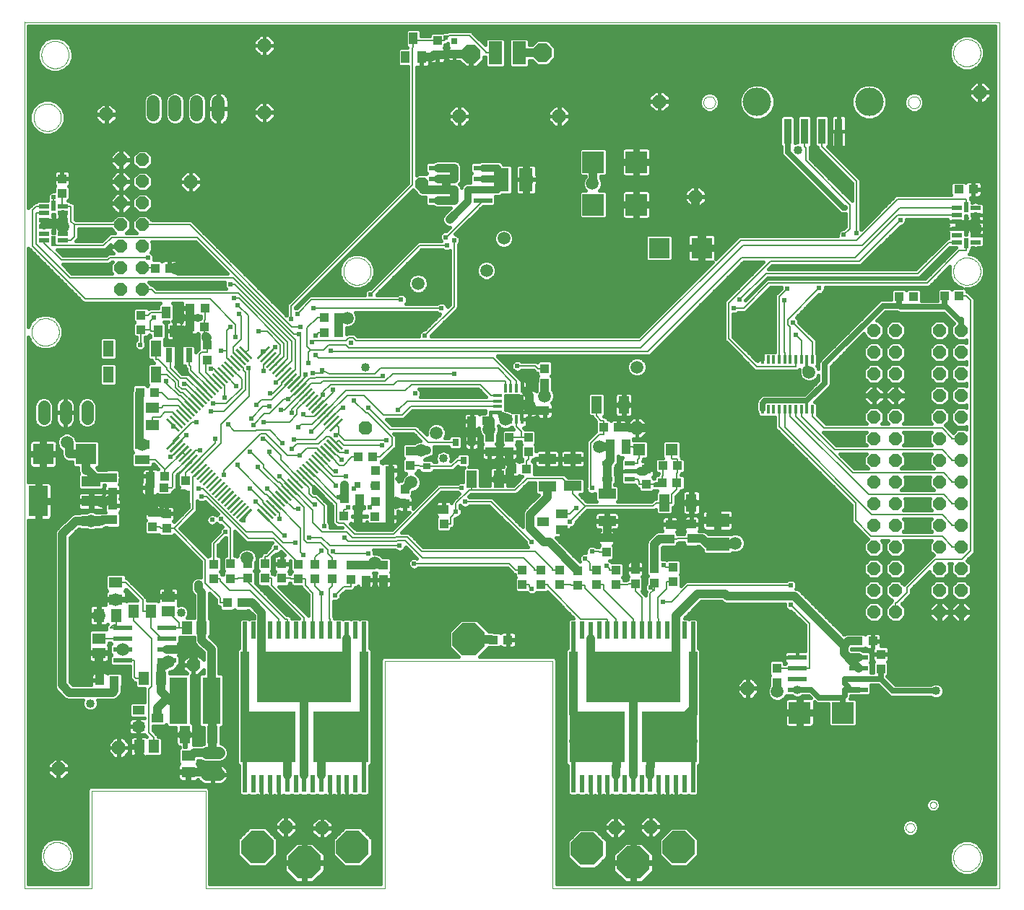
<source format=gbl>
G75*
G70*
%OFA0B0*%
%FSLAX24Y24*%
%IPPOS*%
%LPD*%
%AMOC8*
5,1,8,0,0,1.08239X$1,22.5*
%
%ADD10C,0.0008*%
%ADD11C,0.0000*%
%ADD12OC8,0.0600*%
%ADD13R,0.0866X0.0236*%
%ADD14R,0.0512X0.0630*%
%ADD15R,0.0630X0.0512*%
%ADD16R,0.0591X0.0512*%
%ADD17R,0.0512X0.0591*%
%ADD18R,0.0846X0.2165*%
%ADD19R,0.0551X0.0394*%
%ADD20C,0.0560*%
%ADD21R,0.0200X0.4724*%
%ADD22R,0.0200X0.0787*%
%ADD23R,0.0200X0.1575*%
%ADD24R,0.4331X0.2362*%
%ADD25R,0.0256X0.3268*%
%ADD26R,0.2559X0.2362*%
%ADD27R,0.0394X0.2953*%
%ADD28R,0.0394X0.0433*%
%ADD29OC8,0.1500*%
%ADD30C,0.1310*%
%ADD31R,0.0354X0.1181*%
%ADD32R,0.0630X0.1063*%
%ADD33OC8,0.0850*%
%ADD34R,0.0433X0.0394*%
%ADD35R,0.0098X0.0787*%
%ADD36R,0.0787X0.0098*%
%ADD37R,0.0701X0.0402*%
%ADD38R,0.0945X0.0945*%
%ADD39R,0.1063X0.0630*%
%ADD40R,0.0394X0.0551*%
%ADD41R,0.0500X0.0740*%
%ADD42R,0.0315X0.0315*%
%ADD43R,0.0472X0.0217*%
%ADD44R,0.0787X0.0472*%
%ADD45R,0.0551X0.0551*%
%ADD46R,0.0402X0.0701*%
%ADD47R,0.0394X0.0157*%
%ADD48R,0.0157X0.0394*%
%ADD49R,0.0880X0.0480*%
%ADD50R,0.0866X0.1417*%
%ADD51R,0.0472X0.0787*%
%ADD52R,0.0354X0.0315*%
%ADD53R,0.0315X0.0354*%
%ADD54C,0.0600*%
%ADD55R,0.0276X0.0669*%
%ADD56R,0.0472X0.0197*%
%ADD57R,0.0197X0.0472*%
%ADD58OC8,0.0630*%
%ADD59R,0.1004X0.0984*%
%ADD60R,0.0120X0.0390*%
%ADD61C,0.0120*%
%ADD62C,0.0250*%
%ADD63C,0.0239*%
%ADD64C,0.0080*%
%ADD65C,0.0100*%
%ADD66C,0.0400*%
%ADD67C,0.0591*%
%ADD68C,0.0400*%
%ADD69C,0.0197*%
%ADD70C,0.0098*%
%ADD71C,0.0157*%
%ADD72C,0.0276*%
%ADD73C,0.0216*%
%ADD74C,0.0356*%
%ADD75C,0.0160*%
%ADD76C,0.0320*%
D10*
X000180Y000805D02*
X000180Y040805D01*
X029550Y040805D01*
X045180Y040805D01*
X045180Y040305D01*
X045172Y040675D02*
X045172Y000805D01*
X031912Y000805D01*
X031834Y000805D01*
X031519Y000805D01*
X024566Y000805D01*
X024566Y011305D01*
X016803Y011305D01*
X016803Y000805D01*
X009786Y000805D01*
X009708Y000805D01*
X008546Y000805D01*
X008546Y005305D01*
X003269Y005305D01*
X003269Y000805D01*
X000180Y000805D01*
X000180Y040805D02*
X000180Y040833D01*
D11*
X000962Y039305D02*
X000964Y039355D01*
X000970Y039405D01*
X000980Y039454D01*
X000994Y039502D01*
X001011Y039549D01*
X001032Y039594D01*
X001057Y039638D01*
X001085Y039679D01*
X001117Y039718D01*
X001151Y039755D01*
X001188Y039789D01*
X001228Y039819D01*
X001270Y039846D01*
X001314Y039870D01*
X001360Y039891D01*
X001407Y039907D01*
X001455Y039920D01*
X001505Y039929D01*
X001554Y039934D01*
X001605Y039935D01*
X001655Y039932D01*
X001704Y039925D01*
X001753Y039914D01*
X001801Y039899D01*
X001847Y039881D01*
X001892Y039859D01*
X001935Y039833D01*
X001976Y039804D01*
X002015Y039772D01*
X002051Y039737D01*
X002083Y039699D01*
X002113Y039659D01*
X002140Y039616D01*
X002163Y039572D01*
X002182Y039526D01*
X002198Y039478D01*
X002210Y039429D01*
X002218Y039380D01*
X002222Y039330D01*
X002222Y039280D01*
X002218Y039230D01*
X002210Y039181D01*
X002198Y039132D01*
X002182Y039084D01*
X002163Y039038D01*
X002140Y038994D01*
X002113Y038951D01*
X002083Y038911D01*
X002051Y038873D01*
X002015Y038838D01*
X001976Y038806D01*
X001935Y038777D01*
X001892Y038751D01*
X001847Y038729D01*
X001801Y038711D01*
X001753Y038696D01*
X001704Y038685D01*
X001655Y038678D01*
X001605Y038675D01*
X001554Y038676D01*
X001505Y038681D01*
X001455Y038690D01*
X001407Y038703D01*
X001360Y038719D01*
X001314Y038740D01*
X001270Y038764D01*
X001228Y038791D01*
X001188Y038821D01*
X001151Y038855D01*
X001117Y038892D01*
X001085Y038931D01*
X001057Y038972D01*
X001032Y039016D01*
X001011Y039061D01*
X000994Y039108D01*
X000980Y039156D01*
X000970Y039205D01*
X000964Y039255D01*
X000962Y039305D01*
X000602Y036410D02*
X000604Y036460D01*
X000610Y036510D01*
X000620Y036559D01*
X000634Y036607D01*
X000651Y036654D01*
X000672Y036699D01*
X000697Y036743D01*
X000725Y036784D01*
X000757Y036823D01*
X000791Y036860D01*
X000828Y036894D01*
X000868Y036924D01*
X000910Y036951D01*
X000954Y036975D01*
X001000Y036996D01*
X001047Y037012D01*
X001095Y037025D01*
X001145Y037034D01*
X001194Y037039D01*
X001245Y037040D01*
X001295Y037037D01*
X001344Y037030D01*
X001393Y037019D01*
X001441Y037004D01*
X001487Y036986D01*
X001532Y036964D01*
X001575Y036938D01*
X001616Y036909D01*
X001655Y036877D01*
X001691Y036842D01*
X001723Y036804D01*
X001753Y036764D01*
X001780Y036721D01*
X001803Y036677D01*
X001822Y036631D01*
X001838Y036583D01*
X001850Y036534D01*
X001858Y036485D01*
X001862Y036435D01*
X001862Y036385D01*
X001858Y036335D01*
X001850Y036286D01*
X001838Y036237D01*
X001822Y036189D01*
X001803Y036143D01*
X001780Y036099D01*
X001753Y036056D01*
X001723Y036016D01*
X001691Y035978D01*
X001655Y035943D01*
X001616Y035911D01*
X001575Y035882D01*
X001532Y035856D01*
X001487Y035834D01*
X001441Y035816D01*
X001393Y035801D01*
X001344Y035790D01*
X001295Y035783D01*
X001245Y035780D01*
X001194Y035781D01*
X001145Y035786D01*
X001095Y035795D01*
X001047Y035808D01*
X001000Y035824D01*
X000954Y035845D01*
X000910Y035869D01*
X000868Y035896D01*
X000828Y035926D01*
X000791Y035960D01*
X000757Y035997D01*
X000725Y036036D01*
X000697Y036077D01*
X000672Y036121D01*
X000651Y036166D01*
X000634Y036213D01*
X000620Y036261D01*
X000610Y036310D01*
X000604Y036360D01*
X000602Y036410D01*
X000515Y026498D02*
X000517Y026548D01*
X000523Y026598D01*
X000533Y026647D01*
X000547Y026695D01*
X000564Y026742D01*
X000585Y026787D01*
X000610Y026831D01*
X000638Y026872D01*
X000670Y026911D01*
X000704Y026948D01*
X000741Y026982D01*
X000781Y027012D01*
X000823Y027039D01*
X000867Y027063D01*
X000913Y027084D01*
X000960Y027100D01*
X001008Y027113D01*
X001058Y027122D01*
X001107Y027127D01*
X001158Y027128D01*
X001208Y027125D01*
X001257Y027118D01*
X001306Y027107D01*
X001354Y027092D01*
X001400Y027074D01*
X001445Y027052D01*
X001488Y027026D01*
X001529Y026997D01*
X001568Y026965D01*
X001604Y026930D01*
X001636Y026892D01*
X001666Y026852D01*
X001693Y026809D01*
X001716Y026765D01*
X001735Y026719D01*
X001751Y026671D01*
X001763Y026622D01*
X001771Y026573D01*
X001775Y026523D01*
X001775Y026473D01*
X001771Y026423D01*
X001763Y026374D01*
X001751Y026325D01*
X001735Y026277D01*
X001716Y026231D01*
X001693Y026187D01*
X001666Y026144D01*
X001636Y026104D01*
X001604Y026066D01*
X001568Y026031D01*
X001529Y025999D01*
X001488Y025970D01*
X001445Y025944D01*
X001400Y025922D01*
X001354Y025904D01*
X001306Y025889D01*
X001257Y025878D01*
X001208Y025871D01*
X001158Y025868D01*
X001107Y025869D01*
X001058Y025874D01*
X001008Y025883D01*
X000960Y025896D01*
X000913Y025912D01*
X000867Y025933D01*
X000823Y025957D01*
X000781Y025984D01*
X000741Y026014D01*
X000704Y026048D01*
X000670Y026085D01*
X000638Y026124D01*
X000610Y026165D01*
X000585Y026209D01*
X000564Y026254D01*
X000547Y026301D01*
X000533Y026349D01*
X000523Y026398D01*
X000517Y026448D01*
X000515Y026498D01*
X014901Y029305D02*
X014903Y029355D01*
X014909Y029405D01*
X014919Y029454D01*
X014933Y029502D01*
X014950Y029549D01*
X014971Y029594D01*
X014996Y029638D01*
X015024Y029679D01*
X015056Y029718D01*
X015090Y029755D01*
X015127Y029789D01*
X015167Y029819D01*
X015209Y029846D01*
X015253Y029870D01*
X015299Y029891D01*
X015346Y029907D01*
X015394Y029920D01*
X015444Y029929D01*
X015493Y029934D01*
X015544Y029935D01*
X015594Y029932D01*
X015643Y029925D01*
X015692Y029914D01*
X015740Y029899D01*
X015786Y029881D01*
X015831Y029859D01*
X015874Y029833D01*
X015915Y029804D01*
X015954Y029772D01*
X015990Y029737D01*
X016022Y029699D01*
X016052Y029659D01*
X016079Y029616D01*
X016102Y029572D01*
X016121Y029526D01*
X016137Y029478D01*
X016149Y029429D01*
X016157Y029380D01*
X016161Y029330D01*
X016161Y029280D01*
X016157Y029230D01*
X016149Y029181D01*
X016137Y029132D01*
X016121Y029084D01*
X016102Y029038D01*
X016079Y028994D01*
X016052Y028951D01*
X016022Y028911D01*
X015990Y028873D01*
X015954Y028838D01*
X015915Y028806D01*
X015874Y028777D01*
X015831Y028751D01*
X015786Y028729D01*
X015740Y028711D01*
X015692Y028696D01*
X015643Y028685D01*
X015594Y028678D01*
X015544Y028675D01*
X015493Y028676D01*
X015444Y028681D01*
X015394Y028690D01*
X015346Y028703D01*
X015299Y028719D01*
X015253Y028740D01*
X015209Y028764D01*
X015167Y028791D01*
X015127Y028821D01*
X015090Y028855D01*
X015056Y028892D01*
X015024Y028931D01*
X014996Y028972D01*
X014971Y029016D01*
X014950Y029061D01*
X014933Y029108D01*
X014919Y029156D01*
X014909Y029205D01*
X014903Y029255D01*
X014901Y029305D01*
X031518Y037104D02*
X031520Y037137D01*
X031526Y037169D01*
X031535Y037200D01*
X031548Y037230D01*
X031565Y037258D01*
X031585Y037284D01*
X031608Y037308D01*
X031633Y037328D01*
X031661Y037346D01*
X031690Y037360D01*
X031721Y037370D01*
X031753Y037377D01*
X031786Y037380D01*
X031819Y037379D01*
X031851Y037374D01*
X031882Y037365D01*
X031913Y037353D01*
X031941Y037337D01*
X031968Y037318D01*
X031992Y037296D01*
X032013Y037271D01*
X032032Y037244D01*
X032047Y037215D01*
X032058Y037185D01*
X032066Y037153D01*
X032070Y037120D01*
X032070Y037088D01*
X032066Y037055D01*
X032058Y037023D01*
X032047Y036993D01*
X032032Y036964D01*
X032013Y036937D01*
X031992Y036912D01*
X031968Y036890D01*
X031941Y036871D01*
X031913Y036855D01*
X031882Y036843D01*
X031851Y036834D01*
X031819Y036829D01*
X031786Y036828D01*
X031753Y036831D01*
X031721Y036838D01*
X031690Y036848D01*
X031661Y036862D01*
X031633Y036880D01*
X031608Y036900D01*
X031585Y036924D01*
X031565Y036950D01*
X031548Y036978D01*
X031535Y037008D01*
X031526Y037039D01*
X031520Y037071D01*
X031518Y037104D01*
X040967Y037104D02*
X040969Y037137D01*
X040975Y037169D01*
X040984Y037200D01*
X040997Y037230D01*
X041014Y037258D01*
X041034Y037284D01*
X041057Y037308D01*
X041082Y037328D01*
X041110Y037346D01*
X041139Y037360D01*
X041170Y037370D01*
X041202Y037377D01*
X041235Y037380D01*
X041268Y037379D01*
X041300Y037374D01*
X041331Y037365D01*
X041362Y037353D01*
X041390Y037337D01*
X041417Y037318D01*
X041441Y037296D01*
X041462Y037271D01*
X041481Y037244D01*
X041496Y037215D01*
X041507Y037185D01*
X041515Y037153D01*
X041519Y037120D01*
X041519Y037088D01*
X041515Y037055D01*
X041507Y037023D01*
X041496Y036993D01*
X041481Y036964D01*
X041462Y036937D01*
X041441Y036912D01*
X041417Y036890D01*
X041390Y036871D01*
X041362Y036855D01*
X041331Y036843D01*
X041300Y036834D01*
X041268Y036829D01*
X041235Y036828D01*
X041202Y036831D01*
X041170Y036838D01*
X041139Y036848D01*
X041110Y036862D01*
X041082Y036880D01*
X041057Y036900D01*
X041034Y036924D01*
X041014Y036950D01*
X040997Y036978D01*
X040984Y037008D01*
X040975Y037039D01*
X040969Y037071D01*
X040967Y037104D01*
X043050Y039393D02*
X043052Y039443D01*
X043058Y039493D01*
X043068Y039542D01*
X043082Y039590D01*
X043099Y039637D01*
X043120Y039682D01*
X043145Y039726D01*
X043173Y039767D01*
X043205Y039806D01*
X043239Y039843D01*
X043276Y039877D01*
X043316Y039907D01*
X043358Y039934D01*
X043402Y039958D01*
X043448Y039979D01*
X043495Y039995D01*
X043543Y040008D01*
X043593Y040017D01*
X043642Y040022D01*
X043693Y040023D01*
X043743Y040020D01*
X043792Y040013D01*
X043841Y040002D01*
X043889Y039987D01*
X043935Y039969D01*
X043980Y039947D01*
X044023Y039921D01*
X044064Y039892D01*
X044103Y039860D01*
X044139Y039825D01*
X044171Y039787D01*
X044201Y039747D01*
X044228Y039704D01*
X044251Y039660D01*
X044270Y039614D01*
X044286Y039566D01*
X044298Y039517D01*
X044306Y039468D01*
X044310Y039418D01*
X044310Y039368D01*
X044306Y039318D01*
X044298Y039269D01*
X044286Y039220D01*
X044270Y039172D01*
X044251Y039126D01*
X044228Y039082D01*
X044201Y039039D01*
X044171Y038999D01*
X044139Y038961D01*
X044103Y038926D01*
X044064Y038894D01*
X044023Y038865D01*
X043980Y038839D01*
X043935Y038817D01*
X043889Y038799D01*
X043841Y038784D01*
X043792Y038773D01*
X043743Y038766D01*
X043693Y038763D01*
X043642Y038764D01*
X043593Y038769D01*
X043543Y038778D01*
X043495Y038791D01*
X043448Y038807D01*
X043402Y038828D01*
X043358Y038852D01*
X043316Y038879D01*
X043276Y038909D01*
X043239Y038943D01*
X043205Y038980D01*
X043173Y039019D01*
X043145Y039060D01*
X043120Y039104D01*
X043099Y039149D01*
X043082Y039196D01*
X043068Y039244D01*
X043058Y039293D01*
X043052Y039343D01*
X043050Y039393D01*
X043050Y029305D02*
X043052Y029355D01*
X043058Y029405D01*
X043068Y029454D01*
X043082Y029502D01*
X043099Y029549D01*
X043120Y029594D01*
X043145Y029638D01*
X043173Y029679D01*
X043205Y029718D01*
X043239Y029755D01*
X043276Y029789D01*
X043316Y029819D01*
X043358Y029846D01*
X043402Y029870D01*
X043448Y029891D01*
X043495Y029907D01*
X043543Y029920D01*
X043593Y029929D01*
X043642Y029934D01*
X043693Y029935D01*
X043743Y029932D01*
X043792Y029925D01*
X043841Y029914D01*
X043889Y029899D01*
X043935Y029881D01*
X043980Y029859D01*
X044023Y029833D01*
X044064Y029804D01*
X044103Y029772D01*
X044139Y029737D01*
X044171Y029699D01*
X044201Y029659D01*
X044228Y029616D01*
X044251Y029572D01*
X044270Y029526D01*
X044286Y029478D01*
X044298Y029429D01*
X044306Y029380D01*
X044310Y029330D01*
X044310Y029280D01*
X044306Y029230D01*
X044298Y029181D01*
X044286Y029132D01*
X044270Y029084D01*
X044251Y029038D01*
X044228Y028994D01*
X044201Y028951D01*
X044171Y028911D01*
X044139Y028873D01*
X044103Y028838D01*
X044064Y028806D01*
X044023Y028777D01*
X043980Y028751D01*
X043935Y028729D01*
X043889Y028711D01*
X043841Y028696D01*
X043792Y028685D01*
X043743Y028678D01*
X043693Y028675D01*
X043642Y028676D01*
X043593Y028681D01*
X043543Y028690D01*
X043495Y028703D01*
X043448Y028719D01*
X043402Y028740D01*
X043358Y028764D01*
X043316Y028791D01*
X043276Y028821D01*
X043239Y028855D01*
X043205Y028892D01*
X043173Y028931D01*
X043145Y028972D01*
X043120Y029016D01*
X043099Y029061D01*
X043082Y029108D01*
X043068Y029156D01*
X043058Y029205D01*
X043052Y029255D01*
X043050Y029305D01*
X041977Y004654D02*
X041979Y004678D01*
X041985Y004701D01*
X041994Y004723D01*
X042007Y004743D01*
X042022Y004761D01*
X042041Y004776D01*
X042062Y004788D01*
X042084Y004796D01*
X042107Y004801D01*
X042131Y004802D01*
X042155Y004799D01*
X042177Y004792D01*
X042199Y004782D01*
X042219Y004769D01*
X042236Y004752D01*
X042250Y004733D01*
X042261Y004712D01*
X042269Y004689D01*
X042273Y004666D01*
X042273Y004642D01*
X042269Y004619D01*
X042261Y004596D01*
X042250Y004575D01*
X042236Y004556D01*
X042219Y004539D01*
X042199Y004526D01*
X042177Y004516D01*
X042155Y004509D01*
X042131Y004506D01*
X042107Y004507D01*
X042084Y004512D01*
X042062Y004520D01*
X042041Y004532D01*
X042022Y004547D01*
X042007Y004565D01*
X041994Y004585D01*
X041985Y004607D01*
X041979Y004630D01*
X041977Y004654D01*
X040858Y003602D02*
X040860Y003630D01*
X040866Y003658D01*
X040875Y003684D01*
X040888Y003710D01*
X040904Y003733D01*
X040924Y003753D01*
X040946Y003771D01*
X040970Y003786D01*
X040996Y003797D01*
X041023Y003805D01*
X041051Y003809D01*
X041079Y003809D01*
X041107Y003805D01*
X041134Y003797D01*
X041160Y003786D01*
X041184Y003771D01*
X041206Y003753D01*
X041226Y003733D01*
X041242Y003710D01*
X041255Y003684D01*
X041264Y003658D01*
X041270Y003630D01*
X041272Y003602D01*
X041270Y003574D01*
X041264Y003546D01*
X041255Y003520D01*
X041242Y003494D01*
X041226Y003471D01*
X041206Y003451D01*
X041184Y003433D01*
X041160Y003418D01*
X041134Y003407D01*
X041107Y003399D01*
X041079Y003395D01*
X041051Y003395D01*
X041023Y003399D01*
X040996Y003407D01*
X040970Y003418D01*
X040946Y003433D01*
X040924Y003451D01*
X040904Y003471D01*
X040888Y003494D01*
X040875Y003520D01*
X040866Y003546D01*
X040860Y003574D01*
X040858Y003602D01*
X043050Y002217D02*
X043052Y002267D01*
X043058Y002317D01*
X043068Y002366D01*
X043082Y002414D01*
X043099Y002461D01*
X043120Y002506D01*
X043145Y002550D01*
X043173Y002591D01*
X043205Y002630D01*
X043239Y002667D01*
X043276Y002701D01*
X043316Y002731D01*
X043358Y002758D01*
X043402Y002782D01*
X043448Y002803D01*
X043495Y002819D01*
X043543Y002832D01*
X043593Y002841D01*
X043642Y002846D01*
X043693Y002847D01*
X043743Y002844D01*
X043792Y002837D01*
X043841Y002826D01*
X043889Y002811D01*
X043935Y002793D01*
X043980Y002771D01*
X044023Y002745D01*
X044064Y002716D01*
X044103Y002684D01*
X044139Y002649D01*
X044171Y002611D01*
X044201Y002571D01*
X044228Y002528D01*
X044251Y002484D01*
X044270Y002438D01*
X044286Y002390D01*
X044298Y002341D01*
X044306Y002292D01*
X044310Y002242D01*
X044310Y002192D01*
X044306Y002142D01*
X044298Y002093D01*
X044286Y002044D01*
X044270Y001996D01*
X044251Y001950D01*
X044228Y001906D01*
X044201Y001863D01*
X044171Y001823D01*
X044139Y001785D01*
X044103Y001750D01*
X044064Y001718D01*
X044023Y001689D01*
X043980Y001663D01*
X043935Y001641D01*
X043889Y001623D01*
X043841Y001608D01*
X043792Y001597D01*
X043743Y001590D01*
X043693Y001587D01*
X043642Y001588D01*
X043593Y001593D01*
X043543Y001602D01*
X043495Y001615D01*
X043448Y001631D01*
X043402Y001652D01*
X043358Y001676D01*
X043316Y001703D01*
X043276Y001733D01*
X043239Y001767D01*
X043205Y001804D01*
X043173Y001843D01*
X043145Y001884D01*
X043120Y001928D01*
X043099Y001973D01*
X043082Y002020D01*
X043068Y002068D01*
X043058Y002117D01*
X043052Y002167D01*
X043050Y002217D01*
X001050Y002305D02*
X001052Y002355D01*
X001058Y002405D01*
X001068Y002454D01*
X001082Y002502D01*
X001099Y002549D01*
X001120Y002594D01*
X001145Y002638D01*
X001173Y002679D01*
X001205Y002718D01*
X001239Y002755D01*
X001276Y002789D01*
X001316Y002819D01*
X001358Y002846D01*
X001402Y002870D01*
X001448Y002891D01*
X001495Y002907D01*
X001543Y002920D01*
X001593Y002929D01*
X001642Y002934D01*
X001693Y002935D01*
X001743Y002932D01*
X001792Y002925D01*
X001841Y002914D01*
X001889Y002899D01*
X001935Y002881D01*
X001980Y002859D01*
X002023Y002833D01*
X002064Y002804D01*
X002103Y002772D01*
X002139Y002737D01*
X002171Y002699D01*
X002201Y002659D01*
X002228Y002616D01*
X002251Y002572D01*
X002270Y002526D01*
X002286Y002478D01*
X002298Y002429D01*
X002306Y002380D01*
X002310Y002330D01*
X002310Y002280D01*
X002306Y002230D01*
X002298Y002181D01*
X002286Y002132D01*
X002270Y002084D01*
X002251Y002038D01*
X002228Y001994D01*
X002201Y001951D01*
X002171Y001911D01*
X002139Y001873D01*
X002103Y001838D01*
X002064Y001806D01*
X002023Y001777D01*
X001980Y001751D01*
X001935Y001729D01*
X001889Y001711D01*
X001841Y001696D01*
X001792Y001685D01*
X001743Y001678D01*
X001693Y001675D01*
X001642Y001676D01*
X001593Y001681D01*
X001543Y001690D01*
X001495Y001703D01*
X001448Y001719D01*
X001402Y001740D01*
X001358Y001764D01*
X001316Y001791D01*
X001276Y001821D01*
X001239Y001855D01*
X001205Y001892D01*
X001173Y001931D01*
X001145Y001972D01*
X001120Y002016D01*
X001099Y002061D01*
X001082Y002108D01*
X001068Y002156D01*
X001058Y002205D01*
X001052Y002255D01*
X001050Y002305D01*
D12*
X004626Y028451D03*
X004626Y029451D03*
X004626Y030451D03*
X004626Y031451D03*
X004626Y032451D03*
X004626Y033451D03*
X004626Y034451D03*
X005626Y034451D03*
X005626Y033451D03*
X005626Y032451D03*
X005626Y031451D03*
X005626Y030451D03*
X005626Y029451D03*
X005626Y028451D03*
X039391Y026568D03*
X040391Y026568D03*
X040391Y025568D03*
X040391Y024568D03*
X039391Y024568D03*
X039391Y025568D03*
X039391Y023568D03*
X040391Y023568D03*
X040391Y022568D03*
X040391Y021568D03*
X040391Y020568D03*
X039391Y020568D03*
X039391Y021568D03*
X039391Y022568D03*
X039391Y019568D03*
X040391Y019568D03*
X040391Y018568D03*
X040391Y017568D03*
X039391Y017568D03*
X039391Y018568D03*
X039391Y016568D03*
X040391Y016568D03*
X040391Y015568D03*
X040391Y014568D03*
X040391Y013568D03*
X039391Y013568D03*
X039391Y014568D03*
X039391Y015568D03*
X042417Y015568D03*
X042417Y014568D03*
X042417Y013568D03*
X043417Y013568D03*
X043417Y014568D03*
X043417Y015568D03*
X043417Y016568D03*
X042417Y016568D03*
X042417Y017568D03*
X043417Y017568D03*
X043417Y018568D03*
X042417Y018568D03*
X042417Y019568D03*
X043417Y019568D03*
X043417Y020568D03*
X042417Y020568D03*
X042417Y021568D03*
X043417Y021568D03*
X043417Y022568D03*
X042417Y022568D03*
X042417Y023568D03*
X043417Y023568D03*
X043417Y024568D03*
X042417Y024568D03*
X042417Y025568D03*
X043417Y025568D03*
X043417Y026568D03*
X042417Y026568D03*
D13*
X038674Y011476D03*
X038674Y010976D03*
X038674Y010476D03*
X038674Y009976D03*
X035849Y009976D03*
X035849Y010476D03*
X035849Y010976D03*
X035849Y011476D03*
X021337Y032579D03*
X021337Y033079D03*
X021337Y033579D03*
X021337Y034079D03*
X019290Y034079D03*
X019290Y033579D03*
X019290Y033079D03*
X019290Y032579D03*
X006759Y012842D03*
X006759Y012342D03*
X006759Y011842D03*
X006759Y011342D03*
X004711Y011342D03*
X004711Y011842D03*
X004711Y012342D03*
X004711Y012842D03*
D14*
X004406Y013414D03*
X003618Y013414D03*
X005232Y013612D03*
X006020Y013612D03*
X005686Y010514D03*
X006473Y010514D03*
D15*
X004400Y014139D03*
X004400Y014927D03*
X006070Y022205D03*
X006070Y022992D03*
D16*
X006821Y014281D03*
X006821Y013611D03*
X003614Y012347D03*
X003614Y011678D03*
X007739Y006927D03*
X007739Y006179D03*
D17*
X006149Y007352D03*
X005479Y007352D03*
X007695Y012848D03*
X008364Y012848D03*
D18*
X008802Y009474D03*
X007290Y009474D03*
D19*
X006309Y008654D03*
X005443Y008280D03*
X005443Y009028D03*
X024104Y017738D03*
X024970Y017364D03*
X024970Y018112D03*
D20*
X009141Y007058D02*
X008581Y007058D01*
X008581Y006058D02*
X009141Y006058D01*
X003070Y022494D02*
X003070Y023054D01*
X002070Y023054D02*
X002070Y022494D01*
X001070Y022494D02*
X001070Y023054D01*
D21*
X010341Y010755D03*
X010341Y007605D03*
X015853Y007605D03*
X015853Y010755D03*
X025524Y010751D03*
X025524Y007601D03*
X031035Y007601D03*
X031035Y010751D03*
D22*
X030642Y012719D03*
X029854Y012719D03*
X029461Y012719D03*
X029067Y012719D03*
X028673Y012719D03*
X028279Y012719D03*
X027886Y012719D03*
X027492Y012719D03*
X027098Y012719D03*
X026705Y012719D03*
X025917Y012719D03*
X025917Y005633D03*
X026311Y005633D03*
X026705Y005633D03*
X027098Y005633D03*
X027886Y005633D03*
X028673Y005633D03*
X029461Y005633D03*
X029854Y005633D03*
X030248Y005633D03*
X030642Y005633D03*
X015459Y005637D03*
X015065Y005637D03*
X014672Y005637D03*
X014278Y005637D03*
X013491Y005637D03*
X012703Y005637D03*
X011916Y005637D03*
X011522Y005637D03*
X011128Y005637D03*
X010735Y005637D03*
X010735Y012723D03*
X011522Y012723D03*
X011916Y012723D03*
X012310Y012723D03*
X012703Y012723D03*
X013097Y012723D03*
X013491Y012723D03*
X013884Y012723D03*
X014278Y012723D03*
X014672Y012723D03*
X015459Y012723D03*
D23*
X015065Y012330D03*
X011128Y012330D03*
X012310Y006031D03*
X013097Y006031D03*
X013884Y006031D03*
X026311Y012326D03*
X030248Y012326D03*
X029067Y006026D03*
X028279Y006026D03*
X027492Y006026D03*
D24*
X028279Y010554D03*
X013097Y010558D03*
D25*
X013097Y007942D03*
X028279Y007938D03*
D26*
X026606Y007798D03*
X029953Y007798D03*
X014770Y007802D03*
X011424Y007802D03*
D27*
X010341Y010265D03*
X015853Y010265D03*
X025524Y010261D03*
X031035Y010261D03*
D28*
X034904Y010313D03*
X034904Y010982D03*
X039708Y010943D03*
X039708Y011612D03*
X030981Y016952D03*
X030981Y017621D03*
X029975Y017606D03*
X029975Y016936D03*
X030129Y015623D03*
X030129Y014954D03*
X029249Y014905D03*
X029249Y015575D03*
X028375Y015538D03*
X028375Y014869D03*
X027487Y014829D03*
X027487Y015499D03*
X026588Y015488D03*
X026588Y014819D03*
X025733Y014796D03*
X025733Y015465D03*
X024874Y015488D03*
X024874Y014818D03*
X024018Y014833D03*
X024018Y015503D03*
X023164Y015500D03*
X023164Y014831D03*
X019541Y017643D03*
X019541Y018312D03*
X017738Y018571D03*
X017738Y019241D03*
X017987Y020326D03*
X017987Y020996D03*
X021645Y020969D03*
X021645Y021638D03*
X022563Y021626D03*
X022563Y020957D03*
X023435Y020963D03*
X023435Y021633D03*
X024199Y022877D03*
X024199Y023546D03*
X024191Y024139D03*
X024191Y024809D03*
X028876Y020150D03*
X028876Y019481D03*
X027042Y016987D03*
X027042Y016317D03*
X016755Y015729D03*
X016755Y015059D03*
X015938Y015048D03*
X015938Y015717D03*
X015252Y015741D03*
X015252Y015072D03*
X014392Y015098D03*
X013595Y015098D03*
X013595Y015767D03*
X014392Y015768D03*
X012817Y015783D03*
X012817Y015114D03*
X012064Y015123D03*
X011276Y015118D03*
X011276Y015787D03*
X012064Y015792D03*
X010481Y015788D03*
X010481Y015119D03*
X009694Y015116D03*
X008911Y015113D03*
X008911Y015782D03*
X009694Y015785D03*
X009536Y013987D03*
X010205Y013987D03*
X006088Y017496D03*
X006088Y018165D03*
X007622Y018976D03*
X007622Y019645D03*
X004242Y019780D03*
X004242Y019111D03*
X004257Y018489D03*
X004257Y017820D03*
X005518Y023711D03*
X006188Y023711D03*
X006204Y029446D03*
X006873Y029446D03*
X001912Y032911D03*
X001912Y033581D03*
X014019Y027183D03*
X014688Y027183D03*
X014688Y026474D03*
X014019Y026474D03*
X019235Y039289D03*
X019235Y039959D03*
X040554Y028128D03*
X041223Y028128D03*
X042661Y028151D03*
X043330Y028151D03*
D29*
X020694Y012302D03*
X015333Y002708D03*
X013105Y001985D03*
X010939Y002708D03*
X026159Y002619D03*
X028290Y001986D03*
X030384Y002697D03*
D30*
X033998Y037128D03*
X039168Y037128D03*
D31*
X037765Y035770D03*
X036977Y035770D03*
X036190Y035770D03*
X035402Y035770D03*
D32*
X023333Y033534D03*
X022230Y033534D03*
X021912Y039388D03*
X023015Y039388D03*
D33*
X024092Y039401D03*
X020787Y039334D03*
D34*
X008502Y027599D03*
X007833Y027599D03*
X007822Y026738D03*
X008491Y026738D03*
X008603Y025886D03*
X008603Y025216D03*
X005558Y026612D03*
X005558Y027281D03*
X005995Y019840D03*
X005963Y019308D03*
X006632Y019308D03*
X006664Y019840D03*
X006734Y018102D03*
X006734Y017433D03*
X004324Y010409D03*
X003655Y010409D03*
X014929Y017987D03*
X015598Y017987D03*
X015635Y018799D03*
X014966Y018799D03*
X016381Y018679D03*
X017050Y018679D03*
X017036Y017961D03*
X016367Y017961D03*
X016381Y019388D03*
X017050Y019388D03*
X017059Y020106D03*
X016390Y020106D03*
X016263Y020726D03*
X015593Y020726D03*
X020831Y022390D03*
X021501Y022390D03*
X022676Y020174D03*
X023345Y020174D03*
X026917Y022095D03*
X027586Y022095D03*
X029646Y020326D03*
X030315Y020326D03*
X030297Y019538D03*
X029628Y019538D03*
X022487Y012282D03*
X021818Y012282D03*
X038664Y012222D03*
X039334Y012222D03*
X043310Y033089D03*
X043979Y033089D03*
D35*
G36*
X014872Y021136D02*
X014803Y021067D01*
X014248Y021622D01*
X014317Y021691D01*
X014872Y021136D01*
G37*
G36*
X014732Y020996D02*
X014663Y020927D01*
X014108Y021482D01*
X014177Y021551D01*
X014732Y020996D01*
G37*
G36*
X014593Y020857D02*
X014524Y020788D01*
X013969Y021343D01*
X014038Y021412D01*
X014593Y020857D01*
G37*
G36*
X014454Y020718D02*
X014385Y020649D01*
X013830Y021204D01*
X013899Y021273D01*
X014454Y020718D01*
G37*
G36*
X014315Y020579D02*
X014246Y020510D01*
X013691Y021065D01*
X013760Y021134D01*
X014315Y020579D01*
G37*
G36*
X014176Y020440D02*
X014107Y020371D01*
X013552Y020926D01*
X013621Y020995D01*
X014176Y020440D01*
G37*
G36*
X014036Y020301D02*
X013967Y020232D01*
X013412Y020787D01*
X013481Y020856D01*
X014036Y020301D01*
G37*
G36*
X013897Y020161D02*
X013828Y020092D01*
X013273Y020647D01*
X013342Y020716D01*
X013897Y020161D01*
G37*
G36*
X013758Y020022D02*
X013689Y019953D01*
X013134Y020508D01*
X013203Y020577D01*
X013758Y020022D01*
G37*
G36*
X013619Y019883D02*
X013550Y019814D01*
X012995Y020369D01*
X013064Y020438D01*
X013619Y019883D01*
G37*
G36*
X013480Y019744D02*
X013411Y019675D01*
X012856Y020230D01*
X012925Y020299D01*
X013480Y019744D01*
G37*
G36*
X013340Y019605D02*
X013271Y019536D01*
X012716Y020091D01*
X012785Y020160D01*
X013340Y019605D01*
G37*
G36*
X013201Y019465D02*
X013132Y019396D01*
X012577Y019951D01*
X012646Y020020D01*
X013201Y019465D01*
G37*
G36*
X013062Y019326D02*
X012993Y019257D01*
X012438Y019812D01*
X012507Y019881D01*
X013062Y019326D01*
G37*
G36*
X012923Y019187D02*
X012854Y019118D01*
X012299Y019673D01*
X012368Y019742D01*
X012923Y019187D01*
G37*
G36*
X012784Y019048D02*
X012715Y018979D01*
X012160Y019534D01*
X012229Y019603D01*
X012784Y019048D01*
G37*
G36*
X012644Y018909D02*
X012575Y018840D01*
X012020Y019395D01*
X012089Y019464D01*
X012644Y018909D01*
G37*
G36*
X012505Y018769D02*
X012436Y018700D01*
X011881Y019255D01*
X011950Y019324D01*
X012505Y018769D01*
G37*
G36*
X012366Y018630D02*
X012297Y018561D01*
X011742Y019116D01*
X011811Y019185D01*
X012366Y018630D01*
G37*
G36*
X012227Y018491D02*
X012158Y018422D01*
X011603Y018977D01*
X011672Y019046D01*
X012227Y018491D01*
G37*
G36*
X012088Y018352D02*
X012019Y018283D01*
X011464Y018838D01*
X011533Y018907D01*
X012088Y018352D01*
G37*
G36*
X011948Y018213D02*
X011879Y018144D01*
X011324Y018699D01*
X011393Y018768D01*
X011948Y018213D01*
G37*
G36*
X011809Y018073D02*
X011740Y018004D01*
X011185Y018559D01*
X011254Y018628D01*
X011809Y018073D01*
G37*
G36*
X011670Y017934D02*
X011601Y017865D01*
X011046Y018420D01*
X011115Y018489D01*
X011670Y017934D01*
G37*
G36*
X011531Y017795D02*
X011462Y017726D01*
X010907Y018281D01*
X010976Y018350D01*
X011531Y017795D01*
G37*
G36*
X007355Y021971D02*
X007286Y021902D01*
X006731Y022457D01*
X006800Y022526D01*
X007355Y021971D01*
G37*
G36*
X007494Y022110D02*
X007425Y022041D01*
X006870Y022596D01*
X006939Y022665D01*
X007494Y022110D01*
G37*
G36*
X007633Y022249D02*
X007564Y022180D01*
X007009Y022735D01*
X007078Y022804D01*
X007633Y022249D01*
G37*
G36*
X007773Y022388D02*
X007704Y022319D01*
X007149Y022874D01*
X007218Y022943D01*
X007773Y022388D01*
G37*
G36*
X007912Y022528D02*
X007843Y022459D01*
X007288Y023014D01*
X007357Y023083D01*
X007912Y022528D01*
G37*
G36*
X008051Y022667D02*
X007982Y022598D01*
X007427Y023153D01*
X007496Y023222D01*
X008051Y022667D01*
G37*
G36*
X008190Y022806D02*
X008121Y022737D01*
X007566Y023292D01*
X007635Y023361D01*
X008190Y022806D01*
G37*
G36*
X008329Y022945D02*
X008260Y022876D01*
X007705Y023431D01*
X007774Y023500D01*
X008329Y022945D01*
G37*
G36*
X008469Y023084D02*
X008400Y023015D01*
X007845Y023570D01*
X007914Y023639D01*
X008469Y023084D01*
G37*
G36*
X008608Y023224D02*
X008539Y023155D01*
X007984Y023710D01*
X008053Y023779D01*
X008608Y023224D01*
G37*
G36*
X008747Y023363D02*
X008678Y023294D01*
X008123Y023849D01*
X008192Y023918D01*
X008747Y023363D01*
G37*
G36*
X008886Y023502D02*
X008817Y023433D01*
X008262Y023988D01*
X008331Y024057D01*
X008886Y023502D01*
G37*
G36*
X009025Y023641D02*
X008956Y023572D01*
X008401Y024127D01*
X008470Y024196D01*
X009025Y023641D01*
G37*
G36*
X009165Y023780D02*
X009096Y023711D01*
X008541Y024266D01*
X008610Y024335D01*
X009165Y023780D01*
G37*
G36*
X009304Y023920D02*
X009235Y023851D01*
X008680Y024406D01*
X008749Y024475D01*
X009304Y023920D01*
G37*
G36*
X009443Y024059D02*
X009374Y023990D01*
X008819Y024545D01*
X008888Y024614D01*
X009443Y024059D01*
G37*
G36*
X009582Y024198D02*
X009513Y024129D01*
X008958Y024684D01*
X009027Y024753D01*
X009582Y024198D01*
G37*
G36*
X009721Y024337D02*
X009652Y024268D01*
X009097Y024823D01*
X009166Y024892D01*
X009721Y024337D01*
G37*
G36*
X009861Y024476D02*
X009792Y024407D01*
X009237Y024962D01*
X009306Y025031D01*
X009861Y024476D01*
G37*
G36*
X010000Y024616D02*
X009931Y024547D01*
X009376Y025102D01*
X009445Y025171D01*
X010000Y024616D01*
G37*
G36*
X010139Y024755D02*
X010070Y024686D01*
X009515Y025241D01*
X009584Y025310D01*
X010139Y024755D01*
G37*
G36*
X010278Y024894D02*
X010209Y024825D01*
X009654Y025380D01*
X009723Y025449D01*
X010278Y024894D01*
G37*
G36*
X010417Y025033D02*
X010348Y024964D01*
X009793Y025519D01*
X009862Y025588D01*
X010417Y025033D01*
G37*
G36*
X010556Y025172D02*
X010487Y025103D01*
X009932Y025658D01*
X010001Y025727D01*
X010556Y025172D01*
G37*
G36*
X010696Y025312D02*
X010627Y025243D01*
X010072Y025798D01*
X010141Y025867D01*
X010696Y025312D01*
G37*
D36*
G36*
X011531Y025798D02*
X010976Y025243D01*
X010907Y025312D01*
X011462Y025867D01*
X011531Y025798D01*
G37*
G36*
X011670Y025658D02*
X011115Y025103D01*
X011046Y025172D01*
X011601Y025727D01*
X011670Y025658D01*
G37*
G36*
X011809Y025519D02*
X011254Y024964D01*
X011185Y025033D01*
X011740Y025588D01*
X011809Y025519D01*
G37*
G36*
X011948Y025380D02*
X011393Y024825D01*
X011324Y024894D01*
X011879Y025449D01*
X011948Y025380D01*
G37*
G36*
X012088Y025241D02*
X011533Y024686D01*
X011464Y024755D01*
X012019Y025310D01*
X012088Y025241D01*
G37*
G36*
X012227Y025102D02*
X011672Y024547D01*
X011603Y024616D01*
X012158Y025171D01*
X012227Y025102D01*
G37*
G36*
X012366Y024962D02*
X011811Y024407D01*
X011742Y024476D01*
X012297Y025031D01*
X012366Y024962D01*
G37*
G36*
X012505Y024823D02*
X011950Y024268D01*
X011881Y024337D01*
X012436Y024892D01*
X012505Y024823D01*
G37*
G36*
X012644Y024684D02*
X012089Y024129D01*
X012020Y024198D01*
X012575Y024753D01*
X012644Y024684D01*
G37*
G36*
X012784Y024545D02*
X012229Y023990D01*
X012160Y024059D01*
X012715Y024614D01*
X012784Y024545D01*
G37*
G36*
X012923Y024406D02*
X012368Y023851D01*
X012299Y023920D01*
X012854Y024475D01*
X012923Y024406D01*
G37*
G36*
X013062Y024266D02*
X012507Y023711D01*
X012438Y023780D01*
X012993Y024335D01*
X013062Y024266D01*
G37*
G36*
X013201Y024127D02*
X012646Y023572D01*
X012577Y023641D01*
X013132Y024196D01*
X013201Y024127D01*
G37*
G36*
X013340Y023988D02*
X012785Y023433D01*
X012716Y023502D01*
X013271Y024057D01*
X013340Y023988D01*
G37*
G36*
X013480Y023849D02*
X012925Y023294D01*
X012856Y023363D01*
X013411Y023918D01*
X013480Y023849D01*
G37*
G36*
X013619Y023710D02*
X013064Y023155D01*
X012995Y023224D01*
X013550Y023779D01*
X013619Y023710D01*
G37*
G36*
X013758Y023570D02*
X013203Y023015D01*
X013134Y023084D01*
X013689Y023639D01*
X013758Y023570D01*
G37*
G36*
X013897Y023431D02*
X013342Y022876D01*
X013273Y022945D01*
X013828Y023500D01*
X013897Y023431D01*
G37*
G36*
X014036Y023292D02*
X013481Y022737D01*
X013412Y022806D01*
X013967Y023361D01*
X014036Y023292D01*
G37*
G36*
X014176Y023153D02*
X013621Y022598D01*
X013552Y022667D01*
X014107Y023222D01*
X014176Y023153D01*
G37*
G36*
X014315Y023014D02*
X013760Y022459D01*
X013691Y022528D01*
X014246Y023083D01*
X014315Y023014D01*
G37*
G36*
X014454Y022874D02*
X013899Y022319D01*
X013830Y022388D01*
X014385Y022943D01*
X014454Y022874D01*
G37*
G36*
X014593Y022735D02*
X014038Y022180D01*
X013969Y022249D01*
X014524Y022804D01*
X014593Y022735D01*
G37*
G36*
X014732Y022596D02*
X014177Y022041D01*
X014108Y022110D01*
X014663Y022665D01*
X014732Y022596D01*
G37*
G36*
X014872Y022457D02*
X014317Y021902D01*
X014248Y021971D01*
X014803Y022526D01*
X014872Y022457D01*
G37*
G36*
X010696Y018281D02*
X010141Y017726D01*
X010072Y017795D01*
X010627Y018350D01*
X010696Y018281D01*
G37*
G36*
X010556Y018420D02*
X010001Y017865D01*
X009932Y017934D01*
X010487Y018489D01*
X010556Y018420D01*
G37*
G36*
X010417Y018559D02*
X009862Y018004D01*
X009793Y018073D01*
X010348Y018628D01*
X010417Y018559D01*
G37*
G36*
X010278Y018699D02*
X009723Y018144D01*
X009654Y018213D01*
X010209Y018768D01*
X010278Y018699D01*
G37*
G36*
X010139Y018838D02*
X009584Y018283D01*
X009515Y018352D01*
X010070Y018907D01*
X010139Y018838D01*
G37*
G36*
X010000Y018977D02*
X009445Y018422D01*
X009376Y018491D01*
X009931Y019046D01*
X010000Y018977D01*
G37*
G36*
X009861Y019116D02*
X009306Y018561D01*
X009237Y018630D01*
X009792Y019185D01*
X009861Y019116D01*
G37*
G36*
X009721Y019255D02*
X009166Y018700D01*
X009097Y018769D01*
X009652Y019324D01*
X009721Y019255D01*
G37*
G36*
X009582Y019395D02*
X009027Y018840D01*
X008958Y018909D01*
X009513Y019464D01*
X009582Y019395D01*
G37*
G36*
X009443Y019534D02*
X008888Y018979D01*
X008819Y019048D01*
X009374Y019603D01*
X009443Y019534D01*
G37*
G36*
X009304Y019673D02*
X008749Y019118D01*
X008680Y019187D01*
X009235Y019742D01*
X009304Y019673D01*
G37*
G36*
X009165Y019812D02*
X008610Y019257D01*
X008541Y019326D01*
X009096Y019881D01*
X009165Y019812D01*
G37*
G36*
X009025Y019951D02*
X008470Y019396D01*
X008401Y019465D01*
X008956Y020020D01*
X009025Y019951D01*
G37*
G36*
X008886Y020091D02*
X008331Y019536D01*
X008262Y019605D01*
X008817Y020160D01*
X008886Y020091D01*
G37*
G36*
X008747Y020230D02*
X008192Y019675D01*
X008123Y019744D01*
X008678Y020299D01*
X008747Y020230D01*
G37*
G36*
X008608Y020369D02*
X008053Y019814D01*
X007984Y019883D01*
X008539Y020438D01*
X008608Y020369D01*
G37*
G36*
X008469Y020508D02*
X007914Y019953D01*
X007845Y020022D01*
X008400Y020577D01*
X008469Y020508D01*
G37*
G36*
X008329Y020647D02*
X007774Y020092D01*
X007705Y020161D01*
X008260Y020716D01*
X008329Y020647D01*
G37*
G36*
X008190Y020787D02*
X007635Y020232D01*
X007566Y020301D01*
X008121Y020856D01*
X008190Y020787D01*
G37*
G36*
X008051Y020926D02*
X007496Y020371D01*
X007427Y020440D01*
X007982Y020995D01*
X008051Y020926D01*
G37*
G36*
X007912Y021065D02*
X007357Y020510D01*
X007288Y020579D01*
X007843Y021134D01*
X007912Y021065D01*
G37*
G36*
X007773Y021204D02*
X007218Y020649D01*
X007149Y020718D01*
X007704Y021273D01*
X007773Y021204D01*
G37*
G36*
X007633Y021343D02*
X007078Y020788D01*
X007009Y020857D01*
X007564Y021412D01*
X007633Y021343D01*
G37*
G36*
X007494Y021482D02*
X006939Y020927D01*
X006870Y020996D01*
X007425Y021551D01*
X007494Y021482D01*
G37*
G36*
X007355Y021622D02*
X006800Y021067D01*
X006731Y021136D01*
X007286Y021691D01*
X007355Y021622D01*
G37*
D37*
X005623Y021289D03*
X005623Y020588D03*
D38*
X003012Y020867D03*
X001043Y020867D03*
X029471Y030383D03*
X031439Y030383D03*
D39*
X032172Y017810D03*
X032172Y016707D03*
D40*
X018507Y039191D03*
X017759Y039191D03*
X018133Y040057D03*
X006723Y027413D03*
X007097Y026547D03*
X006349Y026547D03*
D41*
X006254Y025736D03*
X006254Y024536D03*
X004054Y024536D03*
X004054Y025736D03*
D42*
X014963Y019439D03*
X015553Y019439D03*
X020023Y039329D03*
X020023Y039919D03*
D43*
X027095Y020438D03*
X027095Y019690D03*
X028119Y019690D03*
X028119Y020064D03*
X028119Y020438D03*
D44*
X027070Y019027D03*
X027070Y017768D03*
X025491Y019385D03*
X024307Y019374D03*
X024307Y020633D03*
X025491Y020645D03*
D45*
X028549Y021068D03*
X030046Y021068D03*
D46*
X027934Y021200D03*
X027233Y021200D03*
D47*
X023486Y022796D03*
X023486Y023052D03*
X023486Y023308D03*
X023486Y023564D03*
X022029Y023564D03*
X022029Y023308D03*
X022029Y023052D03*
X022029Y022796D03*
D48*
X022373Y022452D03*
X022629Y022452D03*
X022885Y022452D03*
X023141Y022452D03*
X023141Y023909D03*
X022885Y023909D03*
X022629Y023909D03*
X022373Y023909D03*
D49*
X003263Y019596D03*
X003263Y018686D03*
X003263Y017776D03*
D50*
X000822Y018686D03*
D51*
X007582Y007892D03*
X008841Y007892D03*
X020810Y019703D03*
X022070Y019703D03*
X026584Y023139D03*
X027844Y023139D03*
X029705Y018615D03*
X030965Y018615D03*
D52*
X019521Y020661D03*
X018734Y021035D03*
X018734Y020287D03*
D53*
X020075Y021398D03*
X020823Y021398D03*
X020449Y020572D03*
D54*
X009130Y036524D02*
X009130Y037124D01*
X008130Y037124D02*
X008130Y036524D01*
X007130Y036524D02*
X007130Y037124D01*
X006130Y037124D02*
X006130Y036524D01*
D55*
X006838Y025419D03*
X007310Y025419D03*
X007783Y025419D03*
D56*
X001952Y030726D03*
X001952Y031041D03*
X001952Y031356D03*
X001952Y031671D03*
X001952Y031986D03*
X001952Y032301D03*
X001086Y032301D03*
X001086Y031986D03*
X001086Y031671D03*
X001086Y031356D03*
X001086Y031041D03*
X001086Y030726D03*
X043211Y030648D03*
X043211Y030963D03*
X043211Y031277D03*
X043211Y031592D03*
X043211Y031907D03*
X043211Y032222D03*
X044078Y032222D03*
X044078Y031907D03*
X044078Y031592D03*
X044078Y031277D03*
X044078Y030963D03*
X044078Y030648D03*
D57*
X043645Y030608D03*
X043645Y032262D03*
X001519Y032340D03*
X001519Y030687D03*
D58*
X003960Y036553D03*
X007853Y033438D03*
X011249Y036643D03*
X011257Y039733D03*
X018526Y033325D03*
X020252Y036473D03*
X023355Y033541D03*
X024859Y036462D03*
X029479Y037148D03*
X031160Y032749D03*
X028448Y022065D03*
X028290Y011356D03*
X027503Y011356D03*
X027503Y010569D03*
X028290Y010569D03*
X028290Y009781D03*
X027503Y009781D03*
X026715Y009781D03*
X026715Y010569D03*
X026715Y011356D03*
X029078Y011356D03*
X029078Y010569D03*
X029865Y010569D03*
X029865Y011356D03*
X029865Y009781D03*
X029078Y009781D03*
X029078Y008600D03*
X029865Y008600D03*
X030652Y008600D03*
X030652Y007813D03*
X029865Y007813D03*
X029865Y007026D03*
X030652Y007026D03*
X029078Y007026D03*
X029078Y007813D03*
X027503Y007813D03*
X027503Y007026D03*
X026715Y007026D03*
X026715Y007813D03*
X025928Y007813D03*
X025928Y007026D03*
X025928Y008600D03*
X026715Y008600D03*
X027503Y008600D03*
X027462Y003607D03*
X029078Y003640D03*
X033566Y010040D03*
X015928Y022065D03*
X014668Y011356D03*
X014668Y010569D03*
X013881Y010569D03*
X013881Y011356D03*
X013093Y011356D03*
X013093Y010569D03*
X012306Y010569D03*
X012306Y011356D03*
X011519Y011356D03*
X011519Y010569D03*
X011519Y009781D03*
X012306Y009781D03*
X013093Y009781D03*
X013881Y009781D03*
X014668Y009781D03*
X014668Y008600D03*
X014668Y007813D03*
X014668Y007026D03*
X013881Y007026D03*
X013881Y007813D03*
X013881Y008600D03*
X012306Y008600D03*
X012306Y007813D03*
X012306Y007026D03*
X011519Y007026D03*
X011519Y007813D03*
X010731Y007813D03*
X010731Y007026D03*
X010731Y008600D03*
X011519Y008600D03*
X007975Y011120D03*
X004529Y007299D03*
X001743Y006317D03*
X012243Y003635D03*
X013922Y003586D03*
X015456Y007026D03*
X015456Y007813D03*
X015456Y008600D03*
X044274Y037577D03*
D59*
X028418Y034348D03*
X028418Y032380D03*
X026430Y032380D03*
X026430Y034348D03*
X035958Y008915D03*
X037946Y008915D03*
D60*
X036553Y022920D03*
X036297Y022920D03*
X036041Y022920D03*
X035785Y022920D03*
X035529Y022920D03*
X035273Y022920D03*
X035018Y022920D03*
X034762Y022920D03*
X034506Y022920D03*
X034250Y022920D03*
X034250Y025217D03*
X034506Y025217D03*
X034762Y025217D03*
X035018Y025217D03*
X035273Y025217D03*
X035529Y025217D03*
X035785Y025217D03*
X036041Y025217D03*
X036297Y025217D03*
X036553Y025217D03*
D61*
X036297Y025217D02*
X036297Y024742D01*
X036297Y023320D02*
X036297Y022920D01*
X034250Y022920D02*
X034241Y022929D01*
X034250Y025217D02*
X034052Y025415D01*
D62*
X034351Y023320D02*
X034241Y023210D01*
X034241Y022929D01*
X034351Y023320D02*
X036297Y023320D01*
X037116Y024139D01*
X037116Y025024D01*
X039804Y027713D01*
X040554Y027713D01*
X040604Y027662D01*
X042594Y027662D01*
X042661Y027729D01*
X043317Y027073D01*
X043417Y027073D01*
X043417Y026568D01*
X042661Y027729D02*
X042661Y028151D01*
X040554Y028128D02*
X040554Y027713D01*
X038040Y032238D02*
X037980Y032238D01*
X035402Y034816D01*
X035402Y035770D01*
X039708Y010943D02*
X039708Y010476D01*
X040264Y009920D01*
X042254Y009920D01*
X039708Y010476D02*
X038674Y010476D01*
X038036Y010476D01*
X038036Y010273D01*
X038332Y009976D01*
X038674Y009976D01*
X038332Y009976D02*
X038036Y009976D01*
X038036Y009703D01*
X037946Y009612D01*
X036851Y009612D01*
X036487Y009976D01*
X035849Y009976D01*
X037946Y009612D02*
X037946Y008915D01*
D63*
X035551Y013885D03*
X035549Y014799D03*
X029689Y015724D03*
X029091Y014691D03*
X029649Y014043D03*
X027051Y015700D03*
X026376Y016360D03*
X026064Y016032D03*
X025554Y016789D03*
X025357Y017734D03*
X025654Y018379D03*
X026368Y019284D03*
X023586Y016789D03*
X023591Y014639D03*
X020098Y018188D03*
X020521Y018661D03*
X020365Y019287D03*
X017494Y016623D03*
X018167Y015793D03*
X016050Y016278D03*
X014952Y017008D03*
X014410Y016371D03*
X013872Y016398D03*
X013326Y017004D03*
X012687Y016765D03*
X012175Y017112D03*
X011957Y017866D03*
X012826Y018319D03*
X013576Y018538D03*
X013558Y019123D03*
X014550Y019395D03*
X014678Y018879D03*
X015112Y018398D03*
X015385Y019277D03*
X015022Y019841D03*
X014558Y020083D03*
X014805Y020586D03*
X015052Y020963D03*
X014558Y021732D03*
X013405Y021908D03*
X012817Y022092D03*
X012624Y021545D03*
X012528Y021108D03*
X012898Y020816D03*
X012085Y021379D03*
X011474Y020977D03*
X010960Y020258D03*
X010591Y020954D03*
X010009Y020353D03*
X009377Y019889D03*
X010571Y019250D03*
X010841Y018683D03*
X011379Y019267D03*
X011955Y019827D03*
X011195Y021552D03*
X010737Y022187D03*
X010647Y022511D03*
X010894Y023135D03*
X011499Y023059D03*
X012024Y022886D03*
X012508Y022772D03*
X012352Y023384D03*
X011503Y023655D03*
X011796Y024182D03*
X011224Y024707D03*
X010514Y024844D03*
X011182Y025591D03*
X011741Y025791D03*
X010972Y026517D03*
X009929Y026261D03*
X009684Y026739D03*
X010086Y027333D03*
X010033Y027746D03*
X009836Y028051D03*
X009687Y028686D03*
X006723Y027413D03*
X006149Y027168D03*
X005517Y025912D03*
X006705Y024247D03*
X007536Y024109D03*
X008784Y024794D03*
X009263Y025629D03*
X009966Y024001D03*
X009408Y023450D03*
X008875Y023192D03*
X008790Y022819D03*
X008119Y022338D03*
X007639Y021718D03*
X007043Y022139D03*
X008300Y021030D03*
X008992Y021556D03*
X009574Y022219D03*
X011227Y022345D03*
X013051Y022705D03*
X013962Y023615D03*
X014422Y023840D03*
X014894Y023015D03*
X015398Y023334D03*
X016052Y023015D03*
X017428Y022894D03*
X018215Y023650D03*
X016709Y024468D03*
X015245Y025991D03*
X014310Y025646D03*
X013608Y025430D03*
X013291Y025060D03*
X013470Y024601D03*
X013151Y024530D03*
X013922Y024744D03*
X013463Y026026D03*
X013623Y026336D03*
X012845Y026412D03*
X012927Y026747D03*
X012500Y027096D03*
X012770Y027336D03*
X013520Y027599D03*
X016158Y028228D03*
X017566Y027985D03*
X018661Y026337D03*
X019425Y027604D03*
X019672Y030498D03*
X019627Y030880D03*
X020006Y030740D03*
X020434Y031191D03*
X019820Y031697D03*
X020009Y024573D03*
X022933Y024924D03*
X016897Y021510D03*
X016685Y021253D03*
X016390Y020106D03*
X016234Y019388D03*
X016129Y018399D03*
X016367Y017961D03*
X014004Y017525D03*
X013055Y016208D03*
X012064Y015792D03*
X011776Y016527D03*
X010269Y017808D03*
X009450Y017267D03*
X009264Y017852D03*
X008841Y017822D03*
X008354Y018896D03*
X008203Y019270D03*
X006913Y020719D03*
X013884Y014420D03*
X014517Y014333D03*
X006884Y013484D03*
X004711Y012342D03*
X005880Y029925D03*
X001513Y032721D03*
X019633Y040103D03*
X020003Y039939D03*
X033186Y027985D03*
X032924Y027604D03*
X035261Y027980D03*
X035381Y028513D03*
X036859Y028517D03*
X035649Y026941D03*
X035770Y026373D03*
X038000Y030984D03*
X038579Y031062D03*
X038040Y032238D03*
X040605Y031657D03*
X044057Y032243D03*
X044078Y030648D03*
X043330Y028151D03*
X041223Y028165D03*
X029323Y019431D03*
D64*
X029273Y019481D01*
X028876Y019481D01*
X028559Y019481D01*
X028559Y019606D01*
X028475Y019690D01*
X028119Y019690D01*
X028119Y020438D02*
X028475Y020438D01*
X028475Y020598D01*
X028549Y020673D01*
X028549Y021068D01*
X028386Y021068D01*
X028254Y021200D01*
X027934Y021200D01*
X026917Y021778D02*
X026709Y021778D01*
X026303Y021372D01*
X026303Y019348D01*
X026368Y019284D01*
X025491Y019286D02*
X025491Y019029D01*
X026067Y018453D01*
X026067Y018444D01*
X025357Y017734D01*
X025365Y018112D02*
X024970Y018112D01*
X025365Y018112D02*
X025632Y018379D01*
X025654Y018379D01*
X026067Y018453D02*
X029187Y018453D01*
X029349Y018615D01*
X029705Y018615D01*
X030061Y018615D01*
X030061Y018986D01*
X030297Y019221D01*
X030297Y019538D01*
X030297Y019991D01*
X030315Y020009D01*
X030315Y020326D01*
X030315Y020643D01*
X030075Y020643D01*
X030046Y020673D01*
X030046Y021068D01*
X029646Y020326D02*
X029646Y019873D01*
X029628Y019855D01*
X029628Y019538D01*
X029291Y019538D01*
X029273Y019520D01*
X029273Y019481D01*
X029975Y016936D02*
X030292Y016936D01*
X030307Y016952D01*
X030981Y016952D01*
X030129Y015623D02*
X029790Y015623D01*
X029689Y015724D01*
X029812Y014954D02*
X029812Y014637D01*
X029410Y014234D01*
X029410Y013284D01*
X029461Y013233D01*
X029461Y012719D01*
X029067Y012719D02*
X029067Y014423D01*
X029213Y014569D01*
X029249Y014569D01*
X029249Y014905D01*
X029091Y014691D02*
X029213Y014569D01*
X028673Y014234D02*
X028673Y012719D01*
X028279Y012719D02*
X028279Y013233D01*
X026904Y014608D01*
X026904Y014819D01*
X026588Y014819D01*
X026050Y014796D02*
X026050Y014675D01*
X027492Y013233D01*
X027492Y012719D01*
X027098Y012719D02*
X027098Y013233D01*
X025856Y013233D01*
X024335Y014754D01*
X024335Y014833D01*
X024018Y014833D01*
X023591Y014639D02*
X023481Y014749D01*
X023481Y014831D01*
X023164Y014831D01*
X023164Y015500D02*
X022847Y015500D01*
X022554Y015793D01*
X018167Y015793D01*
X018555Y016064D02*
X017745Y016874D01*
X017389Y016874D01*
X017358Y016843D01*
X015118Y016843D01*
X014952Y017008D01*
X015056Y017250D02*
X015303Y017003D01*
X017292Y017003D01*
X017323Y017034D01*
X017845Y017034D01*
X018511Y016368D01*
X023756Y016368D01*
X024557Y015567D01*
X024557Y015488D01*
X024874Y015488D01*
X024874Y014818D02*
X025394Y014818D01*
X025416Y014796D01*
X025733Y014796D01*
X026050Y014796D01*
X026271Y015488D02*
X026271Y015825D01*
X026064Y016032D01*
X026376Y016360D02*
X026683Y016360D01*
X026725Y016317D01*
X027042Y016317D01*
X027051Y015700D02*
X027170Y015582D01*
X027170Y015499D01*
X027487Y015499D01*
X027487Y014829D02*
X028019Y014829D01*
X028058Y014869D01*
X028375Y014869D01*
X028375Y014532D01*
X028673Y014234D01*
X029649Y014043D02*
X030040Y014043D01*
X030797Y014799D01*
X035549Y014799D01*
X035551Y013885D02*
X036402Y013034D01*
X036402Y010976D01*
X035849Y010976D01*
X035296Y010976D01*
X035290Y010982D01*
X034904Y010982D01*
X040391Y013568D02*
X040391Y013988D01*
X040434Y013988D01*
X040921Y014475D01*
X040921Y014690D01*
X042219Y015988D01*
X043451Y015988D01*
X043847Y016385D01*
X043847Y027951D01*
X043647Y028151D01*
X043330Y028151D01*
X041840Y028759D02*
X034531Y028759D01*
X033376Y027604D01*
X032924Y027604D01*
X032684Y027843D02*
X034607Y029766D01*
X038714Y029766D01*
X040605Y031657D01*
X040500Y031907D02*
X038519Y029926D01*
X033288Y029926D01*
X028954Y025591D01*
X014365Y025591D01*
X014310Y025646D01*
X014211Y025886D02*
X013995Y025670D01*
X013995Y025670D01*
X013386Y025670D01*
X013221Y025835D01*
X013221Y026702D01*
X013702Y027183D01*
X014019Y027183D01*
X013525Y027604D02*
X019425Y027604D01*
X020006Y027682D02*
X020006Y030740D01*
X019639Y030880D02*
X019627Y030880D01*
X019639Y030880D02*
X021337Y032579D01*
X019672Y030498D02*
X018428Y030498D01*
X016158Y028228D01*
X017566Y027985D02*
X013420Y027985D01*
X012770Y027336D01*
X012500Y027096D02*
X012500Y027712D01*
X018076Y033288D01*
X018076Y039604D01*
X018133Y039661D01*
X018133Y039971D01*
X018906Y039971D01*
X018918Y039959D01*
X019235Y039959D01*
X019552Y039959D01*
X019665Y040071D01*
X019633Y040103D01*
X019665Y040071D02*
X019790Y040197D01*
X020723Y040197D01*
X021477Y039442D01*
X021477Y039388D01*
X021912Y039388D01*
X020023Y039919D02*
X020003Y039939D01*
X018133Y039971D02*
X018133Y040057D01*
X008159Y030873D02*
X012620Y026412D01*
X012845Y026412D01*
X012911Y026345D01*
X012911Y024463D01*
X012611Y024163D01*
X012472Y024263D02*
X011577Y023368D01*
X011127Y023368D01*
X010894Y023135D01*
X011195Y023059D02*
X010647Y022511D01*
X010737Y022211D02*
X010737Y022187D01*
X010737Y022187D01*
X010737Y022211D02*
X011246Y022720D01*
X011499Y022720D01*
X012163Y023384D01*
X012352Y023384D01*
X012389Y023384D01*
X012889Y023884D01*
X013366Y024361D01*
X013569Y024361D01*
X013607Y024399D01*
X016640Y024399D01*
X016709Y024468D01*
X016825Y024223D02*
X017175Y024573D01*
X020009Y024573D01*
X021211Y024066D02*
X018035Y024066D01*
X017760Y023791D01*
X015023Y023791D01*
X014003Y022771D01*
X014002Y022770D01*
X013455Y022223D01*
X012948Y022223D01*
X012817Y022092D01*
X012420Y022345D02*
X011227Y022345D01*
X011509Y021956D02*
X010845Y021956D01*
X010836Y021947D01*
X009845Y021947D01*
X009574Y022219D01*
X009251Y022249D02*
X010540Y023539D01*
X010540Y024818D01*
X010514Y024844D01*
X010275Y024828D02*
X010275Y024723D01*
X010380Y024618D01*
X010380Y023827D01*
X009372Y022819D01*
X008790Y022819D01*
X008875Y023192D02*
X009496Y023192D01*
X010207Y023903D01*
X010207Y024340D01*
X009697Y024849D01*
X009688Y024859D01*
X009827Y024998D02*
X009816Y025008D01*
X009526Y025299D01*
X009526Y025629D01*
X009526Y026581D01*
X009684Y026739D01*
X009929Y026835D02*
X009929Y026261D01*
X010168Y026162D02*
X010168Y027251D01*
X010086Y027333D01*
X010033Y027746D02*
X010503Y027276D01*
X010503Y025674D01*
X010387Y025558D01*
X010384Y025555D01*
X010384Y025554D01*
X010105Y025276D02*
X010095Y025287D01*
X009810Y025571D01*
X009810Y025804D01*
X010168Y026162D01*
X009526Y025629D02*
X009263Y025629D01*
X008603Y025569D02*
X008603Y025886D01*
X008603Y026238D01*
X008563Y026238D02*
X008563Y026307D01*
X008491Y026378D01*
X008491Y026738D01*
X008491Y027055D01*
X008502Y027066D01*
X008502Y027599D01*
X008734Y028030D02*
X009929Y026835D01*
X010972Y026517D02*
X011370Y026517D01*
X011991Y025897D01*
X011991Y025491D01*
X011636Y025137D01*
X011497Y025276D02*
X011203Y024982D01*
X011203Y024729D01*
X011224Y024707D01*
X011776Y024998D02*
X011795Y025017D01*
X012155Y025377D01*
X012155Y025966D01*
X010070Y028051D01*
X009836Y028051D01*
X010062Y028291D02*
X012322Y026030D01*
X012322Y025265D01*
X011915Y024859D01*
X012054Y024719D02*
X012073Y024739D01*
X012509Y025174D01*
X012509Y026070D01*
X009893Y028686D01*
X009687Y028686D01*
X009807Y028998D02*
X012669Y026137D01*
X012669Y024777D01*
X012352Y024460D01*
X012332Y024441D01*
X012036Y024144D01*
X012036Y024053D01*
X011637Y023655D01*
X011503Y023655D01*
X011796Y024182D02*
X012193Y024579D01*
X012193Y024580D01*
X012472Y024302D02*
X012472Y024263D01*
X012750Y024023D02*
X012769Y024043D01*
X013151Y024424D01*
X013151Y024530D01*
X013470Y024601D02*
X013936Y024601D01*
X013922Y024744D01*
X014264Y024560D01*
X016352Y024560D01*
X016611Y024819D01*
X022036Y024819D01*
X022629Y024226D01*
X022629Y023909D01*
X022373Y023909D02*
X022373Y024226D01*
X017381Y024226D01*
X017218Y024063D01*
X015812Y024063D01*
X015795Y024079D01*
X014323Y024079D01*
X013962Y023718D01*
X013962Y023615D01*
X013962Y023565D01*
X013604Y023207D01*
X013585Y023188D01*
X013759Y023049D02*
X014422Y023712D01*
X014422Y023840D01*
X013937Y024239D02*
X013840Y024143D01*
X013426Y024143D01*
X013028Y023745D01*
X013028Y023722D01*
X012193Y022886D01*
X012024Y022886D01*
X012508Y022946D02*
X012508Y022772D01*
X012508Y022946D02*
X013167Y023605D01*
X013168Y023606D01*
X013307Y023467D02*
X012766Y022925D01*
X012766Y022691D01*
X012420Y022345D01*
X013051Y022705D02*
X013145Y022611D01*
X013565Y022611D01*
X013864Y022910D01*
X014142Y022631D02*
X014161Y022651D01*
X015084Y023574D01*
X015848Y023574D01*
X016767Y022655D01*
X017604Y022655D01*
X018002Y023052D01*
X022029Y023052D01*
X022029Y023308D02*
X017842Y023308D01*
X017428Y022894D01*
X017055Y022012D02*
X016052Y023015D01*
X016005Y022755D02*
X015937Y022755D01*
X015398Y023294D01*
X015398Y023334D01*
X014894Y023015D02*
X014804Y023015D01*
X014281Y022492D01*
X014420Y022353D02*
X013612Y021545D01*
X012624Y021545D01*
X012624Y021545D01*
X012751Y021331D02*
X012528Y021108D01*
X012751Y021331D02*
X013764Y021331D01*
X014107Y021674D01*
X014264Y021674D01*
X014546Y021392D01*
X014559Y021379D01*
X014560Y021379D01*
X014679Y021498D01*
X014925Y021253D01*
X016685Y021253D01*
X016897Y021510D02*
X014935Y021510D01*
X014679Y021766D01*
X014592Y021766D01*
X014558Y021732D01*
X014679Y021766D02*
X014679Y022094D01*
X014679Y022094D01*
X014570Y022203D01*
X014560Y022214D01*
X014559Y022214D01*
X014142Y022631D02*
X013418Y021908D01*
X013405Y021908D01*
X013210Y021128D02*
X013697Y021128D01*
X013990Y020835D01*
X014003Y020822D01*
X014142Y020961D02*
X014566Y020537D01*
X014566Y020487D01*
X014706Y020346D01*
X014904Y020346D01*
X015257Y020699D01*
X015257Y020726D01*
X015593Y020726D01*
X015052Y020963D02*
X015020Y020931D01*
X014729Y020931D01*
X014427Y021233D01*
X014420Y021239D01*
X014291Y021100D02*
X014805Y020586D01*
X014291Y021100D02*
X014281Y021100D01*
X013864Y020683D02*
X013870Y020676D01*
X014463Y020083D01*
X014558Y020083D01*
X014426Y019841D02*
X015022Y019841D01*
X014426Y019841D02*
X013724Y020544D01*
X013585Y020404D02*
X014550Y019439D01*
X014550Y019395D01*
X014554Y018879D02*
X013307Y020126D01*
X013168Y019987D02*
X013174Y019980D01*
X014593Y018562D01*
X014593Y017735D01*
X014670Y017657D01*
X014924Y017657D01*
X015418Y017163D01*
X017225Y017163D01*
X019350Y019287D01*
X020365Y019287D01*
X020701Y019189D02*
X020098Y018585D01*
X020098Y018188D01*
X019858Y017948D01*
X019858Y017643D01*
X019541Y017643D01*
X020521Y018661D02*
X021713Y018661D01*
X023586Y016789D01*
X023219Y016064D02*
X018555Y016064D01*
X017494Y016623D02*
X014269Y016623D01*
X013888Y017004D01*
X013326Y017004D01*
X013087Y016905D02*
X013087Y018397D01*
X012332Y019152D01*
X012300Y019184D01*
X011934Y019550D01*
X011892Y019550D01*
X011213Y020229D01*
X011213Y020373D01*
X010632Y020954D01*
X010591Y020954D01*
X010960Y020258D02*
X010960Y020258D01*
X010960Y020246D01*
X012180Y019026D01*
X012193Y019012D01*
X012061Y018867D02*
X012054Y018873D01*
X012061Y018867D02*
X012609Y018319D01*
X012826Y018319D01*
X013489Y018274D02*
X013489Y017684D01*
X013922Y017250D01*
X015056Y017250D01*
X014929Y017987D02*
X014929Y018304D01*
X015017Y018304D01*
X015112Y018398D01*
X014966Y018799D02*
X014886Y018879D01*
X014678Y018879D01*
X014554Y018879D01*
X014004Y018462D02*
X013613Y018853D01*
X013479Y018853D01*
X013309Y019023D01*
X013309Y019289D01*
X012889Y019708D01*
X012889Y019708D01*
X012856Y019741D01*
X012007Y020590D01*
X012007Y020787D01*
X011242Y021552D01*
X011195Y021552D01*
X011083Y021794D02*
X011332Y021794D01*
X012309Y020816D01*
X012898Y020816D01*
X013210Y021128D01*
X012085Y021379D02*
X011509Y021956D01*
X011083Y021794D02*
X009377Y020087D01*
X009377Y019889D01*
X010009Y020291D02*
X011285Y019015D01*
X011356Y019015D01*
X011776Y018595D01*
X011802Y018569D01*
X012927Y017444D01*
X012927Y016336D01*
X013055Y016208D01*
X012817Y015832D02*
X011690Y016960D01*
X010509Y016960D01*
X008572Y018896D01*
X008354Y018896D01*
X008425Y019270D02*
X008203Y019270D01*
X008425Y019270D02*
X010415Y017280D01*
X011604Y017280D01*
X012119Y016765D01*
X012687Y016765D01*
X013087Y016905D02*
X013227Y016765D01*
X013853Y016765D01*
X014171Y016446D01*
X014171Y016270D01*
X014337Y016104D01*
X014392Y016104D01*
X014392Y015768D01*
X014503Y016278D02*
X014410Y016371D01*
X014503Y016278D02*
X016050Y016278D01*
X016020Y015717D02*
X016126Y015717D01*
X016347Y015750D02*
X016368Y015729D01*
X016596Y015729D01*
X015252Y015072D02*
X015252Y014735D01*
X014919Y014735D01*
X014517Y014333D01*
X014248Y014618D02*
X014248Y013267D01*
X014278Y013237D01*
X014278Y012723D01*
X013884Y012723D02*
X013884Y014420D01*
X013884Y014472D01*
X013595Y014761D01*
X013595Y015098D01*
X013134Y015114D02*
X013134Y014797D01*
X013491Y014441D01*
X013491Y012723D01*
X013097Y012723D02*
X013097Y013297D01*
X011593Y014801D01*
X011593Y015118D01*
X011276Y015118D01*
X012064Y015123D02*
X012492Y015123D01*
X012500Y015114D01*
X012817Y015114D01*
X013134Y015114D01*
X012817Y015783D02*
X012817Y015832D01*
X013595Y015767D02*
X013595Y016103D01*
X013872Y016381D01*
X013872Y016398D01*
X014004Y017525D02*
X014004Y018462D01*
X013576Y018538D02*
X013502Y018538D01*
X012617Y019423D01*
X012611Y019430D01*
X012472Y019310D02*
X012472Y019291D01*
X013489Y018274D01*
X012472Y019310D02*
X011955Y019827D01*
X011382Y019267D02*
X011915Y018734D01*
X011636Y018456D02*
X011643Y018449D01*
X011957Y018135D01*
X011957Y017866D01*
X011497Y018316D02*
X011484Y018330D01*
X011168Y018645D01*
X011168Y018699D01*
X010617Y019250D01*
X010571Y019250D01*
X010841Y018683D02*
X010853Y018683D01*
X011325Y018210D01*
X011358Y018177D01*
X011219Y018038D02*
X011245Y018012D01*
X012145Y017112D01*
X012175Y017112D01*
X011776Y016527D02*
X011373Y016124D01*
X011276Y016124D01*
X011276Y015787D01*
X010481Y015119D02*
X010323Y015119D01*
X010013Y015119D01*
X010011Y015116D01*
X009694Y015116D01*
X009228Y015113D02*
X009228Y014994D01*
X009640Y014582D01*
X010571Y014582D01*
X011916Y013237D01*
X011916Y012723D01*
X012310Y012723D02*
X012310Y013237D01*
X012204Y013237D01*
X010323Y015119D01*
X009694Y015785D02*
X009694Y017422D01*
X009264Y017852D01*
X009450Y017267D02*
X008911Y016727D01*
X008911Y015782D01*
X008532Y015972D02*
X007070Y017433D01*
X007963Y018326D01*
X007963Y019794D01*
X008296Y020126D01*
X008157Y020265D02*
X008178Y020287D01*
X009251Y021359D01*
X009251Y022249D01*
X008992Y021556D02*
X008992Y021379D01*
X008017Y020404D01*
X007622Y020009D01*
X007622Y019645D01*
X007014Y019353D02*
X007014Y019958D01*
X007739Y020683D01*
X008086Y021030D01*
X008300Y021030D01*
X007600Y020822D02*
X007600Y020822D01*
X007579Y020842D01*
X007480Y020942D01*
X007461Y020961D01*
X007461Y020961D01*
X007480Y020942D02*
X006695Y020156D01*
X006664Y020156D01*
X006233Y020588D01*
X005623Y020588D01*
X006664Y020156D02*
X006664Y019840D01*
X006632Y019308D02*
X006969Y019308D01*
X007014Y019353D01*
X006940Y020719D02*
X006913Y020719D01*
X006940Y020719D02*
X007321Y021100D01*
X007182Y021239D02*
X007182Y021261D01*
X007639Y021718D01*
X007043Y021461D02*
X007043Y021396D01*
X007043Y021379D01*
X007043Y021461D02*
X007920Y022338D01*
X008119Y022338D01*
X007600Y022771D02*
X007589Y022781D01*
X007286Y023084D01*
X006596Y023084D01*
X006505Y022992D01*
X006070Y022992D01*
X006070Y022581D02*
X006446Y022581D01*
X006656Y022791D01*
X007022Y022791D01*
X007311Y022503D01*
X007321Y022492D01*
X007043Y022214D02*
X007043Y022139D01*
X006070Y022205D02*
X006070Y022581D01*
X006826Y023390D02*
X007259Y023390D01*
X007728Y022920D01*
X007739Y022910D01*
X007878Y023049D02*
X007378Y023550D01*
X007305Y023550D01*
X006705Y024149D01*
X006705Y024247D01*
X006759Y024536D02*
X006254Y024536D01*
X006759Y024536D02*
X007137Y024157D01*
X007137Y023944D01*
X007371Y023710D01*
X007496Y023710D01*
X008007Y023199D01*
X008017Y023188D01*
X008157Y023327D02*
X008126Y023358D01*
X007614Y023870D01*
X007437Y023870D01*
X007297Y024010D01*
X007297Y024241D01*
X006758Y024780D01*
X006758Y024834D01*
X006346Y025246D01*
X006254Y025246D01*
X006254Y025736D01*
X006838Y025419D02*
X006918Y025339D01*
X006918Y024846D01*
X007381Y024383D01*
X007657Y024383D01*
X008405Y023636D01*
X008435Y023606D01*
X008296Y023467D02*
X008285Y023477D01*
X007653Y024109D01*
X007536Y024109D01*
X007863Y024735D02*
X008713Y023884D01*
X008853Y024023D02*
X008256Y024620D01*
X008256Y025459D01*
X008365Y025569D01*
X008603Y025569D01*
X008603Y025216D02*
X008536Y025149D01*
X008536Y024619D01*
X008961Y024193D01*
X008992Y024163D01*
X009131Y024302D02*
X009429Y024003D01*
X009429Y023472D01*
X009408Y023450D01*
X009966Y024001D02*
X009409Y024558D01*
X009409Y024580D01*
X009270Y024441D02*
X009240Y024471D01*
X008917Y024794D01*
X008784Y024794D01*
X007863Y024735D02*
X007863Y024885D01*
X007783Y024965D01*
X007783Y025419D01*
X006349Y026547D02*
X006032Y026547D01*
X006032Y026557D01*
X005977Y026612D01*
X005558Y026612D01*
X005558Y025952D01*
X005517Y025912D01*
X005977Y026612D02*
X005977Y026995D01*
X006149Y027168D01*
X006026Y027413D02*
X005895Y027281D01*
X005558Y027281D01*
X006026Y027413D02*
X006723Y027413D01*
X006206Y028291D02*
X010062Y028291D01*
X009807Y028998D02*
X002284Y028998D01*
X000729Y030553D01*
X000729Y031986D01*
X001086Y031986D01*
X001086Y032301D02*
X000729Y032301D01*
X000549Y032121D01*
X000549Y030471D01*
X002990Y028030D01*
X008734Y028030D01*
X006206Y028291D02*
X006046Y028451D01*
X005626Y028451D01*
X005626Y029451D02*
X006046Y029451D01*
X006050Y029446D01*
X006204Y029446D01*
X005880Y029925D02*
X004124Y029925D01*
X004017Y029819D01*
X001881Y029819D01*
X001086Y030614D01*
X001086Y030726D01*
X001519Y030687D02*
X001519Y030642D01*
X001667Y030494D01*
X003830Y030494D01*
X004209Y030873D01*
X008159Y030873D01*
X007808Y031451D02*
X012512Y026747D01*
X012927Y026747D01*
X013623Y026336D02*
X013702Y026415D01*
X013702Y026474D01*
X014019Y026474D01*
X013534Y026096D02*
X013463Y026026D01*
X013534Y026096D02*
X015012Y026096D01*
X015146Y026230D01*
X015344Y026230D01*
X015478Y026096D01*
X028591Y026096D01*
X033234Y030739D01*
X038597Y030739D01*
X040476Y032618D01*
X043645Y032618D01*
X043645Y032262D01*
X044057Y032243D02*
X044078Y032222D01*
X043211Y032222D02*
X040568Y032222D01*
X038844Y030499D01*
X033360Y030499D01*
X028613Y025752D01*
X015146Y025752D01*
X015012Y025886D01*
X014211Y025886D01*
X013745Y025293D02*
X013608Y025430D01*
X013745Y025293D02*
X021818Y025293D01*
X022885Y024226D01*
X022885Y023909D01*
X022029Y023564D02*
X021712Y023564D01*
X021211Y024066D01*
X022933Y024924D02*
X023759Y024924D01*
X023874Y024809D01*
X024191Y024809D01*
X022885Y022452D02*
X022885Y022135D01*
X023118Y021902D01*
X023118Y021633D01*
X023112Y021626D01*
X022563Y021626D01*
X023118Y021633D02*
X023435Y021633D01*
X023435Y020963D02*
X023435Y020627D01*
X023345Y020536D01*
X023345Y020174D01*
X023376Y019748D02*
X022817Y019189D01*
X020810Y019189D01*
X020701Y019189D01*
X020810Y019189D02*
X020810Y019703D01*
X020449Y020572D02*
X020171Y020572D01*
X019886Y020287D01*
X018734Y020287D01*
X018437Y020287D01*
X018397Y020326D01*
X017987Y020326D01*
X017136Y021263D02*
X017136Y021624D01*
X016005Y022755D01*
X017055Y022012D02*
X018202Y022012D01*
X018815Y021398D01*
X020075Y021398D01*
X017136Y021263D02*
X016599Y020726D01*
X016263Y020726D01*
X016234Y019388D02*
X016381Y019388D01*
X016381Y018679D02*
X016129Y018427D01*
X016129Y018399D01*
X015385Y019277D02*
X015547Y019439D01*
X015553Y019439D01*
X012889Y019708D02*
X012889Y019708D01*
X012750Y019569D02*
X012737Y019582D01*
X011474Y020845D01*
X011474Y020977D01*
X010009Y020353D02*
X010009Y020291D01*
X011379Y019267D02*
X011382Y019267D01*
X010384Y018038D02*
X010384Y017923D01*
X010269Y017808D01*
X008532Y015972D02*
X008532Y014904D01*
X009219Y014217D01*
X009219Y013987D01*
X009536Y013987D01*
X009228Y015113D02*
X008911Y015113D01*
X006884Y013548D02*
X006884Y013484D01*
X007312Y013056D01*
X007312Y012848D01*
X007695Y012848D01*
X007312Y012842D02*
X007312Y012848D01*
X007312Y012842D02*
X006759Y012842D01*
X006759Y012342D02*
X006521Y012342D01*
X006020Y012844D01*
X006020Y013612D01*
X005644Y013612D01*
X005644Y014118D01*
X004835Y014927D01*
X004400Y014927D01*
X005232Y013612D02*
X005232Y013177D01*
X006062Y012347D01*
X006062Y010149D01*
X005911Y009998D01*
X005911Y008006D01*
X006149Y007768D01*
X006149Y007352D01*
X005686Y010514D02*
X005310Y010514D01*
X005265Y010559D01*
X005265Y011342D01*
X004711Y011342D01*
X004711Y012342D02*
X004158Y012342D01*
X004154Y012347D01*
X003614Y012347D01*
X004158Y012842D02*
X004295Y012979D01*
X004406Y012979D01*
X004406Y013414D01*
X004158Y012842D02*
X004711Y012842D01*
X006821Y013611D02*
X006884Y013548D01*
X006734Y017433D02*
X006468Y017433D01*
X006405Y017496D01*
X006088Y017496D01*
X006734Y017433D02*
X007070Y017433D01*
X011195Y023059D02*
X011499Y023059D01*
X010275Y024828D02*
X009975Y025128D01*
X009966Y025137D01*
X011182Y025591D02*
X011219Y025555D01*
X011219Y025554D01*
X011358Y025415D02*
X011734Y025791D01*
X011741Y025791D01*
X013291Y025575D02*
X013291Y025060D01*
X013291Y025575D02*
X013386Y025670D01*
X013937Y024239D02*
X015862Y024239D01*
X015878Y024223D01*
X016825Y024223D01*
X018661Y026337D02*
X020006Y027682D01*
X013525Y027604D02*
X013520Y027599D01*
X007808Y031451D02*
X005626Y031451D01*
X004626Y031451D02*
X002472Y031451D01*
X002308Y031614D01*
X002308Y032301D01*
X001952Y032301D01*
X001912Y032340D01*
X001912Y032911D01*
X001519Y032716D02*
X001513Y032721D01*
X001519Y032716D02*
X001519Y032340D01*
X002472Y031451D02*
X002472Y030890D01*
X002308Y030726D01*
X001952Y030726D01*
X006188Y023711D02*
X006504Y023711D01*
X006826Y023390D01*
X014392Y015098D02*
X014392Y014762D01*
X014248Y014618D01*
X023219Y016064D02*
X023701Y015582D01*
X023701Y015503D01*
X024018Y015503D01*
X026271Y015488D02*
X026588Y015488D01*
X029812Y014954D02*
X030129Y014954D01*
X025491Y019286D02*
X025029Y019748D01*
X023376Y019748D01*
X025491Y019385D02*
X025491Y019286D01*
X026917Y021778D02*
X026917Y022095D01*
X026917Y022412D01*
X026798Y022412D01*
X026584Y022625D01*
X026584Y023139D01*
X032684Y026194D02*
X032684Y027843D01*
X033186Y027985D02*
X034406Y029206D01*
X041413Y029206D01*
X042855Y030648D01*
X043211Y030648D01*
X043333Y030252D02*
X041840Y028759D01*
X041223Y028165D02*
X041223Y028128D01*
X043333Y030252D02*
X043645Y030252D01*
X043645Y030608D01*
X043211Y031907D02*
X040500Y031907D01*
X038579Y031062D02*
X038579Y033457D01*
X036977Y035059D01*
X036977Y035770D01*
X036240Y035009D02*
X036240Y034421D01*
X038291Y032370D01*
X038291Y031275D01*
X038000Y030984D01*
X036859Y028517D02*
X035410Y027068D01*
X035410Y026842D01*
X035529Y026723D01*
X035529Y025217D01*
X035273Y025217D02*
X035273Y025532D01*
X035250Y025556D01*
X035250Y027969D01*
X035261Y027980D01*
X035018Y028149D02*
X035381Y028513D01*
X035018Y028149D02*
X035018Y025217D01*
X035785Y025217D02*
X035785Y024902D01*
X033975Y024902D01*
X032684Y026194D01*
X035649Y026941D02*
X036553Y026038D01*
X036553Y025217D01*
X036041Y025217D02*
X036041Y026103D01*
X035770Y026373D01*
X035785Y022920D02*
X035785Y022605D01*
X038402Y019988D01*
X042620Y019988D01*
X042997Y019612D01*
X042997Y019568D01*
X043417Y019568D01*
X042620Y018988D02*
X042997Y018612D01*
X042997Y018568D01*
X043417Y018568D01*
X042620Y018988D02*
X039146Y018988D01*
X035529Y022605D01*
X035529Y022920D01*
X035273Y022920D02*
X035273Y022605D01*
X035273Y022605D01*
X035273Y022089D01*
X039294Y018068D01*
X042540Y018068D01*
X042997Y017612D01*
X042997Y017568D01*
X043417Y017568D01*
X042540Y017068D02*
X042997Y016612D01*
X042997Y016568D01*
X043417Y016568D01*
X042540Y017068D02*
X039256Y017068D01*
X038540Y017785D01*
X038540Y018597D01*
X035018Y022119D01*
X035018Y022920D01*
X036041Y022920D02*
X036041Y022605D01*
X037578Y021068D01*
X042540Y021068D01*
X042997Y020612D01*
X042997Y020568D01*
X043417Y020568D01*
X043417Y021568D02*
X042997Y021568D01*
X042997Y021612D01*
X042540Y022068D01*
X037090Y022068D01*
X036553Y022605D01*
X036553Y022920D01*
X036240Y035009D02*
X036190Y035059D01*
X036190Y035770D01*
D65*
X014589Y022222D02*
X014570Y022203D01*
X014560Y022214D02*
X014589Y022222D01*
X014420Y022353D02*
X014432Y022380D01*
X014420Y022353D01*
X014281Y022492D02*
X014281Y022492D01*
X014274Y022498D01*
X014281Y022492D01*
X014142Y022631D02*
X014156Y022655D01*
X014161Y022651D01*
X014003Y022771D02*
X013999Y022774D01*
X014002Y022770D01*
X013759Y023049D02*
X013723Y023049D01*
X013724Y023049D01*
X013585Y023188D02*
X013605Y023207D01*
X013604Y023207D01*
X013330Y023482D02*
X013307Y023467D01*
X013330Y023482D01*
X013172Y023600D02*
X013167Y023605D01*
X013168Y023606D02*
X013172Y023600D01*
X013054Y023758D02*
X013028Y023745D01*
X013054Y023758D01*
X012778Y024033D02*
X012769Y024043D01*
X012778Y024033D02*
X012750Y024023D01*
X012503Y024309D02*
X012472Y024302D01*
X012503Y024309D01*
X012352Y024460D02*
X012345Y024466D01*
X012332Y024441D01*
X012193Y024579D02*
X012188Y024585D01*
X012193Y024580D01*
X012054Y024719D02*
X012070Y024742D01*
X012073Y024739D01*
X011915Y024859D02*
X011912Y024860D01*
X011915Y024859D01*
X011776Y024998D02*
X011794Y025018D01*
X011795Y025017D01*
X011637Y025136D02*
X011636Y025137D01*
X011637Y025136D01*
X011519Y025293D02*
X011497Y025276D01*
X011519Y025293D01*
X011361Y025411D02*
X011358Y025415D01*
X011361Y025411D01*
X011243Y025569D02*
X011182Y025591D01*
X011219Y025555D02*
X011243Y025569D01*
X010387Y025558D02*
X010377Y025569D01*
X010384Y025555D01*
X010101Y025293D02*
X010095Y025287D01*
X010101Y025293D02*
X010105Y025276D01*
X009983Y025136D02*
X009975Y025128D01*
X009983Y025136D02*
X009966Y025137D01*
X009826Y025018D02*
X009816Y025008D01*
X009826Y025018D02*
X009827Y024998D01*
X009708Y024860D02*
X009697Y024849D01*
X009688Y024859D02*
X009708Y024860D01*
X009409Y024580D02*
X009393Y024585D01*
X009409Y024558D01*
X009270Y024441D02*
X009235Y024466D01*
X009240Y024471D01*
X009131Y024302D02*
X009117Y024309D01*
X009131Y024302D01*
X008992Y024163D02*
X008960Y024191D01*
X008961Y024193D01*
X008408Y023640D02*
X008405Y023636D01*
X008408Y023640D02*
X008435Y023606D01*
X008290Y023482D02*
X008285Y023477D01*
X008290Y023482D02*
X008296Y023467D01*
X008133Y023364D02*
X008126Y023358D01*
X008133Y023364D02*
X008157Y023327D01*
X008015Y023207D02*
X008007Y023199D01*
X008015Y023207D02*
X008017Y023188D01*
X007897Y023049D02*
X007878Y023049D01*
X007897Y023049D01*
X007739Y022931D02*
X007728Y022920D01*
X007739Y022910D02*
X007739Y022931D01*
X007589Y022781D02*
X007582Y022774D01*
X007600Y022771D01*
X007321Y022492D02*
X007306Y022498D01*
X007311Y022503D01*
X007043Y022214D02*
X007030Y022222D01*
X007043Y022139D01*
X007030Y021396D02*
X007043Y021396D01*
X007030Y021396D02*
X007043Y021379D01*
X007182Y021261D02*
X007188Y021238D01*
X007182Y021239D01*
X007321Y021100D02*
X007345Y021120D01*
X007321Y021100D01*
X007463Y020963D02*
X007461Y020961D01*
X007463Y020963D02*
X007480Y020942D01*
X007579Y020842D02*
X007582Y020844D01*
X007600Y020822D01*
X007739Y020687D02*
X007739Y020683D01*
X007739Y020687D01*
X008015Y020411D02*
X008017Y020404D01*
X008015Y020411D01*
X008172Y020293D02*
X008178Y020287D01*
X008172Y020293D02*
X008157Y020265D01*
X008296Y020126D02*
X008330Y020136D01*
X008296Y020126D01*
X010384Y018038D02*
X010416Y018049D01*
X010384Y018038D01*
X011219Y018038D02*
X011243Y018010D01*
X011245Y018012D01*
X011358Y018177D02*
X011322Y018207D01*
X011325Y018210D01*
X011479Y018325D02*
X011497Y018316D01*
X011484Y018330D02*
X011479Y018325D01*
X011637Y018443D02*
X011643Y018449D01*
X011637Y018443D02*
X011636Y018456D01*
X011794Y018561D02*
X011776Y018595D01*
X011802Y018569D02*
X011794Y018561D01*
X011915Y018734D02*
X011952Y018718D01*
X011915Y018734D01*
X012054Y018873D02*
X012070Y018876D01*
X012061Y018867D01*
X012193Y019012D02*
X012188Y019033D01*
X012180Y019026D01*
X012332Y019152D02*
X012306Y019191D01*
X012300Y019184D01*
X012472Y019291D02*
X012463Y019309D01*
X012472Y019291D01*
X012611Y019430D02*
X012621Y019427D01*
X012617Y019423D01*
X012750Y019569D02*
X012739Y019585D01*
X012737Y019582D01*
X012889Y019708D02*
X012857Y019742D01*
X012856Y019741D01*
X013172Y019978D02*
X013174Y019980D01*
X013172Y019978D02*
X013168Y019987D01*
X013566Y020411D02*
X013585Y020404D01*
X013566Y020411D01*
X013724Y020544D02*
X013723Y020569D01*
X013724Y020544D01*
X013864Y020683D02*
X013881Y020687D01*
X013870Y020676D01*
X014003Y020822D02*
X013999Y020844D01*
X013990Y020835D01*
X014281Y021100D02*
X014274Y021120D01*
X014291Y021100D01*
X014427Y021233D02*
X014432Y021238D01*
X014420Y021239D01*
X014560Y021379D02*
X014550Y021396D01*
X014546Y021392D01*
D66*
X015928Y024880D03*
X018695Y023730D03*
X020823Y021398D03*
X019521Y020661D03*
X022575Y016868D03*
X024373Y016789D03*
X024307Y020633D03*
X025491Y020645D03*
X035849Y009976D03*
X042254Y009920D03*
X042519Y003205D03*
X043310Y033089D03*
X043979Y033089D03*
X035889Y034902D03*
X008563Y026307D03*
X001912Y033570D03*
X008211Y014821D03*
X007407Y013530D03*
X003225Y009347D03*
D67*
X003106Y008428D03*
X005443Y008280D03*
X005479Y006813D03*
X007582Y007892D03*
X008812Y009466D03*
X006830Y011261D03*
X004711Y011842D03*
X003399Y011016D03*
X003618Y013414D03*
X004400Y014139D03*
X006824Y014817D03*
X003263Y017776D03*
X003785Y018657D03*
X003944Y020884D03*
X005623Y021289D03*
X006060Y018429D03*
X007514Y018589D03*
X010449Y016058D03*
X016347Y015823D03*
X017323Y018598D03*
X018032Y019556D03*
X018475Y021023D03*
X019190Y021844D03*
X021620Y021994D03*
X022385Y022459D03*
X023486Y023052D03*
X024199Y023546D03*
X026728Y021201D03*
X027844Y023139D03*
X028448Y024880D03*
X034052Y025415D03*
X036400Y024639D03*
X041952Y028167D03*
X044078Y031277D03*
X038841Y035008D03*
X036705Y034741D03*
X029471Y030383D03*
X028418Y032380D03*
X028418Y034348D03*
X026400Y033352D03*
X026400Y032368D03*
X022303Y030826D03*
X021501Y029336D03*
X020521Y028420D03*
X018349Y028735D03*
X017691Y029145D03*
X015070Y027145D03*
X008566Y031671D03*
X007188Y029447D03*
X007418Y026525D03*
X001952Y031356D03*
X002135Y021395D03*
X001043Y020867D03*
X000822Y018686D03*
X020042Y016789D03*
X022070Y019703D03*
X030478Y017568D03*
X030965Y018615D03*
X031880Y018340D03*
X032994Y016749D03*
X034927Y009898D03*
X042499Y008812D03*
X042657Y010508D03*
D68*
X038674Y010976D02*
X038211Y011439D01*
X038211Y011476D01*
X038004Y011683D01*
X038004Y012013D01*
X035733Y014284D01*
X032630Y014284D01*
X032503Y014411D01*
X031266Y014411D01*
X030248Y013393D01*
X030248Y012326D01*
X030248Y011258D01*
X030009Y011258D01*
X029865Y011402D01*
X029865Y011356D01*
X031035Y010751D02*
X031035Y010261D01*
X031035Y009090D01*
X030652Y008707D01*
X030652Y008600D01*
X029865Y008600D01*
X029078Y008600D01*
X028290Y007949D02*
X028279Y007938D01*
X028279Y006026D01*
X027492Y006026D02*
X027492Y006420D01*
X027503Y006430D01*
X027503Y007026D01*
X026715Y007813D02*
X026621Y007813D01*
X026606Y007798D01*
X025928Y007813D02*
X025735Y007813D01*
X025524Y007601D01*
X025831Y008600D02*
X025524Y008908D01*
X025524Y010261D01*
X025524Y010751D01*
X026311Y011258D02*
X026617Y011258D01*
X026715Y011356D01*
X026311Y011258D02*
X026311Y012326D01*
X028279Y010558D02*
X028279Y010554D01*
X028279Y010558D02*
X028290Y010569D01*
X028290Y009781D02*
X028290Y007949D01*
X029078Y007026D02*
X029078Y006430D01*
X029067Y006420D01*
X029067Y006026D01*
X029865Y007813D02*
X029938Y007813D01*
X029953Y007798D01*
X030652Y007813D02*
X030824Y007813D01*
X031035Y007601D01*
X034904Y009920D02*
X034904Y010313D01*
X034904Y009920D02*
X034927Y009898D01*
X038004Y012013D02*
X038213Y012222D01*
X038664Y012222D01*
X038674Y011476D02*
X038211Y011476D01*
X032984Y016707D02*
X032172Y016707D01*
X031702Y016707D01*
X031458Y016952D01*
X030981Y016952D01*
X030981Y017621D02*
X030467Y017621D01*
X030452Y017606D01*
X029975Y017606D01*
X030452Y017594D02*
X030452Y017606D01*
X030452Y017594D02*
X030478Y017568D01*
X029975Y016936D02*
X029498Y016936D01*
X029249Y016687D01*
X029249Y015575D01*
X028375Y015538D02*
X028375Y016034D01*
X027422Y016987D01*
X027070Y016987D01*
X027042Y016987D01*
X025751Y016987D01*
X025554Y016789D01*
X024979Y017364D01*
X024970Y017364D01*
X024409Y016789D02*
X024373Y016789D01*
X024160Y016789D01*
X023529Y017420D01*
X023529Y018079D01*
X024307Y018857D01*
X024307Y019374D01*
X022586Y019703D02*
X022586Y020085D01*
X022676Y020174D01*
X022676Y020347D01*
X022563Y020460D01*
X022563Y020957D01*
X022134Y020957D01*
X022122Y020969D01*
X021645Y020969D01*
X021645Y021638D02*
X021645Y021994D01*
X021620Y021994D01*
X021645Y021994D02*
X021645Y022135D01*
X021673Y022163D01*
X021673Y022390D01*
X021623Y022390D01*
X021501Y022390D01*
X022237Y022589D02*
X022367Y022459D01*
X022380Y022459D01*
X022385Y022459D01*
X022391Y022452D01*
X022526Y022452D01*
X022380Y022459D02*
X022373Y022452D01*
X023537Y022848D02*
X023589Y022900D01*
X023486Y023003D01*
X023486Y023052D01*
X023486Y023308D01*
X023486Y023564D01*
X023349Y023701D01*
X023589Y022900D02*
X023600Y022889D01*
X023612Y022877D01*
X024199Y022877D01*
X024199Y023546D02*
X024199Y023635D01*
X024191Y023643D01*
X024191Y024139D01*
X026728Y021201D02*
X026729Y021200D01*
X027233Y021200D01*
X027233Y020570D01*
X027226Y020570D01*
X027095Y020438D01*
X027095Y019690D01*
X027070Y019665D01*
X027070Y019027D01*
X027070Y017768D02*
X027070Y016987D01*
X025733Y015465D02*
X024409Y016789D01*
X022586Y019703D02*
X022070Y019703D01*
X020823Y021398D02*
X020823Y021904D01*
X020831Y021913D01*
X020831Y022390D01*
X018734Y021035D02*
X018722Y021023D01*
X018475Y021023D01*
X018464Y021013D01*
X018464Y020996D01*
X017987Y020996D01*
X017059Y020106D02*
X017059Y019874D01*
X017050Y019865D01*
X017050Y019388D01*
X017050Y018679D01*
X017050Y018598D01*
X017050Y018452D01*
X017036Y018438D01*
X017036Y017961D01*
X017036Y017485D01*
X015624Y017485D01*
X015598Y017510D01*
X015598Y017987D01*
X015598Y018286D01*
X015635Y018323D01*
X015635Y018799D01*
X014963Y018955D02*
X014886Y018879D01*
X014963Y018955D02*
X014963Y019439D01*
X017050Y018598D02*
X017323Y018598D01*
X017711Y018598D01*
X017738Y018571D01*
X017738Y019241D02*
X017738Y019263D01*
X018032Y019556D01*
X019064Y018312D02*
X019064Y017310D01*
X019585Y016789D01*
X020042Y016789D01*
X019541Y018312D02*
X019064Y018312D01*
X016755Y015729D02*
X016596Y015729D01*
X016347Y015750D02*
X016314Y015717D01*
X016126Y015717D01*
X016020Y015717D02*
X015938Y015717D01*
X015753Y015717D01*
X015729Y015741D01*
X015252Y015741D01*
X015938Y015048D02*
X015938Y014552D01*
X016041Y014552D01*
X016119Y014473D01*
X016755Y014454D02*
X016755Y015059D01*
X016347Y015750D02*
X016347Y015823D01*
X015065Y012330D02*
X015065Y011262D01*
X014762Y011262D01*
X014668Y011356D01*
X015853Y010755D02*
X015853Y010265D01*
X015853Y008911D01*
X015542Y008600D01*
X015456Y008600D01*
X015456Y007813D02*
X015645Y007813D01*
X015853Y007605D01*
X014770Y007802D02*
X014759Y007813D01*
X014668Y007813D01*
X013881Y007026D02*
X013881Y006430D01*
X013884Y006427D01*
X013884Y006031D01*
X013097Y006031D02*
X013097Y007942D01*
X013093Y007946D01*
X013093Y009781D01*
X013097Y010558D02*
X013097Y010565D01*
X013093Y010569D01*
X011519Y011356D02*
X011425Y011262D01*
X011128Y011262D01*
X011128Y012330D01*
X011128Y013540D01*
X010682Y013987D01*
X010205Y013987D01*
X008364Y014482D02*
X008364Y012848D01*
X008364Y012272D01*
X008802Y011835D01*
X008802Y009474D01*
X008804Y009474D01*
X008812Y009466D01*
X008841Y009437D01*
X008841Y007892D01*
X008841Y007638D01*
X008861Y007618D01*
X008861Y007058D01*
X008021Y007058D01*
X007890Y006927D01*
X007739Y006927D01*
X007739Y006179D02*
X008314Y006179D01*
X008417Y006282D01*
X008802Y006282D01*
X008802Y006277D01*
X008861Y006058D01*
X008802Y006282D02*
X009114Y006282D01*
X010341Y007605D02*
X010549Y007813D01*
X010731Y007813D01*
X011424Y007802D02*
X011434Y007813D01*
X011519Y007813D01*
X012306Y007026D02*
X012306Y006430D01*
X012310Y006427D01*
X012310Y006031D01*
X010731Y008600D02*
X010648Y008600D01*
X010341Y008908D01*
X010341Y010265D01*
X010341Y010755D01*
X007975Y011120D02*
X007975Y011715D01*
X007599Y011715D01*
X007472Y011842D01*
X006759Y011842D01*
X006759Y011342D02*
X006830Y011272D01*
X006830Y011261D01*
X006677Y011109D01*
X006473Y011109D01*
X006473Y010514D01*
X006473Y009899D01*
X006775Y009597D01*
X006898Y009474D01*
X007290Y009474D01*
X006775Y009597D02*
X006309Y009131D01*
X006309Y008654D01*
X005479Y007352D02*
X005479Y006813D01*
X005479Y006813D01*
X004240Y009849D02*
X002265Y009849D01*
X001928Y010186D01*
X001928Y017162D01*
X002542Y017776D01*
X003263Y017776D01*
X003737Y017776D01*
X003781Y017820D01*
X004257Y017820D01*
X004257Y018489D02*
X004257Y018737D01*
X004034Y018737D01*
X003983Y018686D01*
X003785Y018686D01*
X003263Y018686D01*
X003785Y018657D02*
X003785Y018686D01*
X004257Y018737D02*
X004257Y018985D01*
X004242Y019001D01*
X004242Y019111D01*
X004242Y019780D02*
X003447Y019780D01*
X003263Y019596D01*
X003447Y019780D02*
X003112Y020115D01*
X003012Y020115D01*
X003012Y020867D01*
X002259Y020867D01*
X002259Y021271D01*
X002135Y021395D01*
X005475Y021437D02*
X005623Y021289D01*
X005475Y021437D02*
X005475Y023668D01*
X005518Y023711D01*
X007310Y024924D02*
X007310Y025419D01*
X007310Y026525D01*
X007118Y026525D01*
X007097Y026547D01*
X007310Y026525D02*
X007418Y026525D01*
X007609Y026525D01*
X007822Y026738D01*
X007822Y027111D01*
X007833Y027123D01*
X007833Y027599D01*
X008563Y026307D02*
X008563Y026307D01*
X008563Y026238D02*
X008603Y026238D01*
X007310Y024924D02*
X007520Y024714D01*
X007188Y029447D02*
X006874Y029447D01*
X006873Y029446D01*
X001952Y031356D02*
X001952Y031514D01*
X001243Y031514D01*
X001211Y031546D02*
X001086Y031420D01*
X001952Y031514D02*
X001952Y031671D01*
X001952Y031923D01*
X001912Y033570D02*
X001912Y033581D01*
X014688Y027183D02*
X014725Y027145D01*
X014688Y027108D01*
X014688Y026474D01*
X014725Y027145D02*
X015070Y027145D01*
X019820Y031697D02*
X020019Y031897D01*
X020003Y032579D02*
X019290Y032579D01*
X019290Y033079D02*
X019647Y033079D01*
X019647Y033579D01*
X019290Y033579D01*
X019647Y033579D02*
X020003Y033579D01*
X020003Y034079D01*
X019290Y034079D01*
X019290Y033079D02*
X018577Y033079D01*
X018577Y033274D01*
X018526Y033325D01*
X019647Y033079D02*
X020003Y033079D01*
X020003Y032579D01*
X022011Y033534D02*
X022230Y033534D01*
X023333Y033534D02*
X023348Y033534D01*
X023355Y033541D01*
X026400Y033352D02*
X026430Y033382D01*
X026430Y034348D01*
X026430Y032380D02*
X026418Y032368D01*
X026400Y032368D01*
X031160Y032154D02*
X031439Y031874D01*
X031439Y030383D01*
X031160Y032154D02*
X031160Y032749D01*
X037765Y034899D02*
X037765Y035770D01*
X037765Y034899D02*
X038733Y034899D01*
X038841Y035008D01*
X043347Y031435D02*
X044078Y031435D01*
X044078Y031277D01*
X044078Y031435D02*
X044078Y031592D01*
X044078Y031844D01*
X036400Y024639D02*
X036297Y024742D01*
X031880Y018340D02*
X032172Y018047D01*
X032172Y017810D01*
X032994Y016749D02*
X032984Y016739D01*
X032984Y016707D01*
X029106Y020380D02*
X028876Y020150D01*
X028791Y020064D01*
X028629Y020064D01*
X029106Y020380D02*
X029106Y022002D01*
X029043Y022065D01*
X028448Y022065D01*
X028113Y022065D01*
X028083Y022095D01*
X027586Y022095D01*
X021818Y012282D02*
X021744Y012282D01*
X021724Y012302D01*
X020694Y012302D01*
X025831Y008600D02*
X025928Y008600D01*
X010481Y015788D02*
X010481Y016026D01*
X010449Y016058D01*
X008364Y014482D02*
X008211Y014635D01*
X008211Y014821D01*
X006824Y014817D02*
X006824Y014817D01*
X006821Y014817D01*
X006821Y014281D01*
X003614Y011678D02*
X003614Y011142D01*
X003506Y011034D01*
X003461Y011079D01*
X003399Y011016D01*
X003506Y011034D02*
X003654Y010886D01*
X003655Y010886D01*
X003655Y010409D01*
X004324Y010409D02*
X004324Y009933D01*
X004240Y009849D01*
X006088Y018165D02*
X006088Y018429D01*
X006060Y018429D01*
X006088Y018429D02*
X006088Y018661D01*
X005963Y018787D01*
X005963Y019308D01*
X005963Y019330D01*
X005995Y019363D01*
X005995Y019840D01*
X007294Y019038D02*
X007560Y019038D01*
X007622Y018976D01*
X007622Y018697D01*
X007514Y018589D01*
X006734Y018102D02*
X006628Y018102D01*
X006565Y018165D01*
X006088Y018165D01*
X018507Y039191D02*
X018984Y039191D01*
X019082Y039289D01*
X019235Y039289D01*
X019712Y039289D01*
X019751Y039329D01*
X020023Y039329D01*
X020460Y039329D01*
X020465Y039334D01*
X020787Y039334D01*
X023015Y039388D02*
X023374Y039388D01*
X023387Y039401D01*
X024092Y039401D01*
D69*
X043211Y031592D02*
X043347Y031457D01*
X043347Y031435D01*
X043347Y031413D01*
X043211Y031277D01*
X044078Y031277D02*
X044078Y030963D01*
X044078Y031844D02*
X044078Y031907D01*
X001952Y031923D02*
X001952Y031986D01*
X001952Y031356D02*
X001952Y031041D01*
X001243Y031514D02*
X001211Y031546D01*
X001086Y031671D01*
X001086Y031420D02*
X001086Y031356D01*
D70*
X007605Y024714D02*
X007605Y024714D01*
X008574Y023745D01*
X007878Y020544D02*
X007294Y019959D01*
X007294Y019038D01*
X013028Y019848D02*
X013558Y019318D01*
X013558Y019123D01*
D71*
X021623Y022390D02*
X021673Y022441D01*
X021673Y022796D01*
X022029Y022796D01*
X022237Y022589D01*
X022526Y022452D02*
X022629Y022452D01*
X023130Y022463D02*
X023130Y022796D01*
X023486Y022796D01*
X023537Y022848D01*
X023130Y022463D02*
X023141Y022452D01*
X023349Y023701D02*
X023141Y023909D01*
D72*
X007605Y024714D02*
X007520Y024714D01*
D73*
X028119Y020064D02*
X028629Y020064D01*
D74*
X027818Y018915D03*
X027818Y017970D03*
X028605Y016789D03*
X032149Y012931D03*
X038448Y020569D03*
X038369Y021592D03*
X041597Y021592D03*
X041597Y020569D03*
X041597Y019466D03*
X041597Y018522D03*
X041597Y017577D03*
X038133Y026947D03*
X039471Y028207D03*
X040810Y027183D03*
X040967Y029781D03*
X039708Y029781D03*
X030731Y026474D03*
X028526Y026868D03*
X023408Y018915D03*
X018369Y018837D03*
X017267Y020726D03*
X016007Y026868D03*
X014274Y028443D03*
X012070Y028049D03*
X008290Y028679D03*
X005062Y025136D03*
X003723Y029388D03*
X003172Y030963D03*
X008448Y016947D03*
X009314Y016396D03*
X011125Y016474D03*
X012857Y014427D03*
X009078Y013246D03*
X009078Y012774D03*
X009078Y012301D03*
D75*
X008929Y012217D02*
X010081Y012217D01*
X010081Y012059D02*
X009087Y012059D01*
X009107Y012039D02*
X009006Y012140D01*
X008724Y012422D01*
X008724Y012430D01*
X008780Y012486D01*
X008780Y013209D01*
X008724Y013265D01*
X008724Y014428D01*
X009019Y014134D01*
X009019Y013904D01*
X009136Y013787D01*
X009179Y013787D01*
X009179Y013704D01*
X009272Y013610D01*
X009799Y013610D01*
X009870Y013682D01*
X009942Y013610D01*
X010468Y013610D01*
X010484Y013627D01*
X010533Y013627D01*
X010768Y013391D01*
X010768Y013277D01*
X010568Y013277D01*
X010538Y013247D01*
X010507Y013277D01*
X010175Y013277D01*
X010081Y013183D01*
X010081Y011901D01*
X010078Y011901D01*
X009984Y011807D01*
X009984Y010834D01*
X009981Y010827D01*
X009981Y008836D01*
X009984Y008828D01*
X009984Y007685D01*
X009981Y007677D01*
X009981Y007534D01*
X009984Y007526D01*
X009984Y006555D01*
X010078Y006461D01*
X010081Y006461D01*
X010081Y005177D01*
X010175Y005083D01*
X010507Y005083D01*
X010538Y005114D01*
X010568Y005083D01*
X010901Y005083D01*
X010917Y005100D01*
X010918Y005099D01*
X010959Y005075D01*
X011005Y005063D01*
X011128Y005063D01*
X011128Y005637D01*
X011128Y005637D01*
X011128Y005063D01*
X011252Y005063D01*
X011298Y005075D01*
X011325Y005091D01*
X011353Y005075D01*
X011398Y005063D01*
X011522Y005063D01*
X011522Y005637D01*
X011522Y005637D01*
X011522Y005063D01*
X011646Y005063D01*
X011692Y005075D01*
X011719Y005091D01*
X011746Y005075D01*
X011792Y005063D01*
X011916Y005063D01*
X012040Y005063D01*
X012085Y005075D01*
X012126Y005099D01*
X012127Y005100D01*
X012143Y005083D01*
X012476Y005083D01*
X012506Y005114D01*
X012537Y005083D01*
X012870Y005083D01*
X012900Y005114D01*
X012931Y005083D01*
X013263Y005083D01*
X013294Y005114D01*
X013324Y005083D01*
X013657Y005083D01*
X013688Y005114D01*
X013718Y005083D01*
X014051Y005083D01*
X014067Y005100D01*
X014068Y005099D01*
X014109Y005075D01*
X014154Y005063D01*
X014278Y005063D01*
X014278Y005637D01*
X014278Y005637D01*
X014278Y005063D01*
X014402Y005063D01*
X014448Y005075D01*
X014475Y005091D01*
X014502Y005075D01*
X014548Y005063D01*
X014672Y005063D01*
X014795Y005063D01*
X014841Y005075D01*
X014869Y005091D01*
X014896Y005075D01*
X014942Y005063D01*
X015065Y005063D01*
X015065Y005637D01*
X015065Y005637D01*
X015065Y005063D01*
X015189Y005063D01*
X015235Y005075D01*
X015276Y005099D01*
X015276Y005100D01*
X015293Y005083D01*
X015625Y005083D01*
X015656Y005114D01*
X015687Y005083D01*
X016019Y005083D01*
X016113Y005177D01*
X016113Y006461D01*
X016116Y006461D01*
X016210Y006555D01*
X016210Y007526D01*
X016213Y007534D01*
X016213Y007677D01*
X016210Y007685D01*
X016210Y008832D01*
X016213Y008839D01*
X016213Y010827D01*
X016210Y010834D01*
X016210Y011807D01*
X016116Y011901D01*
X016113Y011901D01*
X016113Y013183D01*
X016019Y013277D01*
X015687Y013277D01*
X015656Y013247D01*
X015625Y013277D01*
X015293Y013277D01*
X015262Y013247D01*
X015232Y013277D01*
X014899Y013277D01*
X014869Y013247D01*
X014838Y013277D01*
X014505Y013277D01*
X014478Y013250D01*
X014478Y013320D01*
X014448Y013350D01*
X014448Y014060D01*
X014462Y014054D01*
X014573Y014054D01*
X014675Y014096D01*
X014754Y014175D01*
X014797Y014278D01*
X014797Y014330D01*
X015002Y014535D01*
X015335Y014535D01*
X015452Y014652D01*
X015452Y014695D01*
X015515Y014695D01*
X015577Y014757D01*
X015597Y014721D01*
X015631Y014688D01*
X015672Y014664D01*
X015718Y014652D01*
X015920Y014652D01*
X015920Y015030D01*
X015957Y015030D01*
X015957Y015067D01*
X016315Y015067D01*
X016315Y015288D01*
X016303Y015334D01*
X016289Y015357D01*
X016386Y015357D01*
X016401Y015364D01*
X016390Y015345D01*
X016378Y015300D01*
X016378Y015078D01*
X016736Y015078D01*
X016736Y015041D01*
X016378Y015041D01*
X016378Y014819D01*
X016390Y014773D01*
X016414Y014732D01*
X016448Y014699D01*
X016489Y014675D01*
X016534Y014663D01*
X016736Y014663D01*
X016736Y015041D01*
X016773Y015041D01*
X016773Y014663D01*
X016975Y014663D01*
X017021Y014675D01*
X017062Y014699D01*
X017096Y014732D01*
X017119Y014773D01*
X017132Y014819D01*
X017132Y015041D01*
X016773Y015041D01*
X016773Y015078D01*
X017132Y015078D01*
X017132Y015300D01*
X017119Y015345D01*
X017096Y015386D01*
X017074Y015408D01*
X017112Y015446D01*
X017112Y015649D01*
X017115Y015657D01*
X017115Y015800D01*
X017112Y015808D01*
X017112Y016012D01*
X017018Y016105D01*
X016708Y016105D01*
X016604Y016209D01*
X016437Y016278D01*
X016330Y016278D01*
X016330Y016334D01*
X016293Y016423D01*
X017298Y016423D01*
X017335Y016386D01*
X017438Y016343D01*
X017549Y016343D01*
X017652Y016386D01*
X017730Y016464D01*
X017772Y016564D01*
X018292Y016043D01*
X018223Y016072D01*
X018111Y016072D01*
X018009Y016030D01*
X017930Y015951D01*
X017888Y015849D01*
X017888Y015737D01*
X017930Y015635D01*
X018009Y015556D01*
X018111Y015514D01*
X018223Y015514D01*
X018325Y015556D01*
X018362Y015593D01*
X022471Y015593D01*
X022647Y015417D01*
X022764Y015300D01*
X022807Y015300D01*
X022807Y015217D01*
X022859Y015165D01*
X022807Y015114D01*
X022807Y014548D01*
X022901Y014454D01*
X023381Y014454D01*
X023433Y014402D01*
X023536Y014360D01*
X023647Y014360D01*
X023749Y014402D01*
X023804Y014457D01*
X024281Y014457D01*
X024315Y014491D01*
X025533Y013273D01*
X025357Y013273D01*
X025264Y013179D01*
X025264Y011897D01*
X025260Y011897D01*
X025167Y011803D01*
X025167Y010830D01*
X025164Y010822D01*
X025164Y008836D01*
X025167Y008828D01*
X025167Y007680D01*
X025164Y007673D01*
X025164Y007529D01*
X025167Y007522D01*
X025167Y006551D01*
X025260Y006457D01*
X025264Y006457D01*
X025264Y005173D01*
X025357Y005079D01*
X025690Y005079D01*
X025720Y005109D01*
X025751Y005079D01*
X026083Y005079D01*
X026100Y005095D01*
X026100Y005095D01*
X026141Y005071D01*
X026187Y005059D01*
X026311Y005059D01*
X026435Y005059D01*
X026480Y005071D01*
X026508Y005087D01*
X026535Y005071D01*
X026581Y005059D01*
X026705Y005059D01*
X026828Y005059D01*
X026874Y005071D01*
X026901Y005087D01*
X026929Y005071D01*
X026975Y005059D01*
X027098Y005059D01*
X027098Y005633D01*
X027098Y005633D01*
X027098Y005059D01*
X027222Y005059D01*
X027268Y005071D01*
X027309Y005095D01*
X027309Y005095D01*
X027326Y005079D01*
X027658Y005079D01*
X027689Y005109D01*
X027719Y005079D01*
X028052Y005079D01*
X028083Y005109D01*
X028113Y005079D01*
X028446Y005079D01*
X028476Y005109D01*
X028507Y005079D01*
X028839Y005079D01*
X028870Y005109D01*
X028901Y005079D01*
X029233Y005079D01*
X029250Y005095D01*
X029291Y005071D01*
X029337Y005059D01*
X029461Y005059D01*
X029584Y005059D01*
X029630Y005071D01*
X029657Y005087D01*
X029685Y005071D01*
X029731Y005059D01*
X029854Y005059D01*
X029854Y005633D01*
X029854Y005633D01*
X029854Y005059D01*
X029978Y005059D01*
X030024Y005071D01*
X030051Y005087D01*
X030078Y005071D01*
X030124Y005059D01*
X030248Y005059D01*
X030372Y005059D01*
X030417Y005071D01*
X030458Y005095D01*
X030459Y005095D01*
X030475Y005079D01*
X030808Y005079D01*
X030838Y005109D01*
X030869Y005079D01*
X031202Y005079D01*
X031295Y005173D01*
X031295Y006457D01*
X031298Y006457D01*
X031392Y006551D01*
X031392Y007522D01*
X031395Y007529D01*
X031395Y007673D01*
X031392Y007680D01*
X031392Y009011D01*
X031395Y009019D01*
X031395Y010822D01*
X031392Y010830D01*
X031392Y011803D01*
X031298Y011897D01*
X031295Y011897D01*
X031295Y013179D01*
X031202Y013273D01*
X030869Y013273D01*
X030838Y013242D01*
X030808Y013273D01*
X030637Y013273D01*
X031415Y014051D01*
X032354Y014051D01*
X032426Y013979D01*
X032559Y013924D01*
X035272Y013924D01*
X035272Y013829D01*
X035314Y013727D01*
X035393Y013648D01*
X035496Y013605D01*
X035548Y013605D01*
X036202Y012951D01*
X036202Y011774D01*
X035849Y011774D01*
X035393Y011774D01*
X035347Y011762D01*
X035306Y011738D01*
X035272Y011705D01*
X035248Y011664D01*
X035236Y011618D01*
X035236Y011476D01*
X035236Y011334D01*
X035248Y011289D01*
X035272Y011248D01*
X035306Y011214D01*
X035308Y011213D01*
X035278Y011182D01*
X035261Y011182D01*
X035261Y011265D01*
X035168Y011359D01*
X034641Y011359D01*
X034548Y011265D01*
X034548Y010699D01*
X034599Y010648D01*
X034548Y010596D01*
X034548Y010392D01*
X034544Y010385D01*
X034544Y010159D01*
X034541Y010155D01*
X034472Y009988D01*
X034472Y009807D01*
X034541Y009640D01*
X034669Y009512D01*
X034836Y009442D01*
X035017Y009442D01*
X035185Y009512D01*
X035313Y009640D01*
X035341Y009707D01*
X035350Y009698D01*
X035618Y009698D01*
X035645Y009671D01*
X035778Y009616D01*
X035921Y009616D01*
X036053Y009671D01*
X036073Y009691D01*
X036369Y009691D01*
X036473Y009587D01*
X036038Y009587D01*
X036038Y008995D01*
X036640Y008995D01*
X036640Y009421D01*
X036690Y009371D01*
X036795Y009327D01*
X037284Y009327D01*
X037284Y008357D01*
X037378Y008263D01*
X038514Y008263D01*
X038608Y008357D01*
X038608Y009474D01*
X038514Y009567D01*
X038288Y009567D01*
X038321Y009646D01*
X038321Y009691D01*
X038731Y009691D01*
X038747Y009698D01*
X039173Y009698D01*
X039267Y009792D01*
X039267Y010161D01*
X039237Y010191D01*
X039590Y010191D01*
X040022Y009759D01*
X040102Y009679D01*
X040207Y009635D01*
X042030Y009635D01*
X042050Y009615D01*
X042183Y009560D01*
X042326Y009560D01*
X042458Y009615D01*
X042559Y009716D01*
X042614Y009849D01*
X042614Y009992D01*
X042559Y010124D01*
X042458Y010225D01*
X042326Y010280D01*
X042183Y010280D01*
X042050Y010225D01*
X042030Y010205D01*
X040382Y010205D01*
X039996Y010591D01*
X040064Y010660D01*
X040064Y011226D01*
X040027Y011263D01*
X040048Y011285D01*
X040072Y011326D01*
X040084Y011372D01*
X040084Y011594D01*
X039726Y011594D01*
X039726Y011631D01*
X040084Y011631D01*
X040084Y011852D01*
X040072Y011898D01*
X040048Y011939D01*
X040015Y011973D01*
X039974Y011996D01*
X039928Y012009D01*
X039730Y012009D01*
X039730Y012204D01*
X039352Y012204D01*
X039352Y012241D01*
X039315Y012241D01*
X039315Y012599D01*
X039093Y012599D01*
X039048Y012587D01*
X039006Y012563D01*
X038985Y012542D01*
X038947Y012579D01*
X038743Y012579D01*
X038736Y012582D01*
X038141Y012582D01*
X038009Y012528D01*
X038004Y012523D01*
X036006Y014521D01*
X035937Y014589D01*
X035937Y014589D01*
X035937Y014589D01*
X035805Y014644D01*
X035787Y014644D01*
X035828Y014744D01*
X035828Y014855D01*
X035786Y014957D01*
X035707Y015036D01*
X035604Y015079D01*
X035493Y015079D01*
X035391Y015036D01*
X035354Y014999D01*
X030714Y014999D01*
X030486Y014772D01*
X030486Y015237D01*
X030434Y015289D01*
X030486Y015340D01*
X030486Y015906D01*
X030392Y016000D01*
X029866Y016000D01*
X029833Y015966D01*
X029745Y016003D01*
X029633Y016003D01*
X029609Y015993D01*
X029609Y016538D01*
X029647Y016576D01*
X029695Y016576D01*
X029712Y016560D01*
X030238Y016560D01*
X030332Y016654D01*
X030332Y016736D01*
X030375Y016736D01*
X030390Y016752D01*
X030624Y016752D01*
X030624Y016669D01*
X030718Y016575D01*
X031244Y016575D01*
X031261Y016592D01*
X031309Y016592D01*
X031481Y016420D01*
X031481Y016326D01*
X031574Y016232D01*
X032770Y016232D01*
X032852Y016315D01*
X032903Y016294D01*
X033084Y016294D01*
X033251Y016363D01*
X033380Y016491D01*
X033449Y016658D01*
X033449Y016839D01*
X033380Y017007D01*
X033251Y017135D01*
X033084Y017204D01*
X032903Y017204D01*
X032793Y017159D01*
X032770Y017182D01*
X031736Y017182D01*
X031662Y017257D01*
X031529Y017312D01*
X031332Y017312D01*
X031345Y017335D01*
X031358Y017381D01*
X031358Y017603D01*
X030999Y017603D01*
X030999Y017639D01*
X031358Y017639D01*
X031358Y017861D01*
X031345Y017907D01*
X031322Y017948D01*
X031288Y017982D01*
X031247Y018005D01*
X031201Y018018D01*
X030999Y018018D01*
X030999Y017639D01*
X030962Y017639D01*
X030962Y017603D01*
X030604Y017603D01*
X030604Y017381D01*
X030616Y017335D01*
X030640Y017294D01*
X030662Y017272D01*
X030624Y017234D01*
X030624Y017152D01*
X030332Y017152D01*
X030332Y017219D01*
X030294Y017257D01*
X030316Y017279D01*
X030340Y017320D01*
X030352Y017365D01*
X030352Y017587D01*
X029993Y017587D01*
X029993Y017624D01*
X029956Y017624D01*
X029956Y017587D01*
X029598Y017587D01*
X029598Y017365D01*
X029610Y017320D01*
X029624Y017296D01*
X029426Y017296D01*
X029294Y017242D01*
X029045Y016992D01*
X028944Y016891D01*
X028889Y016759D01*
X028889Y015503D01*
X028892Y015495D01*
X028892Y015292D01*
X028944Y015240D01*
X028892Y015188D01*
X028892Y014887D01*
X028854Y014849D01*
X028811Y014746D01*
X028811Y014635D01*
X028854Y014533D01*
X028874Y014513D01*
X028867Y014506D01*
X028867Y014323D01*
X028756Y014434D01*
X028668Y014522D01*
X028732Y014586D01*
X028732Y015151D01*
X028694Y015189D01*
X028716Y015211D01*
X028739Y015252D01*
X028752Y015298D01*
X028752Y015519D01*
X028393Y015519D01*
X028393Y015556D01*
X028356Y015556D01*
X028356Y015519D01*
X027998Y015519D01*
X027998Y015298D01*
X028010Y015252D01*
X028034Y015211D01*
X028056Y015189D01*
X028018Y015151D01*
X028018Y015068D01*
X027975Y015068D01*
X027936Y015029D01*
X027843Y015029D01*
X027843Y015112D01*
X027792Y015164D01*
X027843Y015216D01*
X027843Y015781D01*
X027750Y015875D01*
X027272Y015875D01*
X027210Y015937D01*
X027200Y015941D01*
X027305Y015941D01*
X027399Y016035D01*
X027399Y016600D01*
X027361Y016638D01*
X027383Y016660D01*
X027407Y016701D01*
X027419Y016747D01*
X027419Y016968D01*
X027061Y016968D01*
X027061Y017005D01*
X027419Y017005D01*
X027419Y017227D01*
X027407Y017273D01*
X027383Y017314D01*
X027350Y017347D01*
X027343Y017351D01*
X027487Y017351D01*
X027533Y017364D01*
X027574Y017387D01*
X027607Y017421D01*
X027631Y017462D01*
X027643Y017508D01*
X027643Y017729D01*
X027108Y017729D01*
X027108Y017806D01*
X027031Y017806D01*
X027031Y017729D01*
X026496Y017729D01*
X026496Y017508D01*
X026508Y017462D01*
X026532Y017421D01*
X026565Y017387D01*
X026606Y017364D01*
X026652Y017351D01*
X026742Y017351D01*
X026735Y017347D01*
X026701Y017314D01*
X026678Y017273D01*
X026665Y017227D01*
X026665Y017005D01*
X027024Y017005D01*
X027024Y016968D01*
X026665Y016968D01*
X026665Y016747D01*
X026678Y016701D01*
X026701Y016660D01*
X026723Y016638D01*
X026685Y016600D01*
X026685Y016560D01*
X026571Y016560D01*
X026534Y016597D01*
X026431Y016639D01*
X026320Y016639D01*
X026218Y016597D01*
X026139Y016518D01*
X026096Y016415D01*
X026096Y016312D01*
X026008Y016312D01*
X025905Y016269D01*
X025827Y016191D01*
X025784Y016088D01*
X025784Y015977D01*
X025822Y015886D01*
X024720Y016987D01*
X024951Y016987D01*
X024951Y017346D01*
X024988Y017346D01*
X024988Y016987D01*
X025269Y016987D01*
X025315Y017000D01*
X025356Y017023D01*
X025389Y017057D01*
X025413Y017098D01*
X025425Y017144D01*
X025425Y017346D01*
X024988Y017346D01*
X024988Y017383D01*
X025425Y017383D01*
X025425Y017460D01*
X025515Y017497D01*
X025594Y017576D01*
X025637Y017679D01*
X025637Y017731D01*
X026159Y018253D01*
X029270Y018253D01*
X029309Y018292D01*
X029309Y018155D01*
X029403Y018061D01*
X030008Y018061D01*
X030101Y018155D01*
X030101Y018415D01*
X030144Y018415D01*
X030261Y018532D01*
X030261Y018903D01*
X030380Y019021D01*
X030497Y019138D01*
X030497Y019181D01*
X030580Y019181D01*
X030674Y019275D01*
X030674Y019801D01*
X030580Y019895D01*
X030497Y019895D01*
X030497Y019909D01*
X030515Y019926D01*
X030515Y019969D01*
X030598Y019969D01*
X030691Y020063D01*
X030691Y020589D01*
X030598Y020683D01*
X030515Y020683D01*
X030515Y020726D01*
X030481Y020760D01*
X030481Y021410D01*
X035443Y021410D01*
X035285Y021569D02*
X028294Y021569D01*
X028294Y021570D02*
X028438Y021570D01*
X028438Y022055D01*
X028458Y022055D01*
X028458Y022075D01*
X028943Y022075D01*
X028943Y022270D01*
X028653Y022560D01*
X028458Y022560D01*
X028458Y022075D01*
X028438Y022075D01*
X028438Y022560D01*
X028243Y022560D01*
X027983Y022300D01*
X027983Y022315D01*
X027970Y022361D01*
X027947Y022402D01*
X027913Y022436D01*
X027872Y022459D01*
X027826Y022472D01*
X027605Y022472D01*
X027605Y022113D01*
X027568Y022113D01*
X027568Y022472D01*
X027346Y022472D01*
X027300Y022459D01*
X027259Y022436D01*
X027237Y022414D01*
X027200Y022452D01*
X027117Y022452D01*
X027117Y022495D01*
X027000Y022612D01*
X026913Y022612D01*
X026981Y022679D01*
X026981Y023599D01*
X026887Y023692D01*
X026282Y023692D01*
X026188Y023599D01*
X026188Y022679D01*
X026282Y022585D01*
X026384Y022585D01*
X026384Y022542D01*
X026501Y022425D01*
X026554Y022372D01*
X026540Y022358D01*
X026540Y021892D01*
X026221Y021572D01*
X026103Y021455D01*
X026103Y019376D01*
X026088Y019339D01*
X026088Y019228D01*
X026131Y019126D01*
X026209Y019047D01*
X026312Y019004D01*
X026423Y019004D01*
X026516Y019043D01*
X026516Y018725D01*
X026588Y018653D01*
X026150Y018653D01*
X025814Y018989D01*
X025951Y018989D01*
X026045Y019083D01*
X026045Y019688D01*
X025951Y019781D01*
X025278Y019781D01*
X025229Y019831D01*
X025112Y019948D01*
X023722Y019948D01*
X023722Y020437D01*
X023628Y020531D01*
X023623Y020531D01*
X023635Y020544D01*
X023635Y020587D01*
X023698Y020587D01*
X023783Y020671D01*
X024269Y020671D01*
X024269Y020595D01*
X024345Y020595D01*
X024345Y020217D01*
X024724Y020217D01*
X024770Y020229D01*
X024811Y020253D01*
X024845Y020287D01*
X024868Y020328D01*
X024881Y020373D01*
X024881Y020595D01*
X024345Y020595D01*
X024345Y020671D01*
X024881Y020671D01*
X024881Y020893D01*
X024868Y020939D01*
X024845Y020980D01*
X024811Y021014D01*
X024770Y021037D01*
X024724Y021050D01*
X024345Y021050D01*
X024345Y020671D01*
X024269Y020671D01*
X024269Y021050D01*
X023890Y021050D01*
X023844Y021037D01*
X023803Y021014D01*
X023792Y021003D01*
X023792Y021246D01*
X023740Y021298D01*
X023792Y021350D01*
X023792Y021915D01*
X023698Y022009D01*
X023294Y022009D01*
X023228Y022075D01*
X023244Y022075D01*
X023289Y022087D01*
X023330Y022111D01*
X023364Y022145D01*
X023388Y022186D01*
X023400Y022231D01*
X023400Y022452D01*
X023400Y022538D01*
X023486Y022538D01*
X023706Y022538D01*
X023752Y022550D01*
X023793Y022574D01*
X023827Y022607D01*
X023829Y022611D01*
X023834Y022591D01*
X023858Y022550D01*
X023891Y022516D01*
X023933Y022493D01*
X023978Y022481D01*
X024180Y022481D01*
X024180Y022859D01*
X024217Y022859D01*
X024217Y022895D01*
X024576Y022895D01*
X024576Y023117D01*
X024563Y023163D01*
X024540Y023204D01*
X024520Y023224D01*
X024585Y023288D01*
X024654Y023456D01*
X024654Y023637D01*
X024585Y023804D01*
X024551Y023838D01*
X024551Y024211D01*
X024548Y024219D01*
X024548Y024422D01*
X024496Y024474D01*
X024548Y024526D01*
X024548Y025091D01*
X024454Y025185D01*
X023928Y025185D01*
X023854Y025111D01*
X023842Y025124D01*
X023128Y025124D01*
X023092Y025160D01*
X022989Y025203D01*
X022878Y025203D01*
X022775Y025160D01*
X022697Y025082D01*
X022654Y024979D01*
X022654Y024868D01*
X022697Y024765D01*
X022775Y024687D01*
X022878Y024644D01*
X022989Y024644D01*
X023092Y024687D01*
X023128Y024724D01*
X023676Y024724D01*
X023791Y024609D01*
X023834Y024609D01*
X023834Y024526D01*
X023886Y024474D01*
X023834Y024422D01*
X023834Y024219D01*
X023831Y024211D01*
X023831Y023822D01*
X023813Y023804D01*
X023802Y023778D01*
X023793Y023787D01*
X023752Y023811D01*
X023706Y023823D01*
X023486Y023823D01*
X023486Y023564D01*
X023486Y023308D01*
X023486Y023308D01*
X023486Y023564D01*
X023486Y023564D01*
X023486Y023564D01*
X023486Y023823D01*
X023400Y023823D01*
X023400Y023909D01*
X023400Y024129D01*
X023388Y024175D01*
X023364Y024216D01*
X023330Y024250D01*
X023289Y024273D01*
X023244Y024286D01*
X023141Y024286D01*
X023085Y024286D01*
X023085Y024308D01*
X022018Y025376D01*
X022002Y025391D01*
X029037Y025391D01*
X029154Y025509D01*
X033371Y029726D01*
X034284Y029726D01*
X032484Y027926D01*
X032484Y026111D01*
X032601Y025994D01*
X033892Y024702D01*
X035868Y024702D01*
X035937Y024771D01*
X035937Y024671D01*
X035945Y024652D01*
X035945Y024549D01*
X036014Y024381D01*
X036142Y024253D01*
X036309Y024184D01*
X036491Y024184D01*
X036658Y024253D01*
X036786Y024381D01*
X036831Y024490D01*
X036831Y024257D01*
X036179Y023605D01*
X034294Y023605D01*
X034189Y023562D01*
X034079Y023452D01*
X033999Y023371D01*
X033956Y023267D01*
X033956Y022872D01*
X033999Y022768D01*
X034030Y022737D01*
X034030Y022659D01*
X034124Y022565D01*
X034376Y022565D01*
X034378Y022567D01*
X034379Y022565D01*
X034632Y022565D01*
X034634Y022567D01*
X034635Y022565D01*
X034818Y022565D01*
X034818Y022036D01*
X038340Y018514D01*
X038340Y017702D01*
X039056Y016985D01*
X039107Y016935D01*
X038931Y016759D01*
X038931Y016378D01*
X039200Y016108D01*
X039581Y016108D01*
X039851Y016378D01*
X039851Y016759D01*
X039741Y016868D01*
X040040Y016868D01*
X039931Y016759D01*
X039931Y016378D01*
X040200Y016108D01*
X040581Y016108D01*
X040851Y016378D01*
X040851Y016759D01*
X040741Y016868D01*
X042066Y016868D01*
X041957Y016759D01*
X041957Y016378D01*
X042146Y016188D01*
X042137Y016188D01*
X040838Y014890D01*
X040779Y014830D01*
X040581Y015028D01*
X040200Y015028D01*
X039931Y014759D01*
X039931Y014378D01*
X040200Y014108D01*
X040228Y014108D01*
X040191Y014071D01*
X040191Y014019D01*
X039931Y013759D01*
X039931Y013378D01*
X040200Y013108D01*
X040581Y013108D01*
X040851Y013378D01*
X040851Y013759D01*
X040669Y013940D01*
X041121Y014392D01*
X041121Y014607D01*
X041957Y015443D01*
X041957Y015378D01*
X042226Y015108D01*
X042607Y015108D01*
X042877Y015378D01*
X042877Y015759D01*
X042847Y015788D01*
X042986Y015788D01*
X042957Y015759D01*
X042957Y015378D01*
X043226Y015108D01*
X043607Y015108D01*
X043877Y015378D01*
X043877Y015759D01*
X043690Y015945D01*
X044047Y016302D01*
X044047Y028033D01*
X043930Y028151D01*
X043730Y028351D01*
X043687Y028351D01*
X043687Y028434D01*
X043625Y028495D01*
X043841Y028495D01*
X044139Y028618D01*
X044367Y028846D01*
X044490Y029144D01*
X044490Y029466D01*
X044367Y029764D01*
X044139Y029992D01*
X043841Y030115D01*
X043790Y030115D01*
X043845Y030169D01*
X043845Y030247D01*
X043903Y030306D01*
X043903Y030389D01*
X043972Y030389D01*
X044022Y030368D01*
X044133Y030368D01*
X044184Y030389D01*
X044380Y030389D01*
X044474Y030483D01*
X044474Y030781D01*
X044482Y030795D01*
X044494Y030840D01*
X044494Y030963D01*
X044494Y031085D01*
X044484Y031120D01*
X044494Y031155D01*
X044494Y031277D01*
X044078Y031277D01*
X044078Y031277D01*
X044494Y031277D01*
X044494Y031400D01*
X044484Y031435D01*
X044494Y031470D01*
X044494Y031592D01*
X044078Y031592D01*
X044078Y031314D01*
X044078Y031277D01*
X043661Y031277D01*
X043661Y031155D01*
X043671Y031120D01*
X043661Y031085D01*
X043661Y031004D01*
X043608Y031004D01*
X043608Y031096D01*
X043615Y031110D01*
X043628Y031155D01*
X043628Y031277D01*
X043212Y031277D01*
X043212Y031277D01*
X043628Y031277D01*
X043628Y031400D01*
X043618Y031435D01*
X043628Y031470D01*
X043628Y031592D01*
X043212Y031592D01*
X043212Y031592D01*
X043628Y031592D01*
X043628Y031715D01*
X043615Y031760D01*
X043608Y031774D01*
X043608Y031866D01*
X043661Y031866D01*
X043661Y031785D01*
X043671Y031750D01*
X043661Y031715D01*
X043661Y031592D01*
X043661Y031470D01*
X043671Y031435D01*
X043661Y031400D01*
X043661Y031277D01*
X044078Y031277D01*
X044078Y031277D01*
X044078Y031277D01*
X044078Y031592D01*
X044078Y031592D01*
X044078Y031592D01*
X044494Y031592D01*
X044494Y031715D01*
X044484Y031750D01*
X044494Y031785D01*
X044494Y031907D01*
X044078Y031907D01*
X044078Y031629D01*
X044078Y031592D01*
X043661Y031592D01*
X044078Y031592D01*
X044078Y031592D01*
X044078Y031592D01*
X044078Y031907D01*
X044078Y031907D01*
X044078Y031907D01*
X044494Y031907D01*
X044494Y032030D01*
X044988Y032030D01*
X044988Y032188D02*
X044474Y032188D01*
X044474Y032089D02*
X044474Y032387D01*
X044380Y032481D01*
X044214Y032481D01*
X044112Y032523D01*
X044001Y032523D01*
X043903Y032482D01*
X043903Y032564D01*
X043845Y032623D01*
X043845Y032701D01*
X043834Y032712D01*
X043961Y032712D01*
X043961Y033070D01*
X043998Y033070D01*
X043998Y033107D01*
X044376Y033107D01*
X044376Y033309D01*
X044363Y033355D01*
X044340Y033396D01*
X044306Y033429D01*
X044265Y033453D01*
X044219Y033465D01*
X043998Y033465D01*
X043998Y033107D01*
X043961Y033107D01*
X043961Y033465D01*
X043739Y033465D01*
X043693Y033453D01*
X043652Y033429D01*
X043630Y033408D01*
X043593Y033445D01*
X043389Y033445D01*
X043382Y033448D01*
X043238Y033448D01*
X043231Y033445D01*
X043027Y033445D01*
X042933Y033352D01*
X042933Y032825D01*
X042941Y032818D01*
X040393Y032818D01*
X038805Y031231D01*
X038779Y031257D01*
X038779Y033540D01*
X038662Y033657D01*
X037260Y035059D01*
X037314Y035113D01*
X037314Y036426D01*
X037221Y036520D01*
X036734Y036520D01*
X036640Y036426D01*
X036640Y035113D01*
X036734Y035019D01*
X036777Y035019D01*
X036777Y034976D01*
X038379Y033374D01*
X038379Y032565D01*
X038374Y032570D01*
X038374Y032570D01*
X036440Y034504D01*
X036440Y035025D01*
X036527Y035113D01*
X036527Y036426D01*
X036433Y036520D01*
X035946Y036520D01*
X035853Y036426D01*
X035853Y035262D01*
X035817Y035262D01*
X035740Y035230D01*
X035740Y036426D01*
X035646Y036520D01*
X035159Y036520D01*
X035065Y036426D01*
X035065Y035113D01*
X035117Y035061D01*
X035117Y034759D01*
X035161Y034654D01*
X037738Y032077D01*
X037819Y031997D01*
X037923Y031953D01*
X038091Y031953D01*
X038091Y031358D01*
X037997Y031264D01*
X037945Y031264D01*
X037842Y031221D01*
X037764Y031142D01*
X037721Y031040D01*
X037721Y030939D01*
X033151Y030939D01*
X032089Y029878D01*
X032092Y029887D01*
X032092Y030303D01*
X031519Y030303D01*
X031519Y029731D01*
X031935Y029731D01*
X031945Y029733D01*
X028508Y026296D01*
X018940Y026296D01*
X018940Y026334D01*
X020088Y027482D01*
X020206Y027599D01*
X020206Y030545D01*
X020242Y030582D01*
X020285Y030685D01*
X020285Y030796D01*
X020242Y030899D01*
X020164Y030977D01*
X020061Y031020D01*
X021342Y032301D01*
X021837Y032301D01*
X021931Y032394D01*
X021931Y032759D01*
X022074Y032759D01*
X022192Y032807D01*
X022227Y032843D01*
X022612Y032843D01*
X022705Y032936D01*
X022705Y034132D01*
X022612Y034226D01*
X022296Y034226D01*
X022282Y034260D01*
X022192Y034350D01*
X022074Y034399D01*
X021274Y034399D01*
X021173Y034357D01*
X020838Y034357D01*
X020744Y034263D01*
X020744Y033894D01*
X020810Y033829D01*
X020744Y033763D01*
X020744Y033399D01*
X020601Y033399D01*
X020483Y033350D01*
X020393Y033260D01*
X020356Y033169D01*
X020309Y033283D01*
X020262Y033329D01*
X020309Y033375D01*
X020363Y033507D01*
X020363Y034150D01*
X020309Y034283D01*
X020207Y034384D01*
X020075Y034439D01*
X019219Y034439D01*
X019086Y034384D01*
X019059Y034357D01*
X018791Y034357D01*
X018697Y034263D01*
X018697Y033894D01*
X018763Y033829D01*
X018729Y033794D01*
X018723Y033800D01*
X018330Y033800D01*
X018276Y033746D01*
X018276Y038738D01*
X018286Y038735D01*
X018488Y038735D01*
X018488Y039172D01*
X018525Y039172D01*
X018525Y038735D01*
X018727Y038735D01*
X018773Y038748D01*
X018814Y038771D01*
X018848Y038805D01*
X018871Y038846D01*
X018884Y038892D01*
X018884Y038981D01*
X018894Y038962D01*
X018928Y038929D01*
X018969Y038905D01*
X019015Y038893D01*
X019217Y038893D01*
X019217Y039271D01*
X019254Y039271D01*
X019254Y039308D01*
X019612Y039308D01*
X019612Y039530D01*
X019600Y039575D01*
X019576Y039616D01*
X019554Y039638D01*
X019592Y039676D01*
X019592Y039759D01*
X019635Y039759D01*
X019705Y039829D01*
X019705Y039695D01*
X019765Y039636D01*
X019755Y039630D01*
X019721Y039597D01*
X019697Y039556D01*
X019685Y039510D01*
X019685Y039329D01*
X020023Y039329D01*
X020360Y039329D01*
X020360Y039364D01*
X020757Y039364D01*
X020757Y039304D01*
X020817Y039304D01*
X020817Y038729D01*
X021037Y038729D01*
X021392Y039083D01*
X021392Y039190D01*
X021394Y039188D01*
X021437Y039188D01*
X021437Y038790D01*
X021531Y038696D01*
X022294Y038696D01*
X022387Y038790D01*
X022387Y039985D01*
X022294Y040079D01*
X021531Y040079D01*
X021437Y039985D01*
X021437Y039765D01*
X020923Y040280D01*
X020805Y040397D01*
X019707Y040397D01*
X019692Y040381D01*
X019689Y040382D01*
X019578Y040382D01*
X019475Y040340D01*
X019470Y040335D01*
X018972Y040335D01*
X018878Y040241D01*
X018878Y040171D01*
X018490Y040171D01*
X018490Y040399D01*
X018396Y040493D01*
X017870Y040493D01*
X017776Y040399D01*
X017776Y039715D01*
X017865Y039626D01*
X017496Y039626D01*
X017402Y039533D01*
X017402Y038849D01*
X017496Y038755D01*
X017876Y038755D01*
X017876Y033371D01*
X012418Y027912D01*
X012300Y027795D01*
X012300Y027292D01*
X012275Y027266D01*
X007890Y031651D01*
X006076Y031651D01*
X005816Y031911D01*
X005435Y031911D01*
X005166Y031641D01*
X005166Y031260D01*
X005353Y031073D01*
X004898Y031073D01*
X005086Y031260D01*
X005086Y031641D01*
X004816Y031911D01*
X004435Y031911D01*
X004175Y031651D01*
X002554Y031651D01*
X002508Y031697D01*
X002508Y032384D01*
X002391Y032501D01*
X002313Y032501D01*
X002254Y032560D01*
X002200Y032560D01*
X002269Y032629D01*
X002269Y033194D01*
X002231Y033232D01*
X002253Y033254D01*
X002277Y033295D01*
X002289Y033340D01*
X002289Y033562D01*
X001931Y033562D01*
X001931Y033599D01*
X002289Y033599D01*
X002289Y033821D01*
X002277Y033867D01*
X002253Y033908D01*
X002220Y033941D01*
X002179Y033965D01*
X002133Y033977D01*
X001931Y033977D01*
X001931Y033599D01*
X001894Y033599D01*
X001894Y033977D01*
X001692Y033977D01*
X001646Y033965D01*
X001605Y033941D01*
X001571Y033908D01*
X001548Y033867D01*
X001535Y033821D01*
X001535Y033599D01*
X001894Y033599D01*
X001894Y033562D01*
X001535Y033562D01*
X001535Y033340D01*
X001548Y033295D01*
X001571Y033254D01*
X001593Y033232D01*
X001555Y033194D01*
X001555Y033001D01*
X001458Y033001D01*
X001355Y032958D01*
X001276Y032880D01*
X001234Y032777D01*
X001234Y032666D01*
X001260Y032602D01*
X001260Y032560D01*
X000783Y032560D01*
X000725Y032501D01*
X000646Y032501D01*
X000466Y032321D01*
X000364Y032219D01*
X000364Y040621D01*
X044988Y040621D01*
X044988Y000989D01*
X024750Y000989D01*
X024750Y011381D01*
X024642Y011489D01*
X021168Y011489D01*
X021604Y011925D01*
X021604Y011925D01*
X021665Y011925D01*
X021672Y011922D01*
X021890Y011922D01*
X021897Y011925D01*
X022101Y011925D01*
X022139Y011963D01*
X022160Y011941D01*
X022201Y011917D01*
X022247Y011905D01*
X022469Y011905D01*
X022469Y012264D01*
X022506Y012264D01*
X022506Y012300D01*
X022884Y012300D01*
X022884Y012503D01*
X022872Y012548D01*
X022848Y012589D01*
X022814Y012623D01*
X022773Y012647D01*
X022728Y012659D01*
X022506Y012659D01*
X022506Y012300D01*
X022469Y012300D01*
X022469Y012659D01*
X022247Y012659D01*
X022201Y012647D01*
X022160Y012623D01*
X022139Y012601D01*
X022101Y012639D01*
X021897Y012639D01*
X021890Y012642D01*
X021844Y012642D01*
X021796Y012662D01*
X021604Y012662D01*
X021604Y012679D01*
X021071Y013212D01*
X020317Y013212D01*
X019784Y012679D01*
X019784Y011925D01*
X020220Y011489D01*
X016727Y011489D01*
X016619Y011381D01*
X016619Y000989D01*
X008730Y000989D01*
X008730Y005381D01*
X008622Y005489D01*
X003193Y005489D01*
X003085Y005381D01*
X003085Y000989D01*
X000364Y000989D01*
X000364Y017798D01*
X000366Y017797D01*
X000742Y017797D01*
X000742Y018606D01*
X000902Y018606D01*
X000902Y017797D01*
X001279Y017797D01*
X001325Y017810D01*
X001366Y017833D01*
X001400Y017867D01*
X001423Y017908D01*
X001436Y017954D01*
X001436Y018606D01*
X000902Y018606D01*
X000902Y018766D01*
X000742Y018766D01*
X000742Y019575D01*
X000366Y019575D01*
X000364Y019574D01*
X000364Y026267D01*
X000458Y026039D01*
X000686Y025811D01*
X000984Y025688D01*
X001306Y025688D01*
X001604Y025811D01*
X001831Y026039D01*
X001955Y026337D01*
X001955Y026659D01*
X001831Y026957D01*
X001604Y027185D01*
X001306Y027308D01*
X000984Y027308D01*
X000686Y027185D01*
X000458Y026957D01*
X000364Y026729D01*
X000364Y030374D01*
X002790Y027947D01*
X002907Y027830D01*
X006442Y027830D01*
X006366Y027755D01*
X006366Y027613D01*
X005943Y027613D01*
X005905Y027574D01*
X005841Y027638D01*
X005275Y027638D01*
X005181Y027544D01*
X005181Y027018D01*
X005253Y026947D01*
X005181Y026875D01*
X005181Y026349D01*
X005275Y026255D01*
X005358Y026255D01*
X005358Y026148D01*
X005280Y026070D01*
X005238Y025967D01*
X005238Y025856D01*
X005280Y025753D01*
X005359Y025675D01*
X005462Y025632D01*
X005573Y025632D01*
X005675Y025675D01*
X005754Y025753D01*
X005797Y025856D01*
X005797Y025967D01*
X005758Y026060D01*
X005758Y026255D01*
X005841Y026255D01*
X005935Y026349D01*
X005935Y026361D01*
X005949Y026347D01*
X005992Y026347D01*
X005992Y026266D01*
X005938Y026266D01*
X005844Y026172D01*
X005844Y025299D01*
X005938Y025206D01*
X006054Y025206D01*
X006054Y025163D01*
X006152Y025066D01*
X005938Y025066D01*
X005844Y024972D01*
X005844Y024099D01*
X005890Y024054D01*
X005853Y024016D01*
X005781Y024088D01*
X005255Y024088D01*
X005161Y023994D01*
X005161Y023852D01*
X005115Y023740D01*
X005115Y021559D01*
X005112Y021556D01*
X005112Y021022D01*
X005195Y020939D01*
X005112Y020855D01*
X005112Y020321D01*
X005206Y020227D01*
X006039Y020227D01*
X006133Y020321D01*
X006133Y020388D01*
X006150Y020388D01*
X006362Y020176D01*
X006344Y020159D01*
X006322Y020180D01*
X006281Y020204D01*
X006235Y020216D01*
X006013Y020216D01*
X006013Y019858D01*
X005977Y019858D01*
X005977Y020216D01*
X005755Y020216D01*
X005709Y020204D01*
X005668Y020180D01*
X005634Y020147D01*
X005611Y020106D01*
X005599Y020060D01*
X005599Y019858D01*
X005977Y019858D01*
X005977Y019821D01*
X006013Y019821D01*
X006013Y019685D01*
X005981Y019685D01*
X005981Y019326D01*
X005944Y019326D01*
X005944Y019289D01*
X005981Y019289D01*
X005981Y018931D01*
X006203Y018931D01*
X006249Y018943D01*
X006290Y018967D01*
X006311Y018989D01*
X006349Y018951D01*
X006915Y018951D01*
X007008Y019045D01*
X007008Y019108D01*
X007051Y019108D01*
X007097Y019153D01*
X007214Y019270D01*
X007214Y019875D01*
X007265Y019926D01*
X007265Y019362D01*
X007303Y019324D01*
X007281Y019303D01*
X007258Y019262D01*
X007245Y019216D01*
X007245Y018994D01*
X007604Y018994D01*
X007604Y018957D01*
X007641Y018957D01*
X007641Y018579D01*
X007763Y018579D01*
X007763Y018409D01*
X007080Y017726D01*
X007051Y017756D01*
X007061Y017761D01*
X007094Y017795D01*
X007118Y017836D01*
X007130Y017882D01*
X007130Y018084D01*
X006752Y018084D01*
X006752Y018121D01*
X006715Y018121D01*
X006715Y018479D01*
X006493Y018479D01*
X006448Y018467D01*
X006445Y018465D01*
X006429Y018492D01*
X006396Y018525D01*
X006355Y018549D01*
X006309Y018561D01*
X006107Y018561D01*
X006107Y018183D01*
X006070Y018183D01*
X006070Y018146D01*
X005711Y018146D01*
X005711Y017925D01*
X005724Y017879D01*
X005747Y017838D01*
X005769Y017816D01*
X005731Y017778D01*
X005731Y017213D01*
X005825Y017119D01*
X006351Y017119D01*
X006380Y017147D01*
X006451Y017076D01*
X007016Y017076D01*
X007080Y017140D01*
X008332Y015889D01*
X008332Y015161D01*
X008283Y015181D01*
X008140Y015181D01*
X008008Y015126D01*
X007906Y015025D01*
X007851Y014892D01*
X007851Y014563D01*
X007906Y014431D01*
X008004Y014333D01*
X008004Y013303D01*
X007690Y013303D01*
X007713Y013326D01*
X007767Y013458D01*
X007767Y013601D01*
X007713Y013734D01*
X007611Y013835D01*
X007479Y013890D01*
X007336Y013890D01*
X007276Y013865D01*
X007276Y013933D01*
X007273Y013937D01*
X007284Y013955D01*
X007296Y014001D01*
X007296Y014233D01*
X006869Y014233D01*
X006869Y014329D01*
X006773Y014329D01*
X006773Y014716D01*
X006502Y014716D01*
X006456Y014704D01*
X006415Y014681D01*
X006381Y014647D01*
X006358Y014606D01*
X006345Y014560D01*
X006345Y014329D01*
X006773Y014329D01*
X006773Y014233D01*
X006345Y014233D01*
X006345Y014083D01*
X006342Y014087D01*
X005844Y014087D01*
X005844Y014201D01*
X005035Y015010D01*
X004918Y015127D01*
X004875Y015127D01*
X004875Y015249D01*
X004781Y015343D01*
X004019Y015343D01*
X003925Y015249D01*
X003925Y014605D01*
X003984Y014545D01*
X003974Y014539D01*
X003941Y014506D01*
X003917Y014465D01*
X003905Y014419D01*
X003905Y014187D01*
X004352Y014187D01*
X004352Y014091D01*
X003905Y014091D01*
X003905Y013907D01*
X003898Y013909D01*
X003666Y013909D01*
X003666Y013462D01*
X003570Y013462D01*
X003570Y013909D01*
X003339Y013909D01*
X003293Y013896D01*
X003252Y013873D01*
X003218Y013839D01*
X003195Y013798D01*
X003182Y013752D01*
X003182Y013462D01*
X003570Y013462D01*
X003570Y013366D01*
X003182Y013366D01*
X003182Y013075D01*
X003195Y013029D01*
X003218Y012988D01*
X003252Y012955D01*
X003293Y012931D01*
X003339Y012919D01*
X003570Y012919D01*
X003570Y013366D01*
X003666Y013366D01*
X003666Y012919D01*
X003898Y012919D01*
X003944Y012931D01*
X003985Y012955D01*
X004018Y012988D01*
X004024Y012998D01*
X004028Y012995D01*
X003958Y012925D01*
X003958Y012763D01*
X003253Y012763D01*
X003159Y012669D01*
X003159Y012025D01*
X003162Y012022D01*
X003151Y012003D01*
X003139Y011957D01*
X003139Y011726D01*
X003566Y011726D01*
X003566Y011630D01*
X003139Y011630D01*
X003139Y011398D01*
X003151Y011352D01*
X003175Y011311D01*
X003208Y011278D01*
X003249Y011254D01*
X003295Y011242D01*
X003566Y011242D01*
X003566Y011630D01*
X003662Y011630D01*
X003662Y011726D01*
X004089Y011726D01*
X004089Y011957D01*
X004077Y012003D01*
X004066Y012022D01*
X004069Y012025D01*
X004069Y012147D01*
X004071Y012147D01*
X004076Y012142D01*
X004134Y012142D01*
X004184Y012092D01*
X004118Y012027D01*
X004118Y011658D01*
X004184Y011592D01*
X004118Y011527D01*
X004118Y011158D01*
X004212Y011064D01*
X005065Y011064D01*
X005065Y010476D01*
X005110Y010431D01*
X005227Y010314D01*
X005270Y010314D01*
X005270Y010132D01*
X005364Y010039D01*
X005711Y010039D01*
X005711Y009385D01*
X005101Y009385D01*
X005008Y009291D01*
X005008Y008765D01*
X005101Y008671D01*
X005711Y008671D01*
X005711Y008657D01*
X005462Y008657D01*
X005462Y008299D01*
X005425Y008299D01*
X005425Y008657D01*
X005144Y008657D01*
X005098Y008645D01*
X005057Y008621D01*
X005023Y008587D01*
X005000Y008546D01*
X004988Y008501D01*
X004988Y008299D01*
X005425Y008299D01*
X005425Y008262D01*
X005462Y008262D01*
X005462Y007903D01*
X005730Y007903D01*
X005826Y007807D01*
X005823Y007805D01*
X005805Y007815D01*
X005759Y007828D01*
X005527Y007828D01*
X005527Y007400D01*
X005431Y007400D01*
X005431Y007304D01*
X005527Y007304D01*
X005527Y006877D01*
X005759Y006877D01*
X005805Y006889D01*
X005823Y006900D01*
X005826Y006897D01*
X006471Y006897D01*
X006564Y006991D01*
X006564Y007714D01*
X006471Y007808D01*
X006349Y007808D01*
X006349Y007850D01*
X006111Y008088D01*
X006111Y008297D01*
X006230Y008297D01*
X006238Y008294D01*
X006381Y008294D01*
X006388Y008297D01*
X006651Y008297D01*
X006707Y008353D01*
X006707Y008325D01*
X006801Y008232D01*
X007165Y008232D01*
X007165Y007930D01*
X007543Y007930D01*
X007543Y007854D01*
X007165Y007854D01*
X007165Y007474D01*
X007178Y007428D01*
X007201Y007387D01*
X007235Y007354D01*
X007276Y007330D01*
X007322Y007318D01*
X007352Y007318D01*
X007284Y007249D01*
X007284Y006605D01*
X007321Y006567D01*
X007300Y006545D01*
X007276Y006504D01*
X007264Y006459D01*
X007264Y006227D01*
X007691Y006227D01*
X007691Y006131D01*
X007264Y006131D01*
X007264Y005899D01*
X007276Y005854D01*
X007300Y005813D01*
X007333Y005779D01*
X007374Y005755D01*
X007420Y005743D01*
X007691Y005743D01*
X007691Y006131D01*
X007787Y006131D01*
X007787Y005743D01*
X008058Y005743D01*
X008104Y005755D01*
X008145Y005779D01*
X008178Y005813D01*
X008184Y005823D01*
X008188Y005817D01*
X008230Y005758D01*
X008281Y005707D01*
X008340Y005664D01*
X008405Y005632D01*
X008473Y005609D01*
X008545Y005598D01*
X008851Y005598D01*
X008851Y006048D01*
X008871Y006048D01*
X008871Y005598D01*
X009177Y005598D01*
X009249Y005609D01*
X009318Y005632D01*
X009382Y005664D01*
X009441Y005707D01*
X009492Y005758D01*
X009535Y005817D01*
X009567Y005881D01*
X009590Y005950D01*
X009601Y006022D01*
X009601Y006048D01*
X008871Y006048D01*
X008871Y006068D01*
X008851Y006068D01*
X008851Y006518D01*
X008545Y006518D01*
X008473Y006507D01*
X008405Y006484D01*
X008340Y006451D01*
X008281Y006409D01*
X008230Y006358D01*
X008214Y006336D01*
X008214Y006459D01*
X008202Y006504D01*
X008178Y006545D01*
X008157Y006567D01*
X008194Y006605D01*
X008194Y006698D01*
X008319Y006698D01*
X008332Y006685D01*
X008494Y006618D01*
X009229Y006618D01*
X009390Y006685D01*
X009514Y006809D01*
X009581Y006970D01*
X009581Y007145D01*
X009984Y007145D01*
X009984Y006987D02*
X009581Y006987D01*
X009581Y007145D02*
X009514Y007307D01*
X009390Y007431D01*
X009238Y007494D01*
X009238Y008232D01*
X009292Y008232D01*
X009385Y008325D01*
X009385Y010623D01*
X009292Y010717D01*
X009162Y010717D01*
X009162Y011906D01*
X009107Y012039D01*
X009162Y011900D02*
X010077Y011900D01*
X009984Y011742D02*
X009162Y011742D01*
X009162Y011583D02*
X009984Y011583D01*
X009984Y011425D02*
X009162Y011425D01*
X009162Y011266D02*
X009984Y011266D01*
X009984Y011108D02*
X009162Y011108D01*
X009162Y010949D02*
X009984Y010949D01*
X009981Y010791D02*
X009162Y010791D01*
X009377Y010632D02*
X009981Y010632D01*
X009981Y010474D02*
X009385Y010474D01*
X009385Y010315D02*
X009981Y010315D01*
X009981Y010157D02*
X009385Y010157D01*
X009385Y009998D02*
X009981Y009998D01*
X009981Y009840D02*
X009385Y009840D01*
X009385Y009681D02*
X009981Y009681D01*
X009981Y009523D02*
X009385Y009523D01*
X009385Y009364D02*
X009981Y009364D01*
X009981Y009206D02*
X009385Y009206D01*
X009385Y009047D02*
X009981Y009047D01*
X009981Y008889D02*
X009385Y008889D01*
X009385Y008730D02*
X009984Y008730D01*
X009984Y008572D02*
X009385Y008572D01*
X009385Y008413D02*
X009984Y008413D01*
X009984Y008255D02*
X009314Y008255D01*
X009238Y008096D02*
X009984Y008096D01*
X009984Y007938D02*
X009238Y007938D01*
X009238Y007779D02*
X009984Y007779D01*
X009981Y007621D02*
X009238Y007621D01*
X009315Y007462D02*
X009984Y007462D01*
X009984Y007304D02*
X009516Y007304D01*
X009522Y006828D02*
X009984Y006828D01*
X009984Y006670D02*
X009353Y006670D01*
X009318Y006484D02*
X009249Y006507D01*
X009177Y006518D01*
X008871Y006518D01*
X008871Y006068D01*
X009601Y006068D01*
X009601Y006094D01*
X009590Y006166D01*
X009567Y006234D01*
X009535Y006299D01*
X009492Y006358D01*
X009441Y006409D01*
X009382Y006451D01*
X009318Y006484D01*
X009221Y006511D02*
X010028Y006511D01*
X010081Y006353D02*
X009496Y006353D01*
X009581Y006194D02*
X010081Y006194D01*
X010081Y006036D02*
X009601Y006036D01*
X009565Y005877D02*
X010081Y005877D01*
X010081Y005719D02*
X009452Y005719D01*
X008871Y005719D02*
X008851Y005719D01*
X008851Y005877D02*
X008871Y005877D01*
X008871Y006036D02*
X008851Y006036D01*
X008851Y006194D02*
X008871Y006194D01*
X008871Y006353D02*
X008851Y006353D01*
X008851Y006511D02*
X008871Y006511D01*
X008502Y006511D02*
X008198Y006511D01*
X008194Y006670D02*
X008369Y006670D01*
X008227Y006353D02*
X008214Y006353D01*
X007787Y006036D02*
X007691Y006036D01*
X007691Y006194D02*
X002238Y006194D01*
X002238Y006112D02*
X002238Y006307D01*
X001753Y006307D01*
X001753Y006327D01*
X001733Y006327D01*
X001733Y006812D01*
X001538Y006812D01*
X001248Y006522D01*
X001248Y006327D01*
X001733Y006327D01*
X001733Y006307D01*
X001248Y006307D01*
X001248Y006112D01*
X001538Y005822D01*
X001733Y005822D01*
X001733Y006307D01*
X001753Y006307D01*
X001753Y005822D01*
X001948Y005822D01*
X002238Y006112D01*
X002162Y006036D02*
X007264Y006036D01*
X007270Y005877D02*
X002003Y005877D01*
X001753Y005877D02*
X001733Y005877D01*
X001733Y006036D02*
X001753Y006036D01*
X001753Y006194D02*
X001733Y006194D01*
X001753Y006327D02*
X002238Y006327D01*
X002238Y006522D01*
X001948Y006812D01*
X001753Y006812D01*
X001753Y006327D01*
X001753Y006353D02*
X001733Y006353D01*
X001733Y006511D02*
X001753Y006511D01*
X001753Y006670D02*
X001733Y006670D01*
X001396Y006670D02*
X000364Y006670D01*
X000364Y006828D02*
X004300Y006828D01*
X004324Y006804D02*
X004519Y006804D01*
X004519Y007289D01*
X004539Y007289D01*
X004539Y006804D01*
X004734Y006804D01*
X005024Y007094D01*
X005024Y007289D01*
X004539Y007289D01*
X004539Y007309D01*
X005024Y007309D01*
X005024Y007504D01*
X004734Y007794D01*
X004539Y007794D01*
X004539Y007309D01*
X004519Y007309D01*
X004519Y007289D01*
X004034Y007289D01*
X004034Y007094D01*
X004324Y006804D01*
X004519Y006828D02*
X004539Y006828D01*
X004539Y006987D02*
X004519Y006987D01*
X004519Y007145D02*
X004539Y007145D01*
X004539Y007304D02*
X005043Y007304D01*
X005043Y007033D01*
X005056Y006988D01*
X005079Y006946D01*
X005113Y006913D01*
X005154Y006889D01*
X005200Y006877D01*
X005431Y006877D01*
X005431Y007304D01*
X005043Y007304D01*
X005043Y007400D02*
X005431Y007400D01*
X005431Y007828D01*
X005200Y007828D01*
X005154Y007815D01*
X005113Y007792D01*
X005079Y007758D01*
X005056Y007717D01*
X005043Y007671D01*
X005043Y007400D01*
X005043Y007462D02*
X005024Y007462D01*
X005043Y007621D02*
X004908Y007621D01*
X004749Y007779D02*
X005100Y007779D01*
X005144Y007903D02*
X005098Y007916D01*
X005057Y007939D01*
X005023Y007973D01*
X005000Y008014D01*
X004988Y008060D01*
X004988Y008262D01*
X005425Y008262D01*
X005425Y007903D01*
X005144Y007903D01*
X005060Y007938D02*
X000364Y007938D01*
X000364Y008096D02*
X004988Y008096D01*
X004988Y008255D02*
X000364Y008255D01*
X000364Y008413D02*
X004988Y008413D01*
X005014Y008572D02*
X000364Y008572D01*
X000364Y008730D02*
X005042Y008730D01*
X005008Y008889D02*
X000364Y008889D01*
X000364Y009047D02*
X003016Y009047D01*
X003021Y009042D02*
X003153Y008987D01*
X003296Y008987D01*
X003429Y009042D01*
X003530Y009143D01*
X003585Y009276D01*
X003585Y009419D01*
X003556Y009489D01*
X004312Y009489D01*
X004444Y009544D01*
X004528Y009627D01*
X004629Y009729D01*
X004684Y009861D01*
X004684Y010130D01*
X004701Y010146D01*
X004701Y010673D01*
X004607Y010766D01*
X004404Y010766D01*
X004396Y010769D01*
X004253Y010769D01*
X004245Y010766D01*
X004041Y010766D01*
X004004Y010729D01*
X003982Y010750D01*
X003941Y010774D01*
X003895Y010786D01*
X003673Y010786D01*
X003673Y010428D01*
X003637Y010428D01*
X003637Y010786D01*
X003415Y010786D01*
X003369Y010774D01*
X003328Y010750D01*
X003294Y010717D01*
X003271Y010676D01*
X003258Y010630D01*
X003258Y010428D01*
X003637Y010428D01*
X003637Y010391D01*
X003258Y010391D01*
X003258Y010209D01*
X002415Y010209D01*
X002288Y010335D01*
X002288Y017012D01*
X002692Y017416D01*
X002716Y017416D01*
X002756Y017376D01*
X003039Y017376D01*
X003172Y017321D01*
X003353Y017321D01*
X003487Y017376D01*
X003769Y017376D01*
X003809Y017416D01*
X003914Y017460D01*
X003978Y017460D01*
X003994Y017443D01*
X004521Y017443D01*
X004614Y017537D01*
X004614Y017740D01*
X004617Y017748D01*
X004617Y017891D01*
X004614Y017899D01*
X004614Y018102D01*
X004577Y018140D01*
X004598Y018162D01*
X004622Y018203D01*
X004634Y018249D01*
X004634Y018470D01*
X004276Y018470D01*
X004276Y018507D01*
X004634Y018507D01*
X004634Y018729D01*
X004622Y018775D01*
X004600Y018813D01*
X004607Y018825D01*
X004619Y018871D01*
X004619Y019092D01*
X004260Y019092D01*
X004260Y018714D01*
X004276Y018714D01*
X004276Y018507D01*
X004239Y018507D01*
X004239Y018885D01*
X004224Y018885D01*
X004224Y019092D01*
X004260Y019092D01*
X004260Y019129D01*
X004619Y019129D01*
X004619Y019351D01*
X004607Y019397D01*
X004583Y019438D01*
X004561Y019460D01*
X004599Y019497D01*
X004599Y019701D01*
X004602Y019709D01*
X004602Y019852D01*
X004599Y019859D01*
X004599Y020063D01*
X004505Y020157D01*
X003979Y020157D01*
X003962Y020140D01*
X003596Y020140D01*
X003501Y020235D01*
X003550Y020235D01*
X003644Y020328D01*
X003644Y021406D01*
X003550Y021499D01*
X002584Y021499D01*
X002521Y021653D01*
X002393Y021781D01*
X002226Y021850D01*
X002044Y021850D01*
X001877Y021781D01*
X001749Y021653D01*
X001680Y021486D01*
X001680Y021415D01*
X001660Y021450D01*
X001626Y021484D01*
X001585Y021507D01*
X001539Y021519D01*
X001123Y021519D01*
X001123Y020947D01*
X000963Y020947D01*
X000963Y020787D01*
X000391Y020787D01*
X000391Y020371D01*
X000403Y020325D01*
X000427Y020284D01*
X000460Y020251D01*
X000501Y020227D01*
X000547Y020215D01*
X000963Y020215D01*
X000963Y020787D01*
X001123Y020787D01*
X001123Y020215D01*
X001539Y020215D01*
X001585Y020227D01*
X001626Y020251D01*
X001660Y020284D01*
X001683Y020325D01*
X001696Y020371D01*
X001696Y020787D01*
X001123Y020787D01*
X001123Y020947D01*
X001696Y020947D01*
X001696Y021266D01*
X001749Y021137D01*
X001877Y021009D01*
X001899Y021000D01*
X001899Y020795D01*
X001954Y020663D01*
X002055Y020562D01*
X002187Y020507D01*
X002379Y020507D01*
X002379Y020328D01*
X002473Y020235D01*
X002652Y020235D01*
X002652Y020043D01*
X002696Y019936D01*
X002663Y019902D01*
X002663Y019290D01*
X002756Y019196D01*
X003769Y019196D01*
X003863Y019290D01*
X003863Y019420D01*
X003891Y019420D01*
X003877Y019397D01*
X003865Y019351D01*
X003865Y019129D01*
X004224Y019129D01*
X004224Y019092D01*
X003865Y019092D01*
X003865Y019004D01*
X003847Y019037D01*
X003813Y019070D01*
X003772Y019094D01*
X003726Y019106D01*
X003303Y019106D01*
X003303Y018726D01*
X003881Y018726D01*
X003881Y018646D01*
X003303Y018646D01*
X003303Y018726D01*
X003223Y018726D01*
X003223Y019106D01*
X002799Y019106D01*
X002753Y019094D01*
X002712Y019070D01*
X002678Y019037D01*
X002655Y018995D01*
X002643Y018950D01*
X002643Y018726D01*
X003223Y018726D01*
X003223Y018646D01*
X003303Y018646D01*
X003303Y018266D01*
X003726Y018266D01*
X003772Y018278D01*
X003813Y018302D01*
X003847Y018335D01*
X003870Y018377D01*
X003881Y018415D01*
X003881Y018249D01*
X003893Y018203D01*
X003906Y018180D01*
X003709Y018180D01*
X003700Y018176D01*
X003487Y018176D01*
X003353Y018231D01*
X003172Y018231D01*
X003039Y018176D01*
X002756Y018176D01*
X002716Y018136D01*
X002471Y018136D01*
X002339Y018081D01*
X002237Y017980D01*
X002237Y017980D01*
X001724Y017467D01*
X001623Y017366D01*
X001568Y017233D01*
X001568Y010114D01*
X001623Y009982D01*
X001960Y009645D01*
X001960Y009645D01*
X002061Y009544D01*
X002194Y009489D01*
X002894Y009489D01*
X002865Y009419D01*
X002865Y009276D01*
X002919Y009143D01*
X003021Y009042D01*
X002894Y009206D02*
X000364Y009206D01*
X000364Y009364D02*
X002865Y009364D01*
X003434Y009047D02*
X005008Y009047D01*
X005008Y009206D02*
X003556Y009206D01*
X003585Y009364D02*
X005080Y009364D01*
X004582Y009681D02*
X005711Y009681D01*
X005711Y009523D02*
X004394Y009523D01*
X004675Y009840D02*
X005711Y009840D01*
X005711Y009998D02*
X004684Y009998D01*
X004701Y010157D02*
X005270Y010157D01*
X005226Y010315D02*
X004701Y010315D01*
X004701Y010474D02*
X005067Y010474D01*
X005065Y010632D02*
X004701Y010632D01*
X005065Y010791D02*
X002288Y010791D01*
X002288Y010949D02*
X005065Y010949D01*
X004169Y011108D02*
X002288Y011108D01*
X002288Y011266D02*
X003229Y011266D01*
X003139Y011425D02*
X002288Y011425D01*
X002288Y011583D02*
X003139Y011583D01*
X003139Y011742D02*
X002288Y011742D01*
X002288Y011900D02*
X003139Y011900D01*
X003159Y012059D02*
X002288Y012059D01*
X002288Y012217D02*
X003159Y012217D01*
X003159Y012376D02*
X002288Y012376D01*
X002288Y012534D02*
X003159Y012534D01*
X003182Y012693D02*
X002288Y012693D01*
X002288Y012851D02*
X003958Y012851D01*
X003666Y013010D02*
X003570Y013010D01*
X003570Y013168D02*
X003666Y013168D01*
X003666Y013327D02*
X003570Y013327D01*
X003570Y013485D02*
X003666Y013485D01*
X003666Y013644D02*
X003570Y013644D01*
X003570Y013802D02*
X003666Y013802D01*
X003905Y013961D02*
X002288Y013961D01*
X002288Y014119D02*
X004352Y014119D01*
X004448Y014119D02*
X005360Y014119D01*
X005392Y014087D02*
X004910Y014087D01*
X004895Y014072D01*
X004895Y014091D01*
X004448Y014091D01*
X004448Y014187D01*
X004895Y014187D01*
X004895Y014419D01*
X004883Y014465D01*
X004859Y014506D01*
X004825Y014539D01*
X004815Y014545D01*
X004875Y014604D01*
X005392Y014087D01*
X005201Y014278D02*
X004895Y014278D01*
X004890Y014436D02*
X005043Y014436D01*
X004884Y014595D02*
X004865Y014595D01*
X005133Y014912D02*
X007859Y014912D01*
X007851Y014753D02*
X005291Y014753D01*
X005450Y014595D02*
X006355Y014595D01*
X006345Y014436D02*
X005608Y014436D01*
X005767Y014278D02*
X006773Y014278D01*
X006869Y014278D02*
X008004Y014278D01*
X008004Y014119D02*
X007296Y014119D01*
X007285Y013961D02*
X008004Y013961D01*
X008004Y013802D02*
X007644Y013802D01*
X007750Y013644D02*
X008004Y013644D01*
X008004Y013485D02*
X007767Y013485D01*
X007713Y013327D02*
X008004Y013327D01*
X008724Y013327D02*
X010768Y013327D01*
X010674Y013485D02*
X008724Y013485D01*
X008724Y013644D02*
X009239Y013644D01*
X009120Y013802D02*
X008724Y013802D01*
X008724Y013961D02*
X009019Y013961D01*
X009019Y014119D02*
X008724Y014119D01*
X008724Y014278D02*
X008875Y014278D01*
X007904Y014436D02*
X007296Y014436D01*
X007296Y014329D02*
X007296Y014560D01*
X007284Y014606D01*
X007260Y014647D01*
X007226Y014681D01*
X007185Y014704D01*
X007140Y014716D01*
X006869Y014716D01*
X006869Y014329D01*
X007296Y014329D01*
X007287Y014595D02*
X007851Y014595D01*
X007952Y015070D02*
X004974Y015070D01*
X004875Y015229D02*
X008332Y015229D01*
X008332Y015387D02*
X002288Y015387D01*
X002288Y015229D02*
X003925Y015229D01*
X003925Y015070D02*
X002288Y015070D01*
X002288Y014912D02*
X003925Y014912D01*
X003925Y014753D02*
X002288Y014753D01*
X002288Y014595D02*
X003935Y014595D01*
X003910Y014436D02*
X002288Y014436D01*
X002288Y014278D02*
X003905Y014278D01*
X003197Y013802D02*
X002288Y013802D01*
X002288Y013644D02*
X003182Y013644D01*
X003182Y013485D02*
X002288Y013485D01*
X002288Y013327D02*
X003182Y013327D01*
X003182Y013168D02*
X002288Y013168D01*
X002288Y013010D02*
X003206Y013010D01*
X004069Y012059D02*
X004150Y012059D01*
X004118Y011900D02*
X004089Y011900D01*
X004089Y011742D02*
X004118Y011742D01*
X004089Y011630D02*
X003662Y011630D01*
X003662Y011242D01*
X003933Y011242D01*
X003979Y011254D01*
X004020Y011278D01*
X004053Y011311D01*
X004077Y011352D01*
X004089Y011398D01*
X004089Y011630D01*
X004089Y011583D02*
X004175Y011583D01*
X004118Y011425D02*
X004089Y011425D01*
X004118Y011266D02*
X004000Y011266D01*
X003662Y011266D02*
X003566Y011266D01*
X003566Y011425D02*
X003662Y011425D01*
X003662Y011583D02*
X003566Y011583D01*
X003637Y010632D02*
X003673Y010632D01*
X003673Y010474D02*
X003637Y010474D01*
X003258Y010474D02*
X002288Y010474D01*
X002288Y010632D02*
X003259Y010632D01*
X003258Y010315D02*
X002308Y010315D01*
X001766Y009840D02*
X000364Y009840D01*
X000364Y009998D02*
X001616Y009998D01*
X001568Y010157D02*
X000364Y010157D01*
X000364Y010315D02*
X001568Y010315D01*
X001568Y010474D02*
X000364Y010474D01*
X000364Y010632D02*
X001568Y010632D01*
X001568Y010791D02*
X000364Y010791D01*
X000364Y010949D02*
X001568Y010949D01*
X001568Y011108D02*
X000364Y011108D01*
X000364Y011266D02*
X001568Y011266D01*
X001568Y011425D02*
X000364Y011425D01*
X000364Y011583D02*
X001568Y011583D01*
X001568Y011742D02*
X000364Y011742D01*
X000364Y011900D02*
X001568Y011900D01*
X001568Y012059D02*
X000364Y012059D01*
X000364Y012217D02*
X001568Y012217D01*
X001568Y012376D02*
X000364Y012376D01*
X000364Y012534D02*
X001568Y012534D01*
X001568Y012693D02*
X000364Y012693D01*
X000364Y012851D02*
X001568Y012851D01*
X001568Y013010D02*
X000364Y013010D01*
X000364Y013168D02*
X001568Y013168D01*
X001568Y013327D02*
X000364Y013327D01*
X000364Y013485D02*
X001568Y013485D01*
X001568Y013644D02*
X000364Y013644D01*
X000364Y013802D02*
X001568Y013802D01*
X001568Y013961D02*
X000364Y013961D01*
X000364Y014119D02*
X001568Y014119D01*
X001568Y014278D02*
X000364Y014278D01*
X000364Y014436D02*
X001568Y014436D01*
X001568Y014595D02*
X000364Y014595D01*
X000364Y014753D02*
X001568Y014753D01*
X001568Y014912D02*
X000364Y014912D01*
X000364Y015070D02*
X001568Y015070D01*
X001568Y015229D02*
X000364Y015229D01*
X000364Y015387D02*
X001568Y015387D01*
X001568Y015546D02*
X000364Y015546D01*
X000364Y015704D02*
X001568Y015704D01*
X001568Y015863D02*
X000364Y015863D01*
X000364Y016021D02*
X001568Y016021D01*
X001568Y016180D02*
X000364Y016180D01*
X000364Y016338D02*
X001568Y016338D01*
X001568Y016497D02*
X000364Y016497D01*
X000364Y016655D02*
X001568Y016655D01*
X001568Y016814D02*
X000364Y016814D01*
X000364Y016972D02*
X001568Y016972D01*
X001568Y017131D02*
X000364Y017131D01*
X000364Y017289D02*
X001591Y017289D01*
X001705Y017448D02*
X000364Y017448D01*
X000364Y017606D02*
X001863Y017606D01*
X001724Y017467D02*
X001724Y017467D01*
X002022Y017765D02*
X000364Y017765D01*
X000742Y017923D02*
X000902Y017923D01*
X000902Y018082D02*
X000742Y018082D01*
X000742Y018240D02*
X000902Y018240D01*
X000902Y018399D02*
X000742Y018399D01*
X000742Y018557D02*
X000902Y018557D01*
X000902Y018716D02*
X003223Y018716D01*
X003223Y018646D02*
X002643Y018646D01*
X002643Y018422D01*
X002655Y018377D01*
X002678Y018335D01*
X002712Y018302D01*
X002753Y018278D01*
X002799Y018266D01*
X003223Y018266D01*
X003223Y018646D01*
X003223Y018557D02*
X003303Y018557D01*
X003303Y018399D02*
X003223Y018399D01*
X003303Y018716D02*
X003881Y018716D01*
X003865Y019033D02*
X003849Y019033D01*
X003865Y019191D02*
X001436Y019191D01*
X001436Y019033D02*
X002676Y019033D01*
X002643Y018874D02*
X001436Y018874D01*
X001436Y018766D02*
X001436Y019418D01*
X001423Y019464D01*
X001400Y019505D01*
X001366Y019539D01*
X001325Y019562D01*
X001279Y019575D01*
X000902Y019575D01*
X000902Y018766D01*
X001436Y018766D01*
X001436Y018557D02*
X002643Y018557D01*
X002649Y018399D02*
X001436Y018399D01*
X001436Y018240D02*
X003883Y018240D01*
X003876Y018399D02*
X003881Y018399D01*
X004239Y018557D02*
X004276Y018557D01*
X004260Y018716D02*
X004239Y018716D01*
X004239Y018874D02*
X004260Y018874D01*
X004260Y019033D02*
X004224Y019033D01*
X004619Y019033D02*
X005583Y019033D01*
X005578Y019041D02*
X005602Y019000D01*
X005636Y018967D01*
X005677Y018943D01*
X005722Y018931D01*
X005944Y018931D01*
X005944Y019289D01*
X005566Y019289D01*
X005566Y019087D01*
X005578Y019041D01*
X005566Y019191D02*
X004619Y019191D01*
X004619Y019350D02*
X005566Y019350D01*
X005566Y019326D02*
X005944Y019326D01*
X005944Y019463D01*
X005977Y019463D01*
X005977Y019821D01*
X005599Y019821D01*
X005599Y019619D01*
X005600Y019612D01*
X005578Y019574D01*
X005566Y019528D01*
X005566Y019326D01*
X005566Y019508D02*
X004599Y019508D01*
X004599Y019667D02*
X005599Y019667D01*
X005599Y019984D02*
X004599Y019984D01*
X004602Y019825D02*
X005977Y019825D01*
X005977Y019667D02*
X005981Y019667D01*
X005977Y019508D02*
X005981Y019508D01*
X005981Y019350D02*
X005944Y019350D01*
X005944Y019191D02*
X005981Y019191D01*
X005981Y019033D02*
X005944Y019033D01*
X005868Y018561D02*
X005822Y018549D01*
X005781Y018525D01*
X005747Y018492D01*
X005724Y018451D01*
X005711Y018405D01*
X005711Y018183D01*
X006070Y018183D01*
X006070Y018561D01*
X005868Y018561D01*
X005851Y018557D02*
X004634Y018557D01*
X004634Y018399D02*
X005711Y018399D01*
X005711Y018240D02*
X004632Y018240D01*
X004614Y018082D02*
X005711Y018082D01*
X005712Y017923D02*
X004614Y017923D01*
X004617Y017765D02*
X005731Y017765D01*
X005731Y017606D02*
X004614Y017606D01*
X004525Y017448D02*
X005731Y017448D01*
X005731Y017289D02*
X002565Y017289D01*
X002406Y017131D02*
X005814Y017131D01*
X006363Y017131D02*
X006396Y017131D01*
X007071Y017131D02*
X007090Y017131D01*
X007248Y016972D02*
X002288Y016972D01*
X002288Y016814D02*
X007407Y016814D01*
X007565Y016655D02*
X002288Y016655D01*
X002288Y016497D02*
X007724Y016497D01*
X007882Y016338D02*
X002288Y016338D01*
X002288Y016180D02*
X008041Y016180D01*
X008199Y016021D02*
X002288Y016021D01*
X002288Y015863D02*
X008332Y015863D01*
X008332Y015704D02*
X002288Y015704D01*
X002288Y015546D02*
X008332Y015546D01*
X008637Y016148D02*
X008614Y016172D01*
X007353Y017433D01*
X008163Y018243D01*
X008163Y018409D01*
X008163Y018691D01*
X008195Y018659D01*
X008298Y018617D01*
X008409Y018617D01*
X008512Y018659D01*
X008519Y018667D01*
X009102Y018084D01*
X009038Y018021D01*
X009000Y018059D01*
X008897Y018102D01*
X008786Y018102D01*
X008683Y018059D01*
X008604Y017981D01*
X008562Y017878D01*
X008562Y017767D01*
X008604Y017664D01*
X008683Y017586D01*
X008786Y017543D01*
X008897Y017543D01*
X009000Y017586D01*
X009067Y017653D01*
X009106Y017615D01*
X009209Y017572D01*
X009261Y017572D01*
X009319Y017514D01*
X009292Y017503D01*
X009214Y017425D01*
X009171Y017322D01*
X009171Y017270D01*
X008711Y016810D01*
X008711Y016159D01*
X008648Y016159D01*
X008637Y016148D01*
X008614Y016172D02*
X008614Y016172D01*
X008606Y016180D02*
X008711Y016180D01*
X008711Y016338D02*
X008448Y016338D01*
X008289Y016497D02*
X008711Y016497D01*
X008711Y016655D02*
X008131Y016655D01*
X007972Y016814D02*
X008715Y016814D01*
X008873Y016972D02*
X007814Y016972D01*
X007655Y017131D02*
X009032Y017131D01*
X009171Y017289D02*
X007497Y017289D01*
X007368Y017448D02*
X009236Y017448D01*
X009127Y017606D02*
X009020Y017606D01*
X008663Y017606D02*
X007526Y017606D01*
X007685Y017765D02*
X008563Y017765D01*
X008581Y017923D02*
X007843Y017923D01*
X008002Y018082D02*
X008737Y018082D01*
X008946Y018082D02*
X009099Y018082D01*
X008945Y018240D02*
X008160Y018240D01*
X008163Y018399D02*
X008787Y018399D01*
X008628Y018557D02*
X008163Y018557D01*
X007763Y018557D02*
X006325Y018557D01*
X006107Y018557D02*
X006070Y018557D01*
X006070Y018399D02*
X006107Y018399D01*
X006107Y018240D02*
X006070Y018240D01*
X006465Y018121D02*
X006715Y018121D01*
X006715Y018084D01*
X006465Y018084D01*
X006465Y018121D01*
X006715Y018240D02*
X006752Y018240D01*
X006752Y018121D02*
X006752Y018479D01*
X006974Y018479D01*
X007020Y018467D01*
X007061Y018443D01*
X007094Y018410D01*
X007118Y018369D01*
X007130Y018323D01*
X007130Y018121D01*
X006752Y018121D01*
X006752Y018399D02*
X006715Y018399D01*
X007101Y018399D02*
X007753Y018399D01*
X007594Y018240D02*
X007130Y018240D01*
X007130Y018082D02*
X007436Y018082D01*
X007277Y017923D02*
X007130Y017923D01*
X007119Y017765D02*
X007064Y017765D01*
X007356Y018591D02*
X007402Y018579D01*
X007604Y018579D01*
X007604Y018957D01*
X007245Y018957D01*
X007245Y018735D01*
X007258Y018690D01*
X007281Y018648D01*
X007315Y018615D01*
X007356Y018591D01*
X007251Y018716D02*
X004634Y018716D01*
X004619Y018874D02*
X007245Y018874D01*
X007245Y019033D02*
X006996Y019033D01*
X007135Y019191D02*
X007245Y019191D01*
X007214Y019350D02*
X007278Y019350D01*
X007265Y019508D02*
X007214Y019508D01*
X007214Y019667D02*
X007265Y019667D01*
X007265Y019825D02*
X007214Y019825D01*
X007604Y018874D02*
X007641Y018874D01*
X007641Y018716D02*
X007604Y018716D01*
X006013Y019984D02*
X005977Y019984D01*
X005977Y020142D02*
X006013Y020142D01*
X006112Y020301D02*
X006237Y020301D01*
X005632Y020142D02*
X004520Y020142D01*
X003964Y020142D02*
X003594Y020142D01*
X003616Y020301D02*
X005133Y020301D01*
X005112Y020459D02*
X003644Y020459D01*
X003644Y020618D02*
X005112Y020618D01*
X005112Y020776D02*
X003644Y020776D01*
X003644Y020935D02*
X005191Y020935D01*
X005112Y021093D02*
X003644Y021093D01*
X003644Y021252D02*
X005112Y021252D01*
X005112Y021410D02*
X003640Y021410D01*
X003319Y022121D02*
X003157Y022054D01*
X002982Y022054D01*
X002821Y022121D01*
X002697Y022244D01*
X002630Y022406D01*
X002630Y023141D01*
X002697Y023303D01*
X002821Y023427D01*
X002982Y023494D01*
X003157Y023494D01*
X003319Y023427D01*
X003443Y023303D01*
X003510Y023141D01*
X003510Y022406D01*
X003443Y022244D01*
X003319Y022121D01*
X003401Y022203D02*
X005115Y022203D01*
X005115Y022361D02*
X003491Y022361D01*
X003510Y022520D02*
X005115Y022520D01*
X005115Y022678D02*
X003510Y022678D01*
X003510Y022837D02*
X005115Y022837D01*
X005115Y022995D02*
X003510Y022995D01*
X003505Y023154D02*
X005115Y023154D01*
X005115Y023312D02*
X003433Y023312D01*
X003213Y023471D02*
X005115Y023471D01*
X005115Y023629D02*
X000364Y023629D01*
X000364Y023471D02*
X000927Y023471D01*
X000982Y023494D02*
X000821Y023427D01*
X000697Y023303D01*
X000630Y023141D01*
X000630Y022406D01*
X000697Y022244D01*
X000821Y022121D01*
X000982Y022054D01*
X001157Y022054D01*
X001319Y022121D01*
X001443Y022244D01*
X001510Y022406D01*
X001510Y023141D01*
X001443Y023303D01*
X001319Y023427D01*
X001157Y023494D01*
X000982Y023494D01*
X001213Y023471D02*
X001875Y023471D01*
X001893Y023480D02*
X001829Y023447D01*
X001770Y023404D01*
X001719Y023353D01*
X001676Y023295D01*
X001643Y023230D01*
X001621Y023161D01*
X001610Y023090D01*
X001610Y022784D01*
X002060Y022784D01*
X002060Y023514D01*
X002034Y023514D01*
X001962Y023502D01*
X001893Y023480D01*
X002060Y023471D02*
X002080Y023471D01*
X002080Y023514D02*
X002080Y022784D01*
X002060Y022784D01*
X002060Y022764D01*
X001610Y022764D01*
X001610Y022457D01*
X001621Y022386D01*
X001643Y022317D01*
X001676Y022252D01*
X001719Y022194D01*
X001770Y022143D01*
X001829Y022100D01*
X001893Y022067D01*
X001962Y022045D01*
X002034Y022034D01*
X002060Y022034D01*
X002060Y022764D01*
X002080Y022764D01*
X002080Y022784D01*
X002530Y022784D01*
X002530Y023090D01*
X002518Y023161D01*
X002496Y023230D01*
X002463Y023295D01*
X002421Y023353D01*
X002369Y023404D01*
X002311Y023447D01*
X002246Y023480D01*
X002177Y023502D01*
X002106Y023514D01*
X002080Y023514D01*
X002265Y023471D02*
X002927Y023471D01*
X002706Y023312D02*
X002451Y023312D01*
X002520Y023154D02*
X002635Y023154D01*
X002630Y022995D02*
X002530Y022995D01*
X002530Y022837D02*
X002630Y022837D01*
X002530Y022764D02*
X002080Y022764D01*
X002080Y022034D01*
X002106Y022034D01*
X002177Y022045D01*
X002246Y022067D01*
X002311Y022100D01*
X002369Y022143D01*
X002421Y022194D01*
X002463Y022252D01*
X002496Y022317D01*
X002518Y022386D01*
X002530Y022457D01*
X002530Y022764D01*
X002530Y022678D02*
X002630Y022678D01*
X002630Y022520D02*
X002530Y022520D01*
X002510Y022361D02*
X002648Y022361D01*
X002738Y022203D02*
X002427Y022203D01*
X002172Y022044D02*
X005115Y022044D01*
X005115Y021886D02*
X000364Y021886D01*
X000364Y022044D02*
X001967Y022044D01*
X002060Y022044D02*
X002080Y022044D01*
X002080Y022203D02*
X002060Y022203D01*
X002060Y022361D02*
X002080Y022361D01*
X002080Y022520D02*
X002060Y022520D01*
X002060Y022678D02*
X002080Y022678D01*
X002080Y022837D02*
X002060Y022837D01*
X002060Y022995D02*
X002080Y022995D01*
X002080Y023154D02*
X002060Y023154D01*
X002060Y023312D02*
X002080Y023312D01*
X001689Y023312D02*
X001433Y023312D01*
X001505Y023154D02*
X001620Y023154D01*
X001610Y022995D02*
X001510Y022995D01*
X001510Y022837D02*
X001610Y022837D01*
X001610Y022678D02*
X001510Y022678D01*
X001510Y022520D02*
X001610Y022520D01*
X001629Y022361D02*
X001491Y022361D01*
X001401Y022203D02*
X001713Y022203D01*
X001823Y021727D02*
X000364Y021727D01*
X000364Y021569D02*
X001714Y021569D01*
X001696Y021252D02*
X001702Y021252D01*
X001696Y021093D02*
X001793Y021093D01*
X001899Y020935D02*
X001123Y020935D01*
X001123Y021093D02*
X000963Y021093D01*
X000963Y020947D02*
X000963Y021519D01*
X000547Y021519D01*
X000501Y021507D01*
X000460Y021484D01*
X000427Y021450D01*
X000403Y021409D01*
X000391Y021363D01*
X000391Y020947D01*
X000963Y020947D01*
X000963Y020935D02*
X000364Y020935D01*
X000364Y021093D02*
X000391Y021093D01*
X000391Y021252D02*
X000364Y021252D01*
X000364Y021410D02*
X000404Y021410D01*
X000391Y020776D02*
X000364Y020776D01*
X000364Y020618D02*
X000391Y020618D01*
X000391Y020459D02*
X000364Y020459D01*
X000364Y020301D02*
X000417Y020301D01*
X000364Y020142D02*
X002652Y020142D01*
X002676Y019984D02*
X000364Y019984D01*
X000364Y019825D02*
X002663Y019825D01*
X002663Y019667D02*
X000364Y019667D01*
X000742Y019508D02*
X000902Y019508D01*
X000902Y019350D02*
X000742Y019350D01*
X000742Y019191D02*
X000902Y019191D01*
X000902Y019033D02*
X000742Y019033D01*
X000742Y018874D02*
X000902Y018874D01*
X001436Y019350D02*
X002663Y019350D01*
X002663Y019508D02*
X001397Y019508D01*
X001669Y020301D02*
X002407Y020301D01*
X002379Y020459D02*
X001696Y020459D01*
X001696Y020618D02*
X001999Y020618D01*
X001907Y020776D02*
X001696Y020776D01*
X001123Y020776D02*
X000963Y020776D01*
X000963Y020618D02*
X001123Y020618D01*
X001123Y020459D02*
X000963Y020459D01*
X000963Y020301D02*
X001123Y020301D01*
X001123Y021252D02*
X000963Y021252D01*
X000963Y021410D02*
X001123Y021410D01*
X000738Y022203D02*
X000364Y022203D01*
X000364Y022361D02*
X000648Y022361D01*
X000630Y022520D02*
X000364Y022520D01*
X000364Y022678D02*
X000630Y022678D01*
X000630Y022837D02*
X000364Y022837D01*
X000364Y022995D02*
X000630Y022995D01*
X000635Y023154D02*
X000364Y023154D01*
X000364Y023312D02*
X000706Y023312D01*
X000364Y023788D02*
X005135Y023788D01*
X005161Y023946D02*
X000364Y023946D01*
X000364Y024105D02*
X003644Y024105D01*
X003644Y024099D02*
X003738Y024006D01*
X004371Y024006D01*
X004464Y024099D01*
X004464Y024972D01*
X004371Y025066D01*
X003738Y025066D01*
X003644Y024972D01*
X003644Y024099D01*
X003644Y024263D02*
X000364Y024263D01*
X000364Y024422D02*
X003644Y024422D01*
X003644Y024580D02*
X000364Y024580D01*
X000364Y024739D02*
X003644Y024739D01*
X003644Y024897D02*
X000364Y024897D01*
X000364Y025056D02*
X003728Y025056D01*
X003738Y025206D02*
X004371Y025206D01*
X004464Y025299D01*
X004464Y026172D01*
X004371Y026266D01*
X003738Y026266D01*
X003644Y026172D01*
X003644Y025299D01*
X003738Y025206D01*
X003730Y025214D02*
X000364Y025214D01*
X000364Y025373D02*
X003644Y025373D01*
X003644Y025531D02*
X000364Y025531D01*
X000364Y025690D02*
X000980Y025690D01*
X001309Y025690D02*
X003644Y025690D01*
X003644Y025848D02*
X001640Y025848D01*
X001799Y026007D02*
X003644Y026007D01*
X003644Y026165D02*
X001884Y026165D01*
X001949Y026324D02*
X005207Y026324D01*
X005181Y026482D02*
X001955Y026482D01*
X001955Y026641D02*
X005181Y026641D01*
X005181Y026799D02*
X001897Y026799D01*
X001831Y026958D02*
X005242Y026958D01*
X005181Y027116D02*
X001672Y027116D01*
X001386Y027275D02*
X005181Y027275D01*
X005181Y027433D02*
X000364Y027433D01*
X000364Y027275D02*
X000903Y027275D01*
X000617Y027116D02*
X000364Y027116D01*
X000364Y026958D02*
X000459Y026958D01*
X000393Y026799D02*
X000364Y026799D01*
X000364Y026165D02*
X000406Y026165D01*
X000364Y026007D02*
X000491Y026007D01*
X000364Y025848D02*
X000649Y025848D01*
X000364Y027592D02*
X005229Y027592D01*
X005887Y027592D02*
X005922Y027592D01*
X006366Y027750D02*
X000364Y027750D01*
X000364Y027909D02*
X002829Y027909D01*
X002670Y028067D02*
X000364Y028067D01*
X000364Y028226D02*
X002512Y028226D01*
X002353Y028384D02*
X000364Y028384D01*
X000364Y028543D02*
X002195Y028543D01*
X002036Y028701D02*
X000364Y028701D01*
X000364Y028860D02*
X001878Y028860D01*
X001719Y029018D02*
X000364Y029018D01*
X000364Y029177D02*
X001561Y029177D01*
X001402Y029335D02*
X000364Y029335D01*
X000364Y029494D02*
X001244Y029494D01*
X001085Y029652D02*
X000364Y029652D01*
X000364Y029811D02*
X000927Y029811D01*
X000768Y029969D02*
X000364Y029969D01*
X000364Y030128D02*
X000610Y030128D01*
X000451Y030286D02*
X000364Y030286D01*
X001086Y031356D02*
X001086Y031356D01*
X001502Y031356D01*
X001502Y031234D01*
X001489Y031188D01*
X001482Y031175D01*
X001482Y031083D01*
X001535Y031083D01*
X001535Y031163D01*
X001545Y031199D01*
X001535Y031234D01*
X001535Y031356D01*
X001952Y031356D01*
X001952Y031356D01*
X001952Y031393D01*
X001952Y031671D01*
X001952Y031671D01*
X001952Y031671D01*
X001952Y031708D01*
X001952Y031986D01*
X001952Y031986D01*
X001952Y031671D01*
X001952Y031356D01*
X001952Y031356D01*
X001535Y031356D01*
X001535Y031478D01*
X001545Y031514D01*
X001535Y031549D01*
X001535Y031671D01*
X001952Y031671D01*
X001952Y031671D01*
X001535Y031671D01*
X001535Y031793D01*
X001545Y031829D01*
X001535Y031864D01*
X001535Y031944D01*
X001482Y031944D01*
X001482Y031852D01*
X001489Y031839D01*
X001502Y031793D01*
X001502Y031671D01*
X001086Y031671D01*
X001086Y031671D01*
X001502Y031671D01*
X001502Y031549D01*
X001492Y031514D01*
X001502Y031478D01*
X001502Y031356D01*
X001086Y031356D01*
X001086Y031356D01*
X001086Y031671D01*
X001086Y031671D01*
X001086Y031635D01*
X001086Y031356D01*
X001086Y031396D02*
X001086Y031396D01*
X001086Y031554D02*
X001086Y031554D01*
X001502Y031554D02*
X001535Y031554D01*
X001535Y031396D02*
X001502Y031396D01*
X001502Y031237D02*
X001535Y031237D01*
X001952Y031396D02*
X001952Y031396D01*
X001952Y031554D02*
X001952Y031554D01*
X001952Y031713D02*
X001952Y031713D01*
X001952Y031871D02*
X001952Y031871D01*
X001535Y031871D02*
X001482Y031871D01*
X001502Y031713D02*
X001535Y031713D01*
X002508Y031713D02*
X004237Y031713D01*
X004396Y031871D02*
X002508Y031871D01*
X002508Y032030D02*
X004368Y032030D01*
X004427Y031971D02*
X004146Y032252D01*
X004146Y032431D01*
X004606Y032431D01*
X004606Y032471D01*
X004606Y032931D01*
X004427Y032931D01*
X004146Y032649D01*
X004146Y032471D01*
X004606Y032471D01*
X004646Y032471D01*
X004646Y032931D01*
X004825Y032931D01*
X005106Y032649D01*
X005106Y032471D01*
X004646Y032471D01*
X004646Y032431D01*
X005106Y032431D01*
X005106Y032252D01*
X004825Y031971D01*
X004646Y031971D01*
X004646Y032431D01*
X004606Y032431D01*
X004606Y031971D01*
X004427Y031971D01*
X004606Y032030D02*
X004646Y032030D01*
X004646Y032188D02*
X004606Y032188D01*
X004606Y032347D02*
X004646Y032347D01*
X004646Y032505D02*
X004606Y032505D01*
X004606Y032664D02*
X004646Y032664D01*
X004646Y032822D02*
X004606Y032822D01*
X004606Y032971D02*
X004606Y033431D01*
X004146Y033431D01*
X004146Y033252D01*
X004427Y032971D01*
X004606Y032971D01*
X004606Y032981D02*
X004646Y032981D01*
X004646Y032971D02*
X004825Y032971D01*
X005106Y033252D01*
X005106Y033431D01*
X004646Y033431D01*
X004646Y033471D01*
X004606Y033471D01*
X004606Y033931D01*
X004427Y033931D01*
X004146Y033649D01*
X004146Y033471D01*
X004606Y033471D01*
X004606Y033431D01*
X004646Y033431D01*
X004646Y032971D01*
X004646Y033139D02*
X004606Y033139D01*
X004606Y033298D02*
X004646Y033298D01*
X004646Y033456D02*
X005166Y033456D01*
X005106Y033471D02*
X005106Y033649D01*
X004825Y033931D01*
X004646Y033931D01*
X004646Y033471D01*
X005106Y033471D01*
X005106Y033615D02*
X005166Y033615D01*
X005166Y033641D02*
X005166Y033260D01*
X005435Y032991D01*
X005816Y032991D01*
X006086Y033260D01*
X006086Y033641D01*
X005816Y033911D01*
X005435Y033911D01*
X005166Y033641D01*
X005298Y033773D02*
X004982Y033773D01*
X004825Y033971D02*
X005106Y034252D01*
X005106Y034431D01*
X004646Y034431D01*
X004646Y034471D01*
X004606Y034471D01*
X004606Y034931D01*
X004427Y034931D01*
X004146Y034649D01*
X004146Y034471D01*
X004606Y034471D01*
X004606Y034431D01*
X004146Y034431D01*
X004146Y034252D01*
X004427Y033971D01*
X004606Y033971D01*
X004606Y034431D01*
X004646Y034431D01*
X004646Y033971D01*
X004825Y033971D01*
X004944Y034090D02*
X005336Y034090D01*
X005435Y033991D02*
X005816Y033991D01*
X006086Y034260D01*
X006086Y034641D01*
X005816Y034911D01*
X005435Y034911D01*
X005166Y034641D01*
X005166Y034260D01*
X005435Y033991D01*
X005177Y034249D02*
X005103Y034249D01*
X005106Y034407D02*
X005166Y034407D01*
X005106Y034471D02*
X005106Y034649D01*
X004825Y034931D01*
X004646Y034931D01*
X004646Y034471D01*
X005106Y034471D01*
X005106Y034566D02*
X005166Y034566D01*
X005249Y034724D02*
X005031Y034724D01*
X004873Y034883D02*
X005407Y034883D01*
X005844Y034883D02*
X017876Y034883D01*
X017876Y035041D02*
X000364Y035041D01*
X000364Y034883D02*
X004379Y034883D01*
X004220Y034724D02*
X000364Y034724D01*
X000364Y034566D02*
X004146Y034566D01*
X004146Y034407D02*
X000364Y034407D01*
X000364Y034249D02*
X004149Y034249D01*
X004308Y034090D02*
X000364Y034090D01*
X000364Y033932D02*
X001595Y033932D01*
X001535Y033773D02*
X000364Y033773D01*
X000364Y033615D02*
X001535Y033615D01*
X001535Y033456D02*
X000364Y033456D01*
X000364Y033298D02*
X001547Y033298D01*
X001555Y033139D02*
X000364Y033139D01*
X000364Y032981D02*
X001409Y032981D01*
X001253Y032822D02*
X000364Y032822D01*
X000364Y032664D02*
X001235Y032664D01*
X000729Y032505D02*
X000364Y032505D01*
X000364Y032347D02*
X000492Y032347D01*
X002269Y032664D02*
X004160Y032664D01*
X004146Y032505D02*
X002309Y032505D01*
X002508Y032347D02*
X004146Y032347D01*
X004210Y032188D02*
X002508Y032188D01*
X002269Y032822D02*
X004318Y032822D01*
X004417Y032981D02*
X002269Y032981D01*
X002269Y033139D02*
X004259Y033139D01*
X004146Y033298D02*
X002278Y033298D01*
X002289Y033456D02*
X004606Y033456D01*
X004606Y033615D02*
X004646Y033615D01*
X004646Y033773D02*
X004606Y033773D01*
X004606Y034090D02*
X004646Y034090D01*
X004646Y034249D02*
X004606Y034249D01*
X004606Y034407D02*
X004646Y034407D01*
X004646Y034566D02*
X004606Y034566D01*
X004606Y034724D02*
X004646Y034724D01*
X004646Y034883D02*
X004606Y034883D01*
X004269Y033773D02*
X002289Y033773D01*
X002289Y033615D02*
X004146Y033615D01*
X004835Y032981D02*
X007609Y032981D01*
X007647Y032943D02*
X007358Y033233D01*
X007358Y033428D01*
X007843Y033428D01*
X007843Y033448D01*
X007843Y033933D01*
X007647Y033933D01*
X007358Y033643D01*
X007358Y033448D01*
X007843Y033448D01*
X007863Y033448D01*
X008348Y033448D01*
X008348Y033643D01*
X008058Y033933D01*
X007863Y033933D01*
X007863Y033448D01*
X007863Y033428D01*
X008348Y033428D01*
X008348Y033233D01*
X008058Y032943D01*
X007863Y032943D01*
X007863Y033428D01*
X007843Y033428D01*
X007843Y032943D01*
X007647Y032943D01*
X007843Y032981D02*
X007863Y032981D01*
X007863Y033139D02*
X007843Y033139D01*
X007843Y033298D02*
X007863Y033298D01*
X007863Y033456D02*
X007843Y033456D01*
X007843Y033615D02*
X007863Y033615D01*
X007863Y033773D02*
X007843Y033773D01*
X007843Y033932D02*
X007863Y033932D01*
X008059Y033932D02*
X017876Y033932D01*
X017876Y034090D02*
X005916Y034090D01*
X006074Y034249D02*
X017876Y034249D01*
X017876Y034407D02*
X006086Y034407D01*
X006086Y034566D02*
X017876Y034566D01*
X017876Y034724D02*
X006003Y034724D01*
X005954Y033773D02*
X007488Y033773D01*
X007358Y033615D02*
X006086Y033615D01*
X006086Y033456D02*
X007358Y033456D01*
X007358Y033298D02*
X006086Y033298D01*
X005965Y033139D02*
X007451Y033139D01*
X008096Y032981D02*
X017486Y032981D01*
X017644Y033139D02*
X008254Y033139D01*
X008348Y033298D02*
X017803Y033298D01*
X017876Y033456D02*
X008348Y033456D01*
X008348Y033615D02*
X017876Y033615D01*
X017876Y033773D02*
X008217Y033773D01*
X007646Y033932D02*
X002229Y033932D01*
X001931Y033932D02*
X001894Y033932D01*
X001894Y033773D02*
X001931Y033773D01*
X001931Y033615D02*
X001894Y033615D01*
X000364Y035200D02*
X017876Y035200D01*
X017876Y035358D02*
X000364Y035358D01*
X000364Y035517D02*
X017876Y035517D01*
X017876Y035675D02*
X001574Y035675D01*
X001691Y035724D02*
X001919Y035952D01*
X002042Y036249D01*
X002042Y036571D01*
X001919Y036869D01*
X001691Y037097D01*
X001394Y037220D01*
X001071Y037220D01*
X000774Y037097D01*
X000546Y036869D01*
X000423Y036571D01*
X000423Y036249D01*
X000546Y035952D01*
X000774Y035724D01*
X001071Y035600D01*
X001394Y035600D01*
X001691Y035724D01*
X001801Y035834D02*
X017876Y035834D01*
X017876Y035992D02*
X001936Y035992D01*
X002002Y036151D02*
X003662Y036151D01*
X003754Y036058D02*
X003465Y036348D01*
X003465Y036543D01*
X003950Y036543D01*
X003970Y036543D01*
X003970Y036563D01*
X004455Y036563D01*
X004455Y036758D01*
X004165Y037048D01*
X003970Y037048D01*
X003970Y036563D01*
X003950Y036563D01*
X003950Y037048D01*
X003754Y037048D01*
X003465Y036758D01*
X003465Y036563D01*
X003950Y036563D01*
X003950Y036543D01*
X003950Y036058D01*
X003754Y036058D01*
X003970Y036058D02*
X004165Y036058D01*
X004455Y036348D01*
X004455Y036543D01*
X003970Y036543D01*
X003970Y036058D01*
X003970Y036151D02*
X003950Y036151D01*
X003950Y036309D02*
X003970Y036309D01*
X003970Y036468D02*
X003950Y036468D01*
X003950Y036626D02*
X003970Y036626D01*
X003970Y036785D02*
X003950Y036785D01*
X003950Y036943D02*
X003970Y036943D01*
X004270Y036943D02*
X005670Y036943D01*
X005670Y036785D02*
X004428Y036785D01*
X004455Y036626D02*
X005670Y036626D01*
X005670Y036468D02*
X004455Y036468D01*
X004416Y036309D02*
X005721Y036309D01*
X005740Y036263D02*
X005869Y036134D01*
X006038Y036064D01*
X006221Y036064D01*
X006391Y036134D01*
X006520Y036263D01*
X006590Y036432D01*
X006590Y037215D01*
X006520Y037385D01*
X006391Y037514D01*
X006221Y037584D01*
X006038Y037584D01*
X005869Y037514D01*
X005740Y037385D01*
X005670Y037215D01*
X005670Y036432D01*
X005740Y036263D01*
X005853Y036151D02*
X004257Y036151D01*
X003503Y036309D02*
X002042Y036309D01*
X002042Y036468D02*
X003465Y036468D01*
X003465Y036626D02*
X002020Y036626D01*
X001954Y036785D02*
X003491Y036785D01*
X003650Y036943D02*
X001845Y036943D01*
X001680Y037102D02*
X005670Y037102D01*
X005688Y037260D02*
X000364Y037260D01*
X000364Y037102D02*
X000785Y037102D01*
X000620Y036943D02*
X000364Y036943D01*
X000364Y036785D02*
X000511Y036785D01*
X000445Y036626D02*
X000364Y036626D01*
X000364Y036468D02*
X000423Y036468D01*
X000423Y036309D02*
X000364Y036309D01*
X000364Y036151D02*
X000463Y036151D01*
X000529Y035992D02*
X000364Y035992D01*
X000364Y035834D02*
X000664Y035834D01*
X000891Y035675D02*
X000364Y035675D01*
X000364Y037419D02*
X005774Y037419D01*
X006022Y037577D02*
X000364Y037577D01*
X000364Y037736D02*
X017876Y037736D01*
X017876Y037894D02*
X000364Y037894D01*
X000364Y038053D02*
X017876Y038053D01*
X017876Y038211D02*
X000364Y038211D01*
X000364Y038370D02*
X017876Y038370D01*
X017876Y038528D02*
X001833Y038528D01*
X001753Y038495D02*
X002051Y038618D01*
X002279Y038846D01*
X002402Y039144D01*
X002402Y039466D01*
X002279Y039764D01*
X002051Y039992D01*
X001753Y040115D01*
X001431Y040115D01*
X001133Y039992D01*
X000906Y039764D01*
X000782Y039466D01*
X000782Y039144D01*
X000906Y038846D01*
X001133Y038618D01*
X001431Y038495D01*
X001753Y038495D01*
X001352Y038528D02*
X000364Y038528D01*
X000364Y038687D02*
X001065Y038687D01*
X000907Y038845D02*
X000364Y038845D01*
X000364Y039004D02*
X000840Y039004D01*
X000782Y039162D02*
X000364Y039162D01*
X000364Y039321D02*
X000782Y039321D01*
X000788Y039479D02*
X000364Y039479D01*
X000364Y039638D02*
X000853Y039638D01*
X000938Y039796D02*
X000364Y039796D01*
X000364Y039955D02*
X001096Y039955D01*
X001427Y040113D02*
X000364Y040113D01*
X000364Y040272D02*
X017776Y040272D01*
X017776Y040113D02*
X011576Y040113D01*
X011462Y040228D02*
X011267Y040228D01*
X011267Y039743D01*
X011247Y039743D01*
X011247Y040228D01*
X011052Y040228D01*
X010762Y039938D01*
X010762Y039743D01*
X011247Y039743D01*
X011247Y039723D01*
X010762Y039723D01*
X010762Y039527D01*
X011052Y039238D01*
X011247Y039238D01*
X011247Y039723D01*
X011267Y039723D01*
X011267Y039743D01*
X011752Y039743D01*
X011752Y039938D01*
X011462Y040228D01*
X011267Y040113D02*
X011247Y040113D01*
X011247Y039955D02*
X011267Y039955D01*
X011267Y039796D02*
X011247Y039796D01*
X011267Y039723D02*
X011752Y039723D01*
X011752Y039527D01*
X011462Y039238D01*
X011267Y039238D01*
X011267Y039723D01*
X011267Y039638D02*
X011247Y039638D01*
X011247Y039479D02*
X011267Y039479D01*
X011267Y039321D02*
X011247Y039321D01*
X010968Y039321D02*
X002402Y039321D01*
X002397Y039479D02*
X010810Y039479D01*
X010762Y039638D02*
X002331Y039638D01*
X002247Y039796D02*
X010762Y039796D01*
X010779Y039955D02*
X002088Y039955D01*
X001758Y040113D02*
X010937Y040113D01*
X011735Y039955D02*
X017776Y039955D01*
X017776Y039796D02*
X011752Y039796D01*
X011752Y039638D02*
X017853Y039638D01*
X017402Y039479D02*
X011703Y039479D01*
X011545Y039321D02*
X017402Y039321D01*
X017402Y039162D02*
X002402Y039162D01*
X002344Y039004D02*
X017402Y039004D01*
X017406Y038845D02*
X002278Y038845D01*
X002119Y038687D02*
X017876Y038687D01*
X018276Y038687D02*
X043268Y038687D01*
X043221Y038706D02*
X043519Y038583D01*
X043841Y038583D01*
X044139Y038706D01*
X044367Y038934D01*
X044490Y039232D01*
X044490Y039554D01*
X044367Y039852D01*
X044139Y040079D01*
X043841Y040203D01*
X043519Y040203D01*
X043221Y040079D01*
X042993Y039852D01*
X042870Y039554D01*
X042870Y039232D01*
X042993Y038934D01*
X043221Y038706D01*
X043082Y038845D02*
X024363Y038845D01*
X024335Y038816D02*
X024677Y039159D01*
X024677Y039644D01*
X024335Y039986D01*
X023850Y039986D01*
X023625Y039761D01*
X023490Y039761D01*
X023490Y039985D01*
X023396Y040079D01*
X022633Y040079D01*
X022540Y039985D01*
X022540Y038790D01*
X022633Y038696D01*
X023396Y038696D01*
X023490Y038790D01*
X023490Y039041D01*
X023625Y039041D01*
X023850Y038816D01*
X024335Y038816D01*
X024522Y039004D02*
X042965Y039004D01*
X042899Y039162D02*
X024677Y039162D01*
X024677Y039321D02*
X042870Y039321D01*
X042870Y039479D02*
X024677Y039479D01*
X024677Y039638D02*
X042905Y039638D01*
X042970Y039796D02*
X024525Y039796D01*
X024367Y039955D02*
X043096Y039955D01*
X043303Y040113D02*
X021089Y040113D01*
X020931Y040272D02*
X044988Y040272D01*
X044988Y040430D02*
X018458Y040430D01*
X018490Y040272D02*
X018908Y040272D01*
X019672Y039796D02*
X019705Y039796D01*
X019763Y039638D02*
X019555Y039638D01*
X019612Y039479D02*
X019685Y039479D01*
X019685Y039329D02*
X019685Y039147D01*
X019697Y039102D01*
X019721Y039061D01*
X019755Y039027D01*
X019796Y039003D01*
X019841Y038991D01*
X020023Y038991D01*
X020204Y038991D01*
X020249Y039003D01*
X020257Y039008D01*
X020536Y038729D01*
X020757Y038729D01*
X020757Y039304D01*
X020360Y039304D01*
X020360Y039329D01*
X020023Y039329D01*
X020023Y039329D01*
X020023Y038991D01*
X020023Y039329D01*
X020023Y039329D01*
X020023Y039329D01*
X019685Y039329D01*
X019685Y039321D02*
X019612Y039321D01*
X019612Y039271D02*
X019254Y039271D01*
X019254Y038893D01*
X019456Y038893D01*
X019501Y038905D01*
X019542Y038929D01*
X019576Y038962D01*
X019600Y039003D01*
X019612Y039049D01*
X019612Y039271D01*
X019612Y039162D02*
X019685Y039162D01*
X019600Y039004D02*
X019795Y039004D01*
X020023Y039004D02*
X020023Y039004D01*
X020023Y039162D02*
X020023Y039162D01*
X020023Y039321D02*
X020023Y039321D01*
X020360Y039321D02*
X020757Y039321D01*
X020757Y039162D02*
X020817Y039162D01*
X020817Y039004D02*
X020757Y039004D01*
X020757Y038845D02*
X020817Y038845D01*
X021154Y038845D02*
X021437Y038845D01*
X021437Y039004D02*
X021312Y039004D01*
X021392Y039162D02*
X021437Y039162D01*
X021406Y039796D02*
X021437Y039796D01*
X021437Y039955D02*
X021248Y039955D01*
X020262Y039004D02*
X020250Y039004D01*
X020420Y038845D02*
X018871Y038845D01*
X018525Y038845D02*
X018488Y038845D01*
X018488Y039004D02*
X018525Y039004D01*
X018525Y039162D02*
X018488Y039162D01*
X018884Y039271D02*
X019217Y039271D01*
X019217Y039308D01*
X018884Y039308D01*
X018884Y039271D01*
X019217Y039162D02*
X019254Y039162D01*
X019254Y039004D02*
X019217Y039004D01*
X018276Y038528D02*
X044988Y038528D01*
X044988Y038370D02*
X018276Y038370D01*
X018276Y038211D02*
X044988Y038211D01*
X044988Y038053D02*
X044499Y038053D01*
X044480Y038072D02*
X044284Y038072D01*
X044284Y037587D01*
X044264Y037587D01*
X044264Y037567D01*
X043779Y037567D01*
X043779Y037372D01*
X044069Y037082D01*
X044264Y037082D01*
X044264Y037567D01*
X044284Y037567D01*
X044284Y037082D01*
X044480Y037082D01*
X044769Y037372D01*
X044769Y037567D01*
X044284Y037567D01*
X044284Y037587D01*
X044769Y037587D01*
X044769Y037782D01*
X044480Y038072D01*
X044284Y038053D02*
X044264Y038053D01*
X044264Y038072D02*
X044069Y038072D01*
X043779Y037782D01*
X043779Y037587D01*
X044264Y037587D01*
X044264Y038072D01*
X044264Y037894D02*
X044284Y037894D01*
X044284Y037736D02*
X044264Y037736D01*
X044264Y037577D02*
X039865Y037577D01*
X039859Y037590D02*
X039630Y037819D01*
X039331Y037943D01*
X039006Y037943D01*
X038707Y037819D01*
X038478Y037590D01*
X038353Y037290D01*
X038353Y036966D01*
X038478Y036666D01*
X038707Y036437D01*
X039006Y036313D01*
X039331Y036313D01*
X039630Y036437D01*
X039859Y036666D01*
X039983Y036966D01*
X039983Y037290D01*
X039859Y037590D01*
X039930Y037419D02*
X040913Y037419D01*
X040857Y037362D02*
X040985Y037490D01*
X041152Y037560D01*
X041334Y037560D01*
X041501Y037490D01*
X041629Y037362D01*
X041699Y037195D01*
X041699Y037014D01*
X041629Y036846D01*
X041501Y036718D01*
X041334Y036649D01*
X041152Y036649D01*
X040985Y036718D01*
X040857Y036846D01*
X040787Y037014D01*
X040787Y037195D01*
X040857Y037362D01*
X040814Y037260D02*
X039983Y037260D01*
X039983Y037102D02*
X040787Y037102D01*
X040817Y036943D02*
X039974Y036943D01*
X039908Y036785D02*
X040918Y036785D01*
X041568Y036785D02*
X044988Y036785D01*
X044988Y036943D02*
X041669Y036943D01*
X041699Y037102D02*
X044050Y037102D01*
X044264Y037102D02*
X044284Y037102D01*
X044284Y037260D02*
X044264Y037260D01*
X044264Y037419D02*
X044284Y037419D01*
X044284Y037577D02*
X044988Y037577D01*
X044988Y037419D02*
X044769Y037419D01*
X044658Y037260D02*
X044988Y037260D01*
X044988Y037102D02*
X044499Y037102D01*
X043891Y037260D02*
X041672Y037260D01*
X041573Y037419D02*
X043779Y037419D01*
X043779Y037736D02*
X039713Y037736D01*
X039448Y037894D02*
X043892Y037894D01*
X044050Y038053D02*
X018276Y038053D01*
X018276Y037894D02*
X033719Y037894D01*
X033836Y037943D02*
X033537Y037819D01*
X033308Y037590D01*
X033183Y037290D01*
X033183Y036966D01*
X033308Y036666D01*
X033537Y036437D01*
X033836Y036313D01*
X034161Y036313D01*
X034460Y036437D01*
X034689Y036666D01*
X034813Y036966D01*
X034813Y037290D01*
X034689Y037590D01*
X034460Y037819D01*
X034161Y037943D01*
X033836Y037943D01*
X033454Y037736D02*
X018276Y037736D01*
X018276Y037577D02*
X029208Y037577D01*
X029274Y037643D02*
X028984Y037353D01*
X028984Y037158D01*
X029469Y037158D01*
X029469Y037138D01*
X028984Y037138D01*
X028984Y036943D01*
X029274Y036653D01*
X029469Y036653D01*
X029469Y037138D01*
X029489Y037138D01*
X029489Y036653D01*
X029684Y036653D01*
X029974Y036943D01*
X029974Y037138D01*
X029489Y037138D01*
X029489Y037158D01*
X029469Y037158D01*
X029469Y037643D01*
X029274Y037643D01*
X029469Y037577D02*
X029489Y037577D01*
X029489Y037643D02*
X029489Y037158D01*
X029974Y037158D01*
X029974Y037353D01*
X029684Y037643D01*
X029489Y037643D01*
X029469Y037419D02*
X029489Y037419D01*
X029489Y037260D02*
X029469Y037260D01*
X029469Y037102D02*
X029489Y037102D01*
X029489Y036943D02*
X029469Y036943D01*
X029469Y036785D02*
X029489Y036785D01*
X029816Y036785D02*
X031470Y036785D01*
X031408Y036846D02*
X031536Y036718D01*
X031704Y036649D01*
X031885Y036649D01*
X032052Y036718D01*
X032180Y036846D01*
X032250Y037014D01*
X032250Y037195D01*
X032180Y037362D01*
X032052Y037490D01*
X031885Y037560D01*
X031704Y037560D01*
X031536Y037490D01*
X031408Y037362D01*
X031339Y037195D01*
X031339Y037014D01*
X031408Y036846D01*
X031368Y036943D02*
X029974Y036943D01*
X029974Y037102D02*
X031339Y037102D01*
X031366Y037260D02*
X029974Y037260D01*
X029909Y037419D02*
X031464Y037419D01*
X032124Y037419D02*
X033237Y037419D01*
X033183Y037260D02*
X032223Y037260D01*
X032250Y037102D02*
X033183Y037102D01*
X033193Y036943D02*
X032221Y036943D01*
X032119Y036785D02*
X033259Y036785D01*
X033348Y036626D02*
X025354Y036626D01*
X025354Y036667D02*
X025064Y036957D01*
X024869Y036957D01*
X024869Y036472D01*
X024849Y036472D01*
X024849Y036957D01*
X024654Y036957D01*
X024364Y036667D01*
X024364Y036472D01*
X024849Y036472D01*
X024849Y036452D01*
X024364Y036452D01*
X024364Y036257D01*
X024654Y035967D01*
X024849Y035967D01*
X024849Y036452D01*
X024869Y036452D01*
X024869Y036472D01*
X025354Y036472D01*
X025354Y036667D01*
X025236Y036785D02*
X029143Y036785D01*
X028984Y036943D02*
X025077Y036943D01*
X024869Y036943D02*
X024849Y036943D01*
X024849Y036785D02*
X024869Y036785D01*
X024869Y036626D02*
X024849Y036626D01*
X024849Y036468D02*
X020262Y036468D01*
X020262Y036463D02*
X020262Y036483D01*
X020242Y036483D01*
X020242Y036463D01*
X019757Y036463D01*
X019757Y036268D01*
X020047Y035978D01*
X020242Y035978D01*
X020242Y036463D01*
X020262Y036463D01*
X020262Y035978D01*
X020457Y035978D01*
X020747Y036268D01*
X020747Y036463D01*
X020262Y036463D01*
X020262Y036483D02*
X020747Y036483D01*
X020747Y036678D01*
X020457Y036968D01*
X020262Y036968D01*
X020262Y036483D01*
X020242Y036483D02*
X020242Y036968D01*
X020047Y036968D01*
X019757Y036678D01*
X019757Y036483D01*
X020242Y036483D01*
X020242Y036468D02*
X018276Y036468D01*
X018276Y036626D02*
X019757Y036626D01*
X019864Y036785D02*
X018276Y036785D01*
X018276Y036943D02*
X020023Y036943D01*
X020242Y036943D02*
X020262Y036943D01*
X020262Y036785D02*
X020242Y036785D01*
X020242Y036626D02*
X020262Y036626D01*
X020242Y036309D02*
X020262Y036309D01*
X020262Y036151D02*
X020242Y036151D01*
X020242Y035992D02*
X020262Y035992D01*
X020472Y035992D02*
X024628Y035992D01*
X024849Y035992D02*
X024869Y035992D01*
X024869Y035967D02*
X025064Y035967D01*
X025354Y036257D01*
X025354Y036452D01*
X024869Y036452D01*
X024869Y035967D01*
X024869Y036151D02*
X024849Y036151D01*
X024849Y036309D02*
X024869Y036309D01*
X024869Y036468D02*
X033506Y036468D01*
X034491Y036468D02*
X035106Y036468D01*
X035065Y036309D02*
X025354Y036309D01*
X025248Y036151D02*
X035065Y036151D01*
X035065Y035992D02*
X025089Y035992D01*
X024470Y036151D02*
X020630Y036151D01*
X020747Y036309D02*
X024364Y036309D01*
X024364Y036626D02*
X020747Y036626D01*
X020641Y036785D02*
X024482Y036785D01*
X024640Y036943D02*
X020482Y036943D01*
X019757Y036309D02*
X018276Y036309D01*
X018276Y036151D02*
X019874Y036151D01*
X020033Y035992D02*
X018276Y035992D01*
X018276Y035834D02*
X035065Y035834D01*
X035065Y035675D02*
X018276Y035675D01*
X018276Y035517D02*
X035065Y035517D01*
X035065Y035358D02*
X018276Y035358D01*
X018276Y035200D02*
X035065Y035200D01*
X035117Y035041D02*
X018276Y035041D01*
X018276Y034883D02*
X025768Y034883D01*
X025768Y034907D02*
X025768Y033790D01*
X025862Y033696D01*
X026070Y033696D01*
X026070Y033666D01*
X026015Y033610D01*
X025945Y033443D01*
X025945Y033262D01*
X026015Y033094D01*
X026077Y033032D01*
X025862Y033032D01*
X025768Y032938D01*
X025768Y031821D01*
X025862Y031728D01*
X026998Y031728D01*
X027092Y031821D01*
X027092Y032938D01*
X026998Y033032D01*
X026724Y033032D01*
X026786Y033094D01*
X026856Y033262D01*
X026856Y033443D01*
X026790Y033602D01*
X026790Y033696D01*
X026998Y033696D01*
X027092Y033790D01*
X027092Y034907D01*
X026998Y035000D01*
X025862Y035000D01*
X025768Y034907D01*
X025768Y034724D02*
X018276Y034724D01*
X018276Y034566D02*
X025768Y034566D01*
X025768Y034407D02*
X020151Y034407D01*
X020323Y034249D02*
X020744Y034249D01*
X020744Y034090D02*
X020363Y034090D01*
X020363Y033932D02*
X020744Y033932D01*
X020754Y033773D02*
X020363Y033773D01*
X020363Y033615D02*
X020744Y033615D01*
X020744Y033456D02*
X020342Y033456D01*
X020294Y033298D02*
X020431Y033298D01*
X019142Y034407D02*
X018276Y034407D01*
X018276Y034249D02*
X018697Y034249D01*
X018697Y034090D02*
X018276Y034090D01*
X018276Y033932D02*
X018697Y033932D01*
X018303Y033773D02*
X018276Y033773D01*
X018125Y033054D02*
X018249Y032931D01*
X018272Y032875D01*
X018373Y032773D01*
X018506Y032719D01*
X018697Y032719D01*
X018697Y032394D01*
X018791Y032301D01*
X019059Y032301D01*
X019086Y032273D01*
X019219Y032219D01*
X019856Y032219D01*
X019815Y032202D01*
X019514Y031901D01*
X019460Y031769D01*
X019460Y031625D01*
X019514Y031493D01*
X019616Y031392D01*
X019748Y031337D01*
X019813Y031337D01*
X019635Y031159D01*
X019572Y031159D01*
X019469Y031117D01*
X019390Y031038D01*
X019348Y030936D01*
X019348Y030825D01*
X019390Y030722D01*
X019414Y030698D01*
X018346Y030698D01*
X016155Y028508D01*
X016103Y028508D01*
X016000Y028465D01*
X015921Y028387D01*
X015879Y028284D01*
X015879Y028185D01*
X013337Y028185D01*
X012767Y027615D01*
X012715Y027615D01*
X012700Y027609D01*
X012700Y027630D01*
X018125Y033054D01*
X018051Y032981D02*
X018199Y032981D01*
X018325Y032822D02*
X017893Y032822D01*
X017734Y032664D02*
X018697Y032664D01*
X018697Y032505D02*
X017576Y032505D01*
X017417Y032347D02*
X018745Y032347D01*
X019502Y031871D02*
X016942Y031871D01*
X016783Y031713D02*
X019460Y031713D01*
X019489Y031554D02*
X016625Y031554D01*
X016466Y031396D02*
X019612Y031396D01*
X019713Y031237D02*
X016308Y031237D01*
X016149Y031079D02*
X019431Y031079D01*
X019348Y030920D02*
X015991Y030920D01*
X015832Y030762D02*
X019374Y030762D01*
X019477Y030298D02*
X019514Y030262D01*
X019616Y030219D01*
X019728Y030219D01*
X019806Y030251D01*
X019806Y027765D01*
X019703Y027662D01*
X019662Y027762D01*
X019583Y027841D01*
X019480Y027883D01*
X019369Y027883D01*
X019266Y027841D01*
X019230Y027804D01*
X017780Y027804D01*
X017803Y027827D01*
X017845Y027930D01*
X017845Y028041D01*
X017803Y028143D01*
X017724Y028222D01*
X017622Y028265D01*
X017510Y028265D01*
X017408Y028222D01*
X017371Y028185D01*
X016438Y028185D01*
X016438Y028225D01*
X018511Y030298D01*
X019477Y030298D01*
X019489Y030286D02*
X018499Y030286D01*
X018340Y030128D02*
X019806Y030128D01*
X019806Y029969D02*
X018182Y029969D01*
X018023Y029811D02*
X019806Y029811D01*
X019806Y029652D02*
X017865Y029652D01*
X017706Y029494D02*
X019806Y029494D01*
X019806Y029335D02*
X017548Y029335D01*
X017389Y029177D02*
X018225Y029177D01*
X018259Y029191D02*
X018091Y029121D01*
X017963Y028993D01*
X017894Y028826D01*
X017894Y028645D01*
X017963Y028477D01*
X018091Y028349D01*
X018259Y028280D01*
X018440Y028280D01*
X018607Y028349D01*
X018735Y028477D01*
X018805Y028645D01*
X018805Y028826D01*
X018735Y028993D01*
X018607Y029121D01*
X018440Y029191D01*
X018259Y029191D01*
X018474Y029177D02*
X019806Y029177D01*
X019806Y029018D02*
X018710Y029018D01*
X018791Y028860D02*
X019806Y028860D01*
X019806Y028701D02*
X018805Y028701D01*
X018762Y028543D02*
X019806Y028543D01*
X019806Y028384D02*
X018642Y028384D01*
X018057Y028384D02*
X016597Y028384D01*
X016755Y028543D02*
X017936Y028543D01*
X017894Y028701D02*
X016914Y028701D01*
X017072Y028860D02*
X017908Y028860D01*
X017988Y029018D02*
X017231Y029018D01*
X016982Y029335D02*
X016341Y029335D01*
X016341Y029466D02*
X016217Y029764D01*
X015990Y029992D01*
X015692Y030115D01*
X015370Y030115D01*
X015072Y029992D01*
X014844Y029764D01*
X014721Y029466D01*
X014721Y029144D01*
X014844Y028846D01*
X015072Y028618D01*
X015370Y028495D01*
X015692Y028495D01*
X015990Y028618D01*
X016217Y028846D01*
X016341Y029144D01*
X016341Y029466D01*
X016329Y029494D02*
X017141Y029494D01*
X017299Y029652D02*
X016264Y029652D01*
X016171Y029811D02*
X017458Y029811D01*
X017616Y029969D02*
X016012Y029969D01*
X015515Y030445D02*
X018092Y030445D01*
X018250Y030603D02*
X015674Y030603D01*
X015425Y030920D02*
X008621Y030920D01*
X008780Y030762D02*
X015267Y030762D01*
X015108Y030603D02*
X008938Y030603D01*
X009097Y030445D02*
X014950Y030445D01*
X014791Y030286D02*
X009255Y030286D01*
X009414Y030128D02*
X014633Y030128D01*
X014474Y029969D02*
X009572Y029969D01*
X009731Y029811D02*
X014316Y029811D01*
X014157Y029652D02*
X009889Y029652D01*
X010048Y029494D02*
X013999Y029494D01*
X013840Y029335D02*
X010206Y029335D01*
X010365Y029177D02*
X013682Y029177D01*
X013523Y029018D02*
X010523Y029018D01*
X010682Y028860D02*
X013365Y028860D01*
X013206Y028701D02*
X010840Y028701D01*
X010999Y028543D02*
X013048Y028543D01*
X012889Y028384D02*
X011157Y028384D01*
X011316Y028226D02*
X012731Y028226D01*
X012572Y028067D02*
X011474Y028067D01*
X011633Y027909D02*
X012414Y027909D01*
X012300Y027750D02*
X011791Y027750D01*
X011950Y027592D02*
X012300Y027592D01*
X012300Y027433D02*
X012108Y027433D01*
X012267Y027275D02*
X012283Y027275D01*
X012821Y027750D02*
X012902Y027750D01*
X012979Y027909D02*
X013060Y027909D01*
X013138Y028067D02*
X013219Y028067D01*
X013296Y028226D02*
X015879Y028226D01*
X015920Y028384D02*
X013455Y028384D01*
X013613Y028543D02*
X015255Y028543D01*
X014989Y028701D02*
X013772Y028701D01*
X013930Y028860D02*
X014839Y028860D01*
X014773Y029018D02*
X014089Y029018D01*
X014247Y029177D02*
X014721Y029177D01*
X014721Y029335D02*
X014406Y029335D01*
X014564Y029494D02*
X014732Y029494D01*
X014723Y029652D02*
X014798Y029652D01*
X014881Y029811D02*
X014891Y029811D01*
X015040Y029969D02*
X015050Y029969D01*
X015198Y030128D02*
X017775Y030128D01*
X017933Y030286D02*
X015357Y030286D01*
X015584Y031079D02*
X008463Y031079D01*
X008304Y031237D02*
X015742Y031237D01*
X015901Y031396D02*
X008146Y031396D01*
X007987Y031554D02*
X016059Y031554D01*
X016218Y031713D02*
X006014Y031713D01*
X005856Y031871D02*
X016376Y031871D01*
X016535Y032030D02*
X005855Y032030D01*
X005816Y031991D02*
X006086Y032260D01*
X006086Y032641D01*
X005816Y032911D01*
X005435Y032911D01*
X005166Y032641D01*
X005166Y032260D01*
X005435Y031991D01*
X005816Y031991D01*
X006014Y032188D02*
X016693Y032188D01*
X016852Y032347D02*
X006086Y032347D01*
X006086Y032505D02*
X017010Y032505D01*
X017169Y032664D02*
X006063Y032664D01*
X005905Y032822D02*
X017327Y032822D01*
X017259Y032188D02*
X019802Y032188D01*
X019643Y032030D02*
X017100Y032030D01*
X016824Y029177D02*
X016341Y029177D01*
X016289Y029018D02*
X016665Y029018D01*
X016507Y028860D02*
X016223Y028860D01*
X016348Y028701D02*
X016072Y028701D01*
X016190Y028543D02*
X015807Y028543D01*
X016438Y028226D02*
X017416Y028226D01*
X017716Y028226D02*
X019806Y028226D01*
X019806Y028067D02*
X017834Y028067D01*
X017837Y027909D02*
X019806Y027909D01*
X019791Y027750D02*
X019667Y027750D01*
X020039Y027433D02*
X029645Y027433D01*
X029803Y027592D02*
X020198Y027592D01*
X020206Y027750D02*
X029962Y027750D01*
X030120Y027909D02*
X020206Y027909D01*
X020206Y028067D02*
X030279Y028067D01*
X030437Y028226D02*
X020206Y028226D01*
X020206Y028384D02*
X030596Y028384D01*
X030754Y028543D02*
X020206Y028543D01*
X020206Y028701D02*
X030913Y028701D01*
X031071Y028860D02*
X020206Y028860D01*
X020206Y029018D02*
X021175Y029018D01*
X021115Y029078D02*
X021243Y028950D01*
X021410Y028881D01*
X021591Y028881D01*
X021759Y028950D01*
X021887Y029078D01*
X021956Y029246D01*
X021956Y029427D01*
X021887Y029594D01*
X021759Y029722D01*
X021591Y029791D01*
X021410Y029791D01*
X021243Y029722D01*
X021115Y029594D01*
X021045Y029427D01*
X021045Y029246D01*
X021115Y029078D01*
X021074Y029177D02*
X020206Y029177D01*
X020206Y029335D02*
X021045Y029335D01*
X021073Y029494D02*
X020206Y029494D01*
X020206Y029652D02*
X021173Y029652D01*
X021829Y029652D02*
X031864Y029652D01*
X031705Y029494D02*
X021928Y029494D01*
X021956Y029335D02*
X031547Y029335D01*
X031388Y029177D02*
X021927Y029177D01*
X021827Y029018D02*
X031230Y029018D01*
X031359Y029731D02*
X030943Y029731D01*
X030897Y029743D01*
X030856Y029767D01*
X030823Y029800D01*
X030799Y029841D01*
X030787Y029887D01*
X030787Y030303D01*
X031359Y030303D01*
X031519Y030303D01*
X031519Y030463D01*
X031359Y030463D01*
X031359Y030303D01*
X031359Y029731D01*
X031359Y029811D02*
X031519Y029811D01*
X031519Y029969D02*
X031359Y029969D01*
X031359Y030128D02*
X031519Y030128D01*
X031519Y030286D02*
X031359Y030286D01*
X031359Y030445D02*
X030103Y030445D01*
X030103Y030603D02*
X030787Y030603D01*
X030787Y030463D02*
X031359Y030463D01*
X031359Y031036D01*
X030943Y031036D01*
X030897Y031023D01*
X030856Y031000D01*
X030823Y030966D01*
X030799Y030925D01*
X030787Y030879D01*
X030787Y030463D01*
X030787Y030286D02*
X030103Y030286D01*
X030103Y030128D02*
X030787Y030128D01*
X030787Y029969D02*
X030103Y029969D01*
X030103Y029845D02*
X030010Y029751D01*
X028932Y029751D01*
X028838Y029845D01*
X028838Y030922D01*
X028932Y031016D01*
X030010Y031016D01*
X030103Y030922D01*
X030103Y029845D01*
X030069Y029811D02*
X030817Y029811D01*
X031519Y030445D02*
X032656Y030445D01*
X032815Y030603D02*
X032092Y030603D01*
X032092Y030463D02*
X032092Y030879D01*
X032079Y030925D01*
X032056Y030966D01*
X032022Y031000D01*
X031981Y031023D01*
X031935Y031036D01*
X031519Y031036D01*
X031519Y030463D01*
X032092Y030463D01*
X032092Y030286D02*
X032498Y030286D01*
X032339Y030128D02*
X032092Y030128D01*
X032092Y029969D02*
X032181Y029969D01*
X032980Y029335D02*
X033893Y029335D01*
X033735Y029177D02*
X032822Y029177D01*
X032663Y029018D02*
X033576Y029018D01*
X033418Y028860D02*
X032505Y028860D01*
X032346Y028701D02*
X033259Y028701D01*
X033101Y028543D02*
X032188Y028543D01*
X032029Y028384D02*
X032942Y028384D01*
X032784Y028226D02*
X031871Y028226D01*
X031712Y028067D02*
X032625Y028067D01*
X032484Y027909D02*
X031554Y027909D01*
X031395Y027750D02*
X032484Y027750D01*
X032484Y027592D02*
X031237Y027592D01*
X031078Y027433D02*
X032484Y027433D01*
X032484Y027275D02*
X030920Y027275D01*
X030761Y027116D02*
X032484Y027116D01*
X032484Y026958D02*
X030603Y026958D01*
X030444Y026799D02*
X032484Y026799D01*
X032484Y026641D02*
X030286Y026641D01*
X030127Y026482D02*
X032484Y026482D01*
X032484Y026324D02*
X029969Y026324D01*
X029810Y026165D02*
X032484Y026165D01*
X032588Y026007D02*
X029652Y026007D01*
X029493Y025848D02*
X032747Y025848D01*
X032905Y025690D02*
X029335Y025690D01*
X029176Y025531D02*
X033064Y025531D01*
X033222Y025373D02*
X022021Y025373D01*
X022180Y025214D02*
X028138Y025214D01*
X028190Y025266D02*
X028062Y025138D01*
X027992Y024970D01*
X027992Y024789D01*
X028062Y024622D01*
X028190Y024494D01*
X028357Y024425D01*
X028538Y024425D01*
X028706Y024494D01*
X028834Y024622D01*
X028903Y024789D01*
X028903Y024970D01*
X028834Y025138D01*
X028706Y025266D01*
X028538Y025335D01*
X028357Y025335D01*
X028190Y025266D01*
X028028Y025056D02*
X024548Y025056D01*
X024548Y024897D02*
X027992Y024897D01*
X028013Y024739D02*
X024548Y024739D01*
X024548Y024580D02*
X028104Y024580D01*
X028792Y024580D02*
X035945Y024580D01*
X035937Y024739D02*
X035904Y024739D01*
X035997Y024422D02*
X024548Y024422D01*
X024548Y024263D02*
X036132Y024263D01*
X036520Y023946D02*
X024551Y023946D01*
X024551Y024105D02*
X036679Y024105D01*
X036668Y024263D02*
X036831Y024263D01*
X036831Y024422D02*
X036803Y024422D01*
X036831Y024789D02*
X036786Y024897D01*
X036831Y024897D01*
X036786Y024897D02*
X036750Y024933D01*
X036773Y024956D01*
X036773Y025479D01*
X036753Y025499D01*
X036753Y026121D01*
X036636Y026238D01*
X035929Y026945D01*
X035929Y026997D01*
X035886Y027100D01*
X035808Y027178D01*
X035805Y027179D01*
X036863Y028238D01*
X036915Y028238D01*
X037018Y028280D01*
X037096Y028359D01*
X037139Y028461D01*
X037139Y028559D01*
X041923Y028559D01*
X042040Y028676D01*
X042898Y029534D01*
X042870Y029466D01*
X042870Y029144D01*
X042993Y028846D01*
X043221Y028618D01*
X043441Y028527D01*
X043067Y028527D01*
X042996Y028456D01*
X042924Y028527D01*
X042398Y028527D01*
X042304Y028434D01*
X042304Y027947D01*
X041580Y027947D01*
X041580Y028411D01*
X041486Y028504D01*
X040960Y028504D01*
X040889Y028433D01*
X040817Y028504D01*
X040291Y028504D01*
X040197Y028411D01*
X040197Y027998D01*
X039748Y027998D01*
X039643Y027954D01*
X036955Y025266D01*
X036874Y025186D01*
X036831Y025081D01*
X036831Y024789D01*
X036831Y025056D02*
X036773Y025056D01*
X036773Y025214D02*
X036903Y025214D01*
X036773Y025373D02*
X037061Y025373D01*
X037220Y025531D02*
X036753Y025531D01*
X036753Y025690D02*
X037378Y025690D01*
X037537Y025848D02*
X036753Y025848D01*
X036753Y026007D02*
X037695Y026007D01*
X037854Y026165D02*
X036709Y026165D01*
X036550Y026324D02*
X038012Y026324D01*
X038171Y026482D02*
X036392Y026482D01*
X036233Y026641D02*
X038329Y026641D01*
X038488Y026799D02*
X036075Y026799D01*
X035929Y026958D02*
X038646Y026958D01*
X038805Y027116D02*
X035870Y027116D01*
X035900Y027275D02*
X038963Y027275D01*
X039122Y027433D02*
X036058Y027433D01*
X036217Y027592D02*
X039280Y027592D01*
X039439Y027750D02*
X036375Y027750D01*
X036534Y027909D02*
X039597Y027909D01*
X039922Y027428D02*
X040436Y027428D01*
X040443Y027421D01*
X040547Y027377D01*
X042610Y027377D01*
X043093Y026894D01*
X042957Y026759D01*
X042957Y026378D01*
X043226Y026108D01*
X043607Y026108D01*
X043647Y026148D01*
X043647Y025988D01*
X043607Y026028D01*
X043226Y026028D01*
X042957Y025759D01*
X042957Y025378D01*
X043226Y025108D01*
X043607Y025108D01*
X043647Y025148D01*
X043647Y024988D01*
X043607Y025028D01*
X043226Y025028D01*
X042957Y024759D01*
X042957Y024378D01*
X043226Y024108D01*
X043607Y024108D01*
X043647Y024148D01*
X043647Y023988D01*
X043607Y024028D01*
X043226Y024028D01*
X042957Y023759D01*
X042957Y023378D01*
X043226Y023108D01*
X043607Y023108D01*
X043647Y023148D01*
X043647Y022988D01*
X043607Y023028D01*
X043226Y023028D01*
X042957Y022759D01*
X042957Y022378D01*
X043226Y022108D01*
X043607Y022108D01*
X043647Y022148D01*
X043647Y021988D01*
X043607Y022028D01*
X043226Y022028D01*
X043045Y021847D01*
X042695Y022196D01*
X042877Y022378D01*
X042877Y022759D01*
X042607Y023028D01*
X042226Y023028D01*
X041957Y022759D01*
X041957Y022378D01*
X042066Y022268D01*
X040741Y022268D01*
X040851Y022378D01*
X040851Y022759D01*
X040581Y023028D01*
X040200Y023028D01*
X039931Y022759D01*
X039931Y022378D01*
X040040Y022268D01*
X039741Y022268D01*
X039851Y022378D01*
X039851Y022759D01*
X039581Y023028D01*
X039200Y023028D01*
X038931Y022759D01*
X038931Y022378D01*
X039040Y022268D01*
X037172Y022268D01*
X036773Y022668D01*
X036773Y023181D01*
X036679Y023275D01*
X036655Y023275D01*
X037358Y023977D01*
X037401Y024082D01*
X037401Y024906D01*
X038931Y026436D01*
X038931Y026378D01*
X039200Y026108D01*
X039581Y026108D01*
X039851Y026378D01*
X039851Y026759D01*
X039581Y027028D01*
X039523Y027028D01*
X039922Y027428D01*
X039769Y027275D02*
X042712Y027275D01*
X042871Y027116D02*
X039611Y027116D01*
X039652Y026958D02*
X040129Y026958D01*
X040200Y027028D02*
X039931Y026759D01*
X039931Y026378D01*
X040200Y026108D01*
X040581Y026108D01*
X040851Y026378D01*
X040851Y026759D01*
X040581Y027028D01*
X040200Y027028D01*
X039971Y026799D02*
X039810Y026799D01*
X039851Y026641D02*
X039931Y026641D01*
X039931Y026482D02*
X039851Y026482D01*
X039796Y026324D02*
X039985Y026324D01*
X040143Y026165D02*
X039638Y026165D01*
X039581Y026028D02*
X039200Y026028D01*
X038931Y025759D01*
X038931Y025378D01*
X039200Y025108D01*
X039581Y025108D01*
X039851Y025378D01*
X039851Y025759D01*
X039581Y026028D01*
X039603Y026007D02*
X040178Y026007D01*
X040200Y026028D02*
X039931Y025759D01*
X039931Y025378D01*
X040200Y025108D01*
X040581Y025108D01*
X040851Y025378D01*
X040851Y025759D01*
X040581Y026028D01*
X040200Y026028D01*
X040020Y025848D02*
X039761Y025848D01*
X039851Y025690D02*
X039931Y025690D01*
X039931Y025531D02*
X039851Y025531D01*
X039845Y025373D02*
X039936Y025373D01*
X040094Y025214D02*
X039687Y025214D01*
X039581Y025028D02*
X039200Y025028D01*
X038931Y024759D01*
X038931Y024378D01*
X039200Y024108D01*
X039581Y024108D01*
X039851Y024378D01*
X039851Y024759D01*
X039581Y025028D01*
X039712Y024897D02*
X040069Y024897D01*
X040200Y025028D02*
X039931Y024759D01*
X039931Y024378D01*
X040200Y024108D01*
X040581Y024108D01*
X040851Y024378D01*
X040851Y024759D01*
X040581Y025028D01*
X040200Y025028D01*
X039931Y024739D02*
X039851Y024739D01*
X039851Y024580D02*
X039931Y024580D01*
X039931Y024422D02*
X039851Y024422D01*
X039736Y024263D02*
X040045Y024263D01*
X040192Y024048D02*
X039911Y023767D01*
X039911Y023588D01*
X040371Y023588D01*
X040371Y024048D01*
X040192Y024048D01*
X040090Y023946D02*
X039691Y023946D01*
X039589Y024048D02*
X039411Y024048D01*
X039411Y023588D01*
X039871Y023588D01*
X039871Y023767D01*
X039589Y024048D01*
X039411Y023946D02*
X039371Y023946D01*
X039371Y024048D02*
X039192Y024048D01*
X038911Y023767D01*
X038911Y023588D01*
X039371Y023588D01*
X039371Y024048D01*
X039371Y023788D02*
X039411Y023788D01*
X039411Y023629D02*
X039371Y023629D01*
X039371Y023588D02*
X039411Y023588D01*
X039411Y023548D01*
X039871Y023548D01*
X039871Y023369D01*
X039589Y023088D01*
X039411Y023088D01*
X039411Y023548D01*
X039371Y023548D01*
X039371Y023088D01*
X039192Y023088D01*
X038911Y023369D01*
X038911Y023548D01*
X039371Y023548D01*
X039371Y023588D01*
X039371Y023471D02*
X039411Y023471D01*
X039411Y023312D02*
X039371Y023312D01*
X039371Y023154D02*
X039411Y023154D01*
X039655Y023154D02*
X040126Y023154D01*
X040192Y023088D02*
X039911Y023369D01*
X039911Y023548D01*
X040371Y023548D01*
X040411Y023548D01*
X040411Y023588D01*
X040871Y023588D01*
X040871Y023767D01*
X040589Y024048D01*
X040411Y024048D01*
X040411Y023588D01*
X040371Y023588D01*
X040371Y023548D01*
X040371Y023088D01*
X040192Y023088D01*
X040167Y022995D02*
X039614Y022995D01*
X039773Y022837D02*
X040008Y022837D01*
X039931Y022678D02*
X039851Y022678D01*
X039851Y022520D02*
X039931Y022520D01*
X039947Y022361D02*
X039834Y022361D01*
X039167Y022995D02*
X036773Y022995D01*
X036773Y022837D02*
X039008Y022837D01*
X038931Y022678D02*
X036773Y022678D01*
X036921Y022520D02*
X038931Y022520D01*
X038947Y022361D02*
X037080Y022361D01*
X036773Y023154D02*
X039126Y023154D01*
X038968Y023312D02*
X036692Y023312D01*
X036851Y023471D02*
X038911Y023471D01*
X038911Y023629D02*
X037009Y023629D01*
X037168Y023788D02*
X038931Y023788D01*
X039090Y023946D02*
X037326Y023946D01*
X037401Y024105D02*
X043647Y024105D01*
X044047Y024105D02*
X044988Y024105D01*
X044988Y024263D02*
X044047Y024263D01*
X044047Y024422D02*
X044988Y024422D01*
X044988Y024580D02*
X044047Y024580D01*
X044047Y024739D02*
X044988Y024739D01*
X044988Y024897D02*
X044047Y024897D01*
X044047Y025056D02*
X044988Y025056D01*
X044988Y025214D02*
X044047Y025214D01*
X044047Y025373D02*
X044988Y025373D01*
X044988Y025531D02*
X044047Y025531D01*
X044047Y025690D02*
X044988Y025690D01*
X044988Y025848D02*
X044047Y025848D01*
X044047Y026007D02*
X044988Y026007D01*
X044988Y026165D02*
X044047Y026165D01*
X044047Y026324D02*
X044988Y026324D01*
X044988Y026482D02*
X044047Y026482D01*
X044047Y026641D02*
X044988Y026641D01*
X044988Y026799D02*
X044047Y026799D01*
X044047Y026958D02*
X044988Y026958D01*
X044988Y027116D02*
X044047Y027116D01*
X044047Y027275D02*
X044988Y027275D01*
X044988Y027433D02*
X044047Y027433D01*
X044047Y027592D02*
X044988Y027592D01*
X044988Y027750D02*
X044047Y027750D01*
X044047Y027909D02*
X044988Y027909D01*
X044988Y028067D02*
X044014Y028067D01*
X043855Y028226D02*
X044988Y028226D01*
X044988Y028384D02*
X043687Y028384D01*
X043956Y028543D02*
X044988Y028543D01*
X044988Y028701D02*
X044221Y028701D01*
X044372Y028860D02*
X044988Y028860D01*
X044988Y029018D02*
X044438Y029018D01*
X044490Y029177D02*
X044988Y029177D01*
X044988Y029335D02*
X044490Y029335D01*
X044479Y029494D02*
X044988Y029494D01*
X044988Y029652D02*
X044413Y029652D01*
X044320Y029811D02*
X044988Y029811D01*
X044988Y029969D02*
X044161Y029969D01*
X043803Y030128D02*
X044988Y030128D01*
X044988Y030286D02*
X043883Y030286D01*
X044436Y030445D02*
X044988Y030445D01*
X044988Y030603D02*
X044474Y030603D01*
X044474Y030762D02*
X044988Y030762D01*
X044988Y030920D02*
X044494Y030920D01*
X044494Y030963D02*
X044078Y030963D01*
X044494Y030963D01*
X044494Y031079D02*
X044988Y031079D01*
X044988Y031237D02*
X044494Y031237D01*
X044494Y031396D02*
X044988Y031396D01*
X044988Y031554D02*
X044494Y031554D01*
X044494Y031713D02*
X044988Y031713D01*
X044988Y031871D02*
X044494Y031871D01*
X044494Y032030D02*
X044482Y032075D01*
X044474Y032089D01*
X044474Y032347D02*
X044988Y032347D01*
X044988Y032505D02*
X044155Y032505D01*
X043958Y032505D02*
X043903Y032505D01*
X043845Y032664D02*
X044988Y032664D01*
X044988Y032822D02*
X044363Y032822D01*
X044376Y032868D01*
X044376Y033070D01*
X043998Y033070D01*
X043998Y032712D01*
X044219Y032712D01*
X044265Y032724D01*
X044306Y032748D01*
X044340Y032781D01*
X044363Y032822D01*
X044376Y032981D02*
X044988Y032981D01*
X044988Y033139D02*
X044376Y033139D01*
X044376Y033298D02*
X044988Y033298D01*
X044988Y033456D02*
X044254Y033456D01*
X043998Y033456D02*
X043961Y033456D01*
X043961Y033298D02*
X043998Y033298D01*
X043998Y033139D02*
X043961Y033139D01*
X043961Y032981D02*
X043998Y032981D01*
X043998Y032822D02*
X043961Y032822D01*
X043704Y033456D02*
X038779Y033456D01*
X038779Y033298D02*
X042933Y033298D01*
X042933Y033139D02*
X038779Y033139D01*
X038779Y032981D02*
X042933Y032981D01*
X042937Y032822D02*
X038779Y032822D01*
X038779Y032664D02*
X040238Y032664D01*
X040080Y032505D02*
X038779Y032505D01*
X038779Y032347D02*
X039921Y032347D01*
X039763Y032188D02*
X038779Y032188D01*
X038779Y032030D02*
X039604Y032030D01*
X039446Y031871D02*
X038779Y031871D01*
X038779Y031713D02*
X039287Y031713D01*
X039129Y031554D02*
X038779Y031554D01*
X038779Y031396D02*
X038970Y031396D01*
X038812Y031237D02*
X038799Y031237D01*
X038091Y031396D02*
X020437Y031396D01*
X020596Y031554D02*
X038091Y031554D01*
X038091Y031713D02*
X028962Y031713D01*
X028944Y031708D02*
X028990Y031720D01*
X029031Y031744D01*
X029064Y031777D01*
X029088Y031818D01*
X029100Y031864D01*
X029100Y032300D01*
X028498Y032300D01*
X028498Y031708D01*
X028944Y031708D01*
X029100Y031871D02*
X038091Y031871D01*
X037786Y032030D02*
X029100Y032030D01*
X029100Y032188D02*
X037627Y032188D01*
X037469Y032347D02*
X031458Y032347D01*
X031365Y032254D02*
X031655Y032544D01*
X031655Y032739D01*
X031170Y032739D01*
X031170Y032759D01*
X031150Y032759D01*
X031150Y033244D01*
X030955Y033244D01*
X030665Y032954D01*
X030665Y032759D01*
X031150Y032759D01*
X031150Y032739D01*
X030665Y032739D01*
X030665Y032544D01*
X030955Y032254D01*
X031150Y032254D01*
X031150Y032739D01*
X031170Y032739D01*
X031170Y032254D01*
X031365Y032254D01*
X031170Y032347D02*
X031150Y032347D01*
X031150Y032505D02*
X031170Y032505D01*
X031170Y032664D02*
X031150Y032664D01*
X031170Y032759D02*
X031655Y032759D01*
X031655Y032954D01*
X031365Y033244D01*
X031170Y033244D01*
X031170Y032759D01*
X031170Y032822D02*
X031150Y032822D01*
X031150Y032981D02*
X031170Y032981D01*
X031170Y033139D02*
X031150Y033139D01*
X030850Y033139D02*
X026805Y033139D01*
X026856Y033298D02*
X036518Y033298D01*
X036359Y033456D02*
X026850Y033456D01*
X026790Y033615D02*
X036201Y033615D01*
X036042Y033773D02*
X029080Y033773D01*
X029088Y033787D02*
X029100Y033833D01*
X029100Y034268D01*
X028498Y034268D01*
X028498Y033676D01*
X028944Y033676D01*
X028990Y033688D01*
X029031Y033712D01*
X029064Y033746D01*
X029088Y033787D01*
X029100Y033932D02*
X035884Y033932D01*
X035725Y034090D02*
X029100Y034090D01*
X029100Y034249D02*
X035567Y034249D01*
X035408Y034407D02*
X028498Y034407D01*
X028498Y034428D02*
X029100Y034428D01*
X029100Y034864D01*
X029088Y034910D01*
X029064Y034951D01*
X029031Y034985D01*
X028990Y035008D01*
X028944Y035020D01*
X028498Y035020D01*
X028498Y034428D01*
X028498Y034268D01*
X028338Y034268D01*
X028338Y033676D01*
X027893Y033676D01*
X027847Y033688D01*
X027806Y033712D01*
X027772Y033746D01*
X027748Y033787D01*
X027736Y033833D01*
X027736Y034268D01*
X028338Y034268D01*
X028338Y034428D01*
X027736Y034428D01*
X027736Y034864D01*
X027748Y034910D01*
X027772Y034951D01*
X027806Y034985D01*
X027847Y035008D01*
X027893Y035020D01*
X028338Y035020D01*
X028338Y034428D01*
X028498Y034428D01*
X028498Y034566D02*
X028338Y034566D01*
X028338Y034724D02*
X028498Y034724D01*
X028498Y034883D02*
X028338Y034883D01*
X028338Y034407D02*
X027092Y034407D01*
X027092Y034249D02*
X027736Y034249D01*
X027736Y034090D02*
X027092Y034090D01*
X027092Y033932D02*
X027736Y033932D01*
X027756Y033773D02*
X027075Y033773D01*
X027092Y034566D02*
X027736Y034566D01*
X027736Y034724D02*
X027092Y034724D01*
X027092Y034883D02*
X027741Y034883D01*
X028338Y034249D02*
X028498Y034249D01*
X028498Y034090D02*
X028338Y034090D01*
X028338Y033932D02*
X028498Y033932D01*
X028498Y033773D02*
X028338Y033773D01*
X029100Y034566D02*
X035250Y034566D01*
X035132Y034724D02*
X029100Y034724D01*
X029095Y034883D02*
X035117Y034883D01*
X035740Y035358D02*
X035853Y035358D01*
X035853Y035517D02*
X035740Y035517D01*
X035740Y035675D02*
X035853Y035675D01*
X035853Y035834D02*
X035740Y035834D01*
X035740Y035992D02*
X035853Y035992D01*
X035853Y036151D02*
X035740Y036151D01*
X035740Y036309D02*
X035853Y036309D01*
X035894Y036468D02*
X035698Y036468D01*
X036486Y036468D02*
X036681Y036468D01*
X036640Y036309D02*
X036527Y036309D01*
X036527Y036151D02*
X036640Y036151D01*
X036640Y035992D02*
X036527Y035992D01*
X036527Y035834D02*
X036640Y035834D01*
X036640Y035675D02*
X036527Y035675D01*
X036527Y035517D02*
X036640Y035517D01*
X036640Y035358D02*
X036527Y035358D01*
X036527Y035200D02*
X036640Y035200D01*
X036712Y035041D02*
X036455Y035041D01*
X036440Y034883D02*
X036871Y034883D01*
X037029Y034724D02*
X036440Y034724D01*
X036440Y034566D02*
X037188Y034566D01*
X037346Y034407D02*
X036537Y034407D01*
X036695Y034249D02*
X037505Y034249D01*
X037663Y034090D02*
X036854Y034090D01*
X037012Y033932D02*
X037822Y033932D01*
X037980Y033773D02*
X037171Y033773D01*
X037329Y033615D02*
X038139Y033615D01*
X038297Y033456D02*
X037488Y033456D01*
X037646Y033298D02*
X038379Y033298D01*
X038379Y033139D02*
X037805Y033139D01*
X037963Y032981D02*
X038379Y032981D01*
X038379Y032822D02*
X038122Y032822D01*
X038280Y032664D02*
X038379Y032664D01*
X038704Y033615D02*
X044988Y033615D01*
X044988Y033773D02*
X038546Y033773D01*
X038387Y033932D02*
X044988Y033932D01*
X044988Y034090D02*
X038229Y034090D01*
X038070Y034249D02*
X044988Y034249D01*
X044988Y034407D02*
X037912Y034407D01*
X037753Y034566D02*
X044988Y034566D01*
X044988Y034724D02*
X037595Y034724D01*
X037436Y034883D02*
X044988Y034883D01*
X044988Y035041D02*
X038058Y035041D01*
X038052Y035035D02*
X038086Y035069D01*
X038109Y035110D01*
X038122Y035155D01*
X038122Y035761D01*
X037773Y035761D01*
X037773Y034999D01*
X037965Y034999D01*
X038011Y035011D01*
X038052Y035035D01*
X038122Y035200D02*
X044988Y035200D01*
X044988Y035358D02*
X038122Y035358D01*
X038122Y035517D02*
X044988Y035517D01*
X044988Y035675D02*
X038122Y035675D01*
X038122Y035778D02*
X038122Y036384D01*
X038109Y036430D01*
X038086Y036471D01*
X038052Y036504D01*
X038011Y036528D01*
X037965Y036540D01*
X037773Y036540D01*
X037773Y035778D01*
X038122Y035778D01*
X038122Y035834D02*
X044988Y035834D01*
X044988Y035992D02*
X038122Y035992D01*
X038122Y036151D02*
X044988Y036151D01*
X044988Y036309D02*
X038122Y036309D01*
X038088Y036468D02*
X038676Y036468D01*
X038518Y036626D02*
X034649Y036626D01*
X034738Y036785D02*
X038429Y036785D01*
X038363Y036943D02*
X034804Y036943D01*
X034813Y037102D02*
X038353Y037102D01*
X038353Y037260D02*
X034813Y037260D01*
X034760Y037419D02*
X038407Y037419D01*
X038472Y037577D02*
X034695Y037577D01*
X034543Y037736D02*
X038624Y037736D01*
X038889Y037894D02*
X034278Y037894D01*
X033302Y037577D02*
X029750Y037577D01*
X029050Y037419D02*
X018276Y037419D01*
X018276Y037260D02*
X028984Y037260D01*
X028984Y037102D02*
X018276Y037102D01*
X017876Y037102D02*
X011491Y037102D01*
X011454Y037138D02*
X011259Y037138D01*
X011259Y036653D01*
X011239Y036653D01*
X011239Y036633D01*
X010754Y036633D01*
X010754Y036438D01*
X011044Y036148D01*
X011239Y036148D01*
X011239Y036633D01*
X011259Y036633D01*
X011259Y036148D01*
X011454Y036148D01*
X011744Y036438D01*
X011744Y036633D01*
X011259Y036633D01*
X011259Y036653D01*
X011744Y036653D01*
X011744Y036848D01*
X011454Y037138D01*
X011259Y037102D02*
X011239Y037102D01*
X011239Y037138D02*
X011044Y037138D01*
X010754Y036848D01*
X010754Y036653D01*
X011239Y036653D01*
X011239Y037138D01*
X011239Y036943D02*
X011259Y036943D01
... [118211 chars truncated]
</source>
